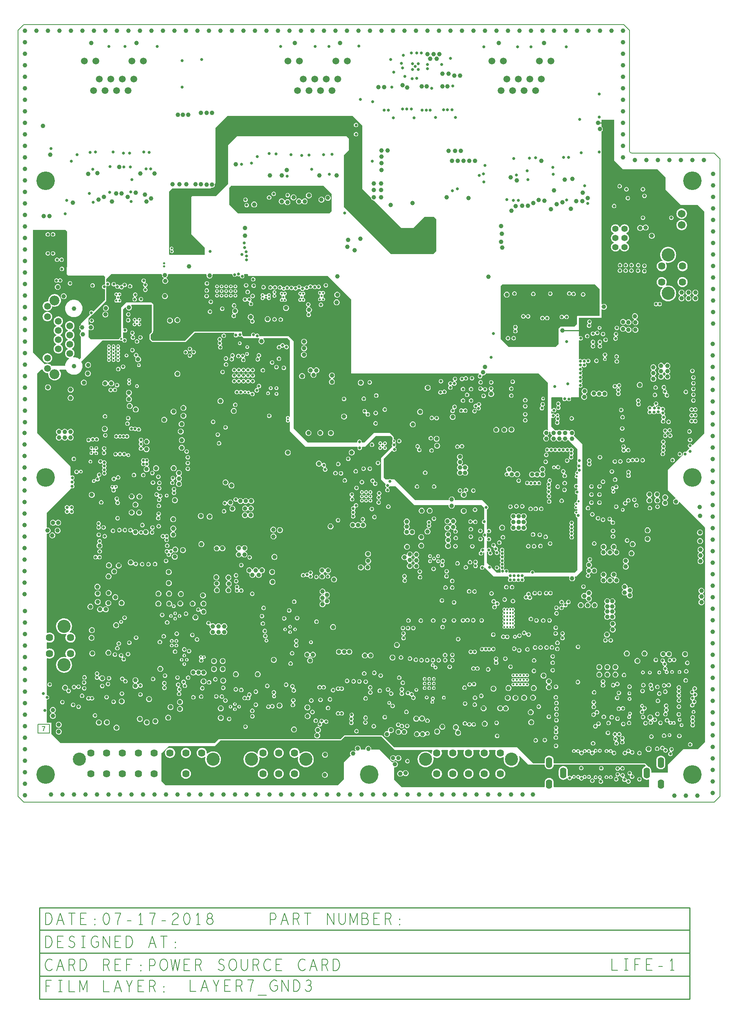
<source format=gbr>
G04 CAM350 V10.0.1 (Build 314) Date:  Tue Jul 17 14:42:57 2018 *
G04 Database: D:\LGR\2018\JULY\REL50470_POWER SOURCE BOARD\REL50470_FINAL.cam *
G04 Layer 9: L7P *
%FSLAX25Y25*%
%MOIN*%
%SFA1.000B1.000*%

%MIA0B0*%
%IPPOS*%
%ADD10C,0.00600*%
%ADD12C,0.01000*%
%ADD78C,0.05512*%
%ADD79C,0.06378*%
%ADD83C,0.02000*%
%ADD86C,0.11417*%
%ADD88C,0.05906*%
%ADD89C,0.05866*%
%ADD97C,0.06700*%
%ADD99C,0.01800*%
%ADD103O,0.05512X0.08268*%
%ADD104O,0.05512X0.09449*%
%ADD105C,0.08543*%
%ADD117C,0.03937*%
%ADD118C,0.03900*%
%ADD119C,0.02600*%
%ADD120C,0.16100*%
%LNL7P*%
%LPD*%
G36*
X183700Y518983D02*
G01Y533517D01*
X183715Y533594*
X183759Y533659*
X185141Y535041*
X185206Y535085*
X185283Y535100*
X265817*
X265894Y535085*
X265959Y535041*
X272841Y528159*
X272885Y528094*
X272900Y528017*
Y513483*
X272885Y513406*
X272841Y513341*
X270759Y511259*
X270694Y511215*
X270617Y511200*
X191483*
X191406Y511215*
X191341Y511259*
X183759Y518841*
X183715Y518906*
X183700Y518983*
G37*
G36*
X419700Y402483D02*
G01Y447917D01*
X419715Y447994*
X419759Y448059*
X421341Y449641*
X421406Y449685*
X421483Y449700*
X501417*
X501494Y449685*
X501559Y449641*
X505641Y445559*
X505685Y445494*
X505700Y445417*
Y422400*
X505673Y422300*
X505600Y422227*
X505500Y422200*
X486683*
X486606Y422185*
X486541Y422141*
X486108Y421708*
X486065Y421644*
X486050Y421567*
Y415033*
X486035Y414956*
X485991Y414891*
X484159Y413059*
X484094Y413015*
X484017Y413000*
X471983*
X471906Y412985*
X471841Y412941*
X470059Y411159*
X470015Y411094*
X470000Y411017*
Y398083*
X469985Y398006*
X469941Y397941*
X467359Y395359*
X467294Y395315*
X467217Y395300*
X426883*
X426806Y395315*
X426741Y395359*
X419759Y402341*
X419715Y402406*
X419700Y402483*
G37*
G36*
X13000Y390583D02*
G01Y496800D01*
X13027Y496900*
X13100Y496973*
X13200Y497000*
X41317*
X41394Y496985*
X41459Y496941*
X42541Y495859*
X42585Y495794*
X42600Y495717*
Y464683*
X42585Y464606*
X42541Y464541*
X42530Y464530*
X42515Y464494*
X42500Y464417*
Y458783*
X42515Y458706*
X42559Y458641*
X43841Y457359*
X43906Y457315*
X43983Y457300*
X74617*
X74694Y457285*
X74759Y457241*
X75841Y456159*
X75885Y456094*
X75900Y456017*
Y454797*
X75885Y454721*
X75841Y454656*
X75830Y454645*
X75815Y454608*
X75800Y454532*
Y449765*
X75781Y449681*
X75728Y449612*
X75494Y449416*
X75426Y449378*
X75348Y449370*
X75331Y449371*
X75322Y449373*
X74935Y449399*
X74551Y449346*
X74186Y449217*
X73854Y449016*
X73571Y448752*
X73346Y448436*
X73191Y448081*
X73110Y447702*
X73109Y447314*
X73186Y446934*
X73339Y446578*
X73560Y446260*
X73842Y445993*
X74172Y445790*
X74536Y445657*
X74920Y445602*
X75307Y445625*
X75315Y445626*
X75331Y445629*
X75385Y445634*
X75421Y445623*
X75494Y445584*
X75728Y445388*
X75781Y445319*
X75800Y445235*
Y436483*
X75785Y436406*
X75741Y436341*
X65776Y426376*
X65712Y426333*
X65637Y426318*
X65357Y426315*
X65281Y426329*
X65244Y426343*
X65216Y426371*
X64927Y426598*
X64600Y426766*
X64247Y426868*
X63881Y426900*
X63515Y426861*
X63164Y426752*
X62840Y426577*
X62556Y426344*
X62323Y426060*
X62148Y425736*
X62039Y425385*
X62000Y425019*
X62032Y424653*
X62134Y424300*
X62302Y423973*
X62529Y423684*
X62571Y423619*
X62586Y423582*
X62582Y423263*
X62567Y423188*
X62524Y423124*
X54959Y415559*
X54915Y415494*
X54900Y415417*
Y414571*
X54869Y414467*
X54787Y414395*
X54411Y414170*
X54078Y413884*
X53799Y413546*
X53583Y413164*
X53434Y412751*
X53359Y412319*
Y411881*
X53434Y411449*
X53583Y411036*
X53799Y410654*
X54078Y410316*
X54411Y410030*
X54787Y409805*
X54869Y409733*
X54900Y409629*
Y408587*
X54889Y408531*
X54879Y408507*
X54830Y408410*
X54802Y408376*
X54784Y408362*
X54473Y408077*
X54213Y407744*
X54012Y407373*
X53875Y406974*
X53805Y406558*
Y406135*
X53875Y405719*
X54012Y405320*
X54213Y404949*
X54473Y404616*
X54784Y404331*
X54802Y404317*
X54830Y404283*
X54879Y404186*
X54889Y404162*
X54900Y404106*
Y386083*
X54885Y386006*
X54841Y385941*
X53498Y384598*
X53346Y384589*
X53287Y384636*
X52687Y385061*
X52049Y385427*
X51379Y385729*
X50682Y385965*
X49966Y386132*
X49238Y386229*
X48503Y386255*
X48499*
X48389Y386286*
X48314Y386371*
X48169Y386688*
X48151Y386764*
X48164Y386841*
X48194Y386919*
X48217Y386947*
X48559Y387398*
X48836Y387892*
X49043Y388419*
X49175Y388970*
X49231Y389533*
X49210Y390099*
X49111Y390657*
X48938Y391196*
X48692Y391706*
X48379Y392178*
X48004Y392602*
X47574Y392972*
X47099Y393279*
X47075Y393292*
X47037Y393328*
X46975Y393433*
X46967Y393448*
X46946Y393527*
Y393778*
X46975Y393880*
X47024Y393962*
X47099Y394035*
X47562Y394332*
X47981Y394689*
X48349Y395098*
X48660Y395552*
X48907Y396044*
X49087Y396564*
X49197Y397104*
X49233Y397653*
X49197Y398202*
X49087Y398741*
X48907Y399262*
X48660Y399753*
X48349Y400208*
X47981Y400617*
X47562Y400973*
X47099Y401271*
X47075Y401284*
X47037Y401320*
X46975Y401425*
X46967Y401440*
X46946Y401519*
Y401770*
X46975Y401872*
X47024Y401954*
X47099Y402027*
X47564Y402326*
X47986Y402686*
X48355Y403098*
X48667Y403556*
X48914Y404051*
X49093Y404576*
X49200Y405119*
X49233Y405672*
X49193Y406224*
X49078Y406766*
X48893Y407287*
X48639Y407780*
X48322Y408234*
X47947Y408641*
X47521Y408995*
X47052Y409288*
X46975Y409362*
X46946Y409465*
Y409817*
X46975Y409920*
X47052Y409994*
X47527Y410292*
X47958Y410651*
X48336Y411066*
X48655Y411528*
X48908Y412029*
X49090Y412560*
X49200Y413110*
X49233Y413670*
X49191Y414230*
X49072Y414779*
X48881Y415306*
X48620Y415803*
X48294Y416260*
X47909Y416669*
X47473Y417021*
X46993Y417312*
X46477Y417534*
X45937Y417685*
X45381Y417761*
X44819*
X44263Y417685*
X43723Y417534*
X43207Y417312*
X42727Y417021*
X42291Y416669*
X41906Y416260*
X41580Y415803*
X41319Y415306*
X41128Y414779*
X41009Y414230*
X40967Y413670*
X41000Y413110*
X41110Y412560*
X41292Y412029*
X41545Y411528*
X41864Y411066*
X42242Y410651*
X42673Y410292*
X43148Y409994*
X43225Y409920*
X43254Y409817*
Y409465*
X43225Y409362*
X43148Y409288*
X42679Y408995*
X42253Y408641*
X41878Y408234*
X41561Y407780*
X41307Y407287*
X41122Y406766*
X41007Y406224*
X40967Y405672*
X41000Y405119*
X41107Y404576*
X41286Y404051*
X41533Y403556*
X41845Y403098*
X42214Y402686*
X42636Y402326*
X43101Y402027*
X43125Y402014*
X43163Y401977*
X43225Y401873*
X43233Y401858*
X43254Y401779*
Y401528*
X43225Y401425*
X43163Y401321*
X43125Y401284*
X43101Y401271*
X42638Y400973*
X42219Y400617*
X41851Y400208*
X41540Y399753*
X41293Y399262*
X41113Y398741*
X41003Y398202*
X40967Y397653*
X41003Y397104*
X41113Y396564*
X41293Y396044*
X41540Y395552*
X41851Y395098*
X42219Y394689*
X42638Y394332*
X43101Y394035*
X43125Y394022*
X43163Y393985*
X43225Y393881*
X43233Y393866*
X43254Y393787*
Y393536*
X43225Y393433*
X43163Y393328*
X43125Y393292*
X43101Y393279*
X42637Y392980*
X42216Y392621*
X41847Y392210*
X41535Y391753*
X41288Y391259*
X41109Y390736*
X41001Y390194*
X40967Y389643*
X41006Y389091*
X41119Y388550*
X41302Y388029*
X41554Y387537*
X41869Y387083*
X42242Y386675*
X42666Y386320*
X43133Y386025*
X43636Y385795*
X44165Y385635*
X44223Y385621*
X44305Y385536*
X44384Y385118*
X44373Y385004*
X44301Y384916*
X43743Y384491*
X43227Y384017*
X42756Y383497*
X42336Y382936*
X41969Y382339*
X41659Y381710*
X41408Y381055*
X41219Y380380*
X41093Y379690*
X41031Y378992*
X41028Y378911*
X40912Y378800*
X29239*
X29144Y378824*
X29072Y378891*
X28730Y379343*
X28329Y379744*
X27877Y380087*
X27382Y380364*
X26855Y380571*
X26303Y380704*
X25739Y380761*
X25173Y380739*
X24614Y380640*
X24075Y380466*
X23564Y380219*
X23541Y380206*
X23491Y380193*
X23390*
X23313Y380208*
X23248Y380252*
X13059Y390441*
X13015Y390506*
X13000Y390583*
G37*
G36*
X124900Y18083D02*
G01Y42317D01*
X124915Y42394*
X124959Y42459*
X130841Y48341*
X130906Y48385*
X130983Y48400*
X171117*
X171194Y48415*
X171259Y48459*
X176241Y53441*
X176306Y53485*
X176383Y53500*
X280831*
X280908Y53515*
X280973Y53558*
X284156Y56741*
X284221Y56785*
X284297Y56800*
X315917*
X315994Y56785*
X316059Y56741*
X327541Y45259*
X327606Y45215*
X327683Y45200*
X359941*
X360038Y45175*
X360111Y45106*
X360318Y44774*
X360323Y44670*
X360300Y44624*
X360082Y44094*
X359935Y43540*
X359861Y42971*
X359862Y42398*
X359866Y42336*
X359803Y42230*
X359352Y42020*
X359230Y42040*
X359185Y42083*
X358633Y42560*
X358034Y42976*
X357394Y43327*
X356721Y43608*
X356022Y43817*
X355304Y43950*
X354577Y44008*
X353848Y43988*
X353124Y43891*
X352415Y43719*
X351728Y43473*
X351071Y43156*
X350451Y42771*
X349875Y42323*
X349350Y41817*
X348880Y41259*
X348473Y40653*
X348131Y40009*
X347859Y39331*
X347661Y38629*
X347537Y37910*
X347490Y37182*
X347520Y36453*
X347627Y35731*
X347809Y35025*
X348065Y34341*
X348391Y33689*
X348784Y33074*
X349240Y32505*
X349754Y31986*
X350319Y31525*
X350930Y31126*
X351580Y30793*
X352260Y30531*
X352965Y30342*
X353686Y30229*
X354415Y30192*
X355143Y30232*
X355864Y30349*
X356567Y30541*
X357247Y30807*
X357895Y31142*
X358504Y31544*
X359067Y32008*
X359578Y32529*
X360032Y33101*
X360422Y33717*
X360745Y34371*
X360998Y35056*
X361177Y35763*
X361280Y36486*
X361306Y37215*
X361256Y37943*
X361129Y38661*
X361115Y38721*
X361160Y38837*
X361571Y39116*
X361695*
X361746Y39081*
X362241Y38784*
X362771Y38556*
X363326Y38399*
X363897Y38316*
X364474Y38309*
X365047Y38377*
X365606Y38520*
X366142Y38735*
X366644Y39019*
X367105Y39366*
X367517Y39770*
X367872Y40225*
X368164Y40723*
X368388Y41255*
X368541Y41811*
X368619Y42383*
X368622Y42960*
X368549Y43532*
X368401Y44090*
X368182Y44624*
X368159Y44670*
X368164Y44774*
X368371Y45106*
X368444Y45175*
X368541Y45200*
X373720*
X373817Y45175*
X373890Y45106*
X374097Y44774*
X374102Y44670*
X374079Y44624*
X373861Y44094*
X373714Y43539*
X373640Y42971*
X373641Y42397*
X373717Y41829*
X373866Y41275*
X374086Y40745*
X374374Y40249*
X374723Y39794*
X375129Y39389*
X375584Y39040*
X376081Y38754*
X376611Y38535*
X377165Y38387*
X377734Y38312*
X378307*
X378876Y38387*
X379430Y38535*
X379960Y38754*
X380457Y39040*
X380912Y39389*
X381318Y39794*
X381667Y40249*
X381955Y40745*
X382175Y41275*
X382324Y41829*
X382400Y42397*
X382401Y42971*
X382327Y43539*
X382180Y44094*
X381961Y44624*
X381939Y44670*
X381944Y44774*
X382151Y45106*
X382224Y45175*
X382321Y45200*
X387500*
X387597Y45175*
X387670Y45106*
X387877Y44774*
X387882Y44670*
X387859Y44624*
X387641Y44094*
X387493Y43539*
X387420Y42971*
X387421Y42397*
X387496Y41829*
X387646Y41275*
X387866Y40745*
X388153Y40249*
X388503Y39794*
X388909Y39389*
X389364Y39040*
X389861Y38754*
X390391Y38535*
X390945Y38387*
X391513Y38312*
X392087*
X392655Y38387*
X393209Y38535*
X393739Y38754*
X394236Y39040*
X394691Y39389*
X395097Y39794*
X395447Y40249*
X395734Y40745*
X395954Y41275*
X396104Y41829*
X396179Y42397*
X396180Y42971*
X396107Y43539*
X395959Y44094*
X395741Y44624*
X395718Y44670*
X395723Y44774*
X395930Y45106*
X396003Y45175*
X396100Y45200*
X401279*
X401377Y45175*
X401449Y45106*
X401656Y44774*
X401661Y44670*
X401639Y44624*
X401420Y44094*
X401273Y43539*
X401199Y42971*
X401200Y42397*
X401276Y41829*
X401425Y41275*
X401645Y40745*
X401933Y40249*
X402282Y39794*
X402688Y39389*
X403144Y39040*
X403640Y38754*
X404170Y38535*
X404724Y38387*
X405293Y38312*
X405866*
X406435Y38387*
X406989Y38535*
X407519Y38754*
X408016Y39040*
X408471Y39389*
X408877Y39794*
X409226Y40249*
X409514Y40745*
X409734Y41275*
X409883Y41829*
X409959Y42397*
X409960Y42971*
X409886Y43539*
X409739Y44094*
X409521Y44624*
X409498Y44670*
X409503Y44774*
X409710Y45106*
X409783Y45175*
X409880Y45200*
X415059*
X415156Y45175*
X415229Y45106*
X415436Y44774*
X415441Y44670*
X415418Y44624*
X415199Y44090*
X415051Y43532*
X414978Y42960*
X414981Y42383*
X415059Y41811*
X415212Y41255*
X415436Y40723*
X415728Y40225*
X416083Y39770*
X416495Y39366*
X416956Y39019*
X417458Y38735*
X417994Y38520*
X418553Y38377*
X419126Y38309*
X419703Y38316*
X420274Y38399*
X420829Y38556*
X421359Y38784*
X421854Y39081*
X421905Y39116*
X422029*
X422440Y38837*
X422485Y38721*
X422471Y38661*
X422344Y37940*
X422294Y37210*
X422321Y36478*
X422425Y35754*
X422606Y35044*
X422861Y34358*
X423186Y33703*
X423580Y33085*
X424036Y32513*
X424551Y31992*
X425117Y31529*
X425730Y31128*
X426381Y30794*
X427064Y30531*
X427772Y30342*
X428495Y30228*
X429226Y30192*
X429957Y30234*
X430679Y30352*
X431385Y30546*
X432066Y30814*
X432715Y31153*
X433325Y31558*
X433889Y32025*
X434399Y32549*
X434852Y33125*
X435241Y33745*
X435562Y34403*
X435812Y35091*
X435987Y35802*
X436087Y36527*
X436109Y37259*
X436053Y37989*
X435921Y38709*
X435713Y39411*
X435690Y39477*
X435736Y39609*
X436125Y39855*
X436209Y39884*
X436297Y39874*
X436373Y39827*
X443641Y32559*
X443706Y32515*
X443783Y32500*
X457824*
X457941Y32385*
X457942Y32303*
X457990Y31747*
X458117Y31202*
X458318Y30681*
X458591Y30194*
X458930Y29750*
X459329Y29358*
X459778Y29026*
X460270Y28760*
X460794Y28567*
X461340Y28449*
X461898Y28410*
X462455Y28449*
X463001Y28567*
X463525Y28760*
X464017Y29026*
X464467Y29358*
X464865Y29750*
X465204Y30194*
X465477Y30681*
X465679Y31202*
X465805Y31747*
X465853Y32303*
X465854Y32385*
X465971Y32500*
X544917*
X544994Y32485*
X545059Y32441*
X545769Y31731*
X545821Y31642*
Y31538*
X545719Y31153*
X545644Y31077*
X545592Y31062*
X545106Y30894*
X544645Y30664*
X544219Y30375*
X543833Y30034*
X543495Y29646*
X543210Y29217*
X542984Y28755*
X542819Y28267*
X542719Y27762*
X542686Y27248*
Y23311*
X542724Y22759*
X542840Y22217*
X543030Y21697*
X543291Y21208*
X543617Y20761*
X544003Y20364*
X544440Y20024*
X544921Y19749*
X545435Y19543*
X545973Y19412*
X546524Y19357*
X547077Y19379*
X547622Y19478*
X548148Y19653*
X548194Y19672*
X548294Y19662*
X548611Y19449*
X548676Y19377*
X548700Y19283*
Y13200*
X548673Y13100*
X548600Y13027*
X548500Y13000*
X466169*
X466083Y13019*
X466014Y13073*
X465789Y13347*
X465768Y13434*
X465777Y13479*
X465834Y13865*
X465854Y14256*
Y17012*
X465817Y17551*
X465707Y18079*
X465526Y18588*
X465278Y19067*
X464966Y19509*
X464598Y19903*
X464179Y20244*
X463718Y20524*
X463222Y20740*
X462703Y20885*
X462168Y20959*
X461628*
X461093Y20885*
X460573Y20740*
X460078Y20524*
X459616Y20244*
X459197Y19903*
X458829Y19509*
X458517Y19067*
X458269Y18588*
X458088Y18079*
X457978Y17551*
X457941Y17012*
Y14256*
X457961Y13865*
X458019Y13479*
X458028Y13434*
X458006Y13347*
X457781Y13073*
X457712Y13019*
X457626Y13000*
X333483*
X333406Y13015*
X333341Y13059*
X327059Y19341*
X327015Y19406*
X327000Y19483*
Y29877*
X327018Y29960*
X327069Y30028*
X327328Y30254*
X327411Y30279*
X327454Y30273*
X327905Y30252*
X328352Y30310*
X328781Y30446*
X329181Y30656*
X329537Y30932*
X329838Y31267*
X330076Y31650*
X330243Y32069*
X330334Y32511*
X330345Y32961*
X330277Y33407*
X330131Y33834*
X329913Y34228*
X329628Y34578*
X329287Y34872*
X328899Y35101*
X328476Y35259*
X328033Y35340*
X327582Y35341*
X327138Y35263*
X326715Y35108*
X326325Y34881*
X325982Y34588*
X325954Y34560*
X325880Y34529*
X325556Y34528*
X325479Y34543*
X325414Y34586*
X314559Y45441*
X314494Y45485*
X314417Y45500*
X307533*
X307451Y45517*
X307384Y45566*
X307157Y45818*
X307130Y45898*
X307135Y45941*
X307141Y46389*
X307068Y46832*
X306920Y47255*
X306699Y47645*
X306413Y47991*
X306072Y48281*
X305684Y48507*
X305263Y48662*
X304822Y48740*
X304373*
X303932Y48662*
X303511Y48507*
X303124Y48281*
X302782Y47991*
X302496Y47645*
X302276Y47255*
X302127Y46832*
X302054Y46389*
X302061Y45941*
X302065Y45898*
X302039Y45818*
X301811Y45566*
X301744Y45517*
X301663Y45500*
X298389*
X298303Y45519*
X298233Y45574*
X298009Y45849*
X297988Y45937*
X297997Y45981*
X298049Y46428*
X298022Y46876*
X297917Y47313*
X297737Y47725*
X297487Y48099*
X297175Y48423*
X296812Y48687*
X296407Y48883*
X295975Y49006*
X295528Y49050*
X295079Y49015*
X294644Y48902*
X294236Y48715*
X293867Y48459*
X293548Y48141*
X293290Y47773*
X293101Y47365*
X292986Y46931*
X292950Y46483*
X292992Y46035*
X293113Y45602*
X293308Y45197*
X293570Y44833*
X293622Y44773*
X293616Y44616*
X293131Y44131*
X292977Y44123*
X292917Y44172*
X292553Y44421*
X292151Y44604*
X291724Y44715*
X291285Y44750*
X290845Y44709*
X290420Y44593*
X290020Y44406*
X289659Y44152*
X289348Y43841*
X289094Y43480*
X288907Y43080*
X288791Y42655*
X288750Y42215*
X288785Y41776*
X288896Y41349*
X289079Y40947*
X289328Y40583*
X289377Y40523*
X289369Y40369*
X283559Y34559*
X283515Y34494*
X283500Y34417*
Y20083*
X283485Y20006*
X283441Y19941*
X277959Y14459*
X277894Y14415*
X277817Y14400*
X128583*
X128506Y14415*
X128441Y14459*
X124959Y17941*
X124915Y18006*
X124900Y18083*
G37*
G36*
X131300Y476183D02*
G01Y529917D01*
X131315Y529994*
X131359Y530059*
X134141Y532841*
X134206Y532885*
X134283Y532900*
X167217*
X167294Y532915*
X167359Y532959*
X167982Y533582*
X168078Y533611*
X168128Y533601*
X168543Y533551*
X168962Y533571*
X169371Y533658*
X169761Y533811*
X170120Y534026*
X170439Y534297*
X170710Y534616*
X170925Y534975*
X171078Y535365*
X171166Y535775*
X171185Y536193*
X171135Y536609*
X171125Y536658*
X171154Y536754*
X171741Y537341*
X171785Y537406*
X171800Y537483*
Y539317*
X171785Y539394*
X171741Y539459*
X171659Y539541*
X171615Y539606*
X171600Y539683*
Y585017*
X171615Y585094*
X171659Y585159*
X182241Y595741*
X182306Y595785*
X182383Y595800*
X290817*
X290894Y595785*
X290959Y595741*
X299341Y587359*
X299385Y587294*
X299400Y587217*
Y532483*
X299415Y532406*
X299459Y532341*
X306954Y524846*
X306983Y524791*
X306988Y524761*
X307103Y524330*
X307291Y523926*
X307546Y523561*
X307861Y523246*
X308226Y522991*
X308630Y522803*
X309061Y522688*
X309091Y522683*
X309146Y522654*
X333041Y498759*
X333106Y498715*
X333183Y498700*
X343917*
X343994Y498715*
X344059Y498759*
X353541Y508241*
X353606Y508285*
X353683Y508300*
X361617*
X361694Y508285*
X361759Y508241*
X363741Y506259*
X363785Y506194*
X363800Y506117*
Y478683*
X363785Y478606*
X363741Y478541*
X361259Y476059*
X361194Y476015*
X361117Y476000*
X343700*
X343659Y475959*
X343594Y475915*
X343517Y475900*
X324683*
X324606Y475915*
X324541Y475959*
X283559Y516941*
X283515Y517006*
X283500Y517083*
Y561617*
X283515Y561694*
X283559Y561759*
X287641Y565841*
X287685Y565906*
X287700Y565983*
Y575917*
X287685Y575994*
X287641Y576059*
X285459Y578241*
X285394Y578285*
X285317Y578300*
X190583*
X190506Y578285*
X190441Y578241*
X182909Y570709*
X182865Y570644*
X182850Y570567*
Y537083*
X182835Y537006*
X182791Y536941*
X172059Y526209*
X171994Y526165*
X171917Y526150*
X151433*
X151356Y526135*
X151291Y526091*
X150859Y525659*
X150815Y525594*
X150800Y525517*
Y493083*
X150815Y493006*
X150859Y492941*
X162341Y481459*
X162385Y481394*
X162400Y481317*
Y475500*
X162373Y475400*
X162300Y475327*
X162200Y475300*
X132183*
X132106Y475315*
X132041Y475359*
X131359Y476041*
X131315Y476106*
X131300Y476183*
G37*
G36*
X61500Y409668D02*
G01Y409769D01*
X61526Y409858*
X61589Y409926*
X61601Y409933*
X61903Y410106*
X62003Y410132*
X62103Y410104*
X62506Y409912*
X62937Y409792*
X63381Y409750*
X63827Y409786*
X64259Y409899*
X64664Y410085*
X65031Y410340*
X65348Y410654*
X65605Y411020*
X65795Y411424*
X65911Y411855*
X65950Y412300*
X65911Y412745*
X65795Y413176*
X65605Y413580*
X65348Y413946*
X65031Y414260*
X64664Y414515*
X64259Y414701*
X63827Y414814*
X63381Y414850*
X62937Y414808*
X62506Y414688*
X62103Y414496*
X62003Y414468*
X61903Y414494*
X61601Y414667*
X61589Y414674*
X61526Y414742*
X61500Y414831*
Y420017*
X61515Y420094*
X61559Y420159*
X64656Y423256*
X64689Y423271*
X64984Y423439*
X65244Y423656*
X65461Y423916*
X65629Y424211*
X65644Y424244*
X76741Y435341*
X76785Y435406*
X76800Y435483*
Y446859*
X76809Y446920*
X76877Y447207*
X76900Y447500*
X76877Y447793*
X76809Y448080*
X76800Y448141*
Y448252*
X76827Y448352*
X76900Y448425*
X77000Y448452*
X77030*
X77086Y448435*
X77111Y448419*
X77443Y448242*
X77803Y448134*
X78178Y448100*
X78551Y448140*
X78910Y448252*
X79240Y448433*
X79527Y448676*
X79761Y448970*
X79933Y449304*
X80035Y449666*
X80064Y450041*
X80019Y450414*
X79901Y450771*
X79715Y451098*
X79469Y451382*
X79171Y451612*
X78834Y451778*
X78471Y451875*
X78096Y451899*
X77723Y451848*
X77368Y451725*
X77321Y451704*
X77219Y451711*
X76892Y451920*
X76885Y451924*
X76824Y451992*
X76800Y452080*
Y454117*
X76815Y454194*
X76859Y454259*
X80941Y458341*
X81006Y458385*
X81083Y458400*
X124865*
X124946Y458383*
X125013Y458334*
X125212Y458114*
X125254Y458042*
X125263Y457959*
X125256Y457520*
X125325Y457086*
X125467Y456670*
X125678Y456285*
X125953Y455942*
X126282Y455651*
X126656Y455421*
X126704Y455397*
X126763Y455307*
X126786Y454908*
X126765Y454807*
X126697Y454729*
X126348Y454453*
X126053Y454121*
X125820Y453742*
X125656Y453329*
X125567Y452894*
X125554Y452450*
X125619Y452010*
X125759Y451588*
X125970Y451197*
X126246Y450849*
X126579Y450553*
X126957Y450320*
X127370Y450156*
X127806Y450067*
X128250Y450054*
X128690Y450119*
X129111Y450259*
X129503Y450470*
X129851Y450746*
X130146Y451078*
X130380Y451456*
X130543Y451870*
X130633Y452305*
X130646Y452749*
X130581Y453189*
X130441Y453611*
X130230Y454002*
X129955Y454351*
X129622Y454646*
X129244Y454879*
X129196Y454903*
X129137Y454993*
X129114Y455392*
X129135Y455493*
X129203Y455571*
X129517Y455814*
X129788Y456103*
X130012Y456431*
X130182Y456789*
X130294Y457169*
X130347Y457563*
X130337Y457959*
X130346Y458042*
X130388Y458114*
X130587Y458334*
X130654Y458383*
X130735Y458400*
X163748*
X163833Y458379*
X163901Y458324*
X164124Y458036*
X164143Y457945*
X164131Y457900*
X164058Y457463*
X164061Y457021*
X164141Y456585*
X164294Y456170*
X164517Y455788*
X164803Y455450*
X165143Y455167*
X165527Y454947*
X165943Y454796*
X166379Y454720*
X166821*
X167257Y454796*
X167673Y454947*
X168057Y455167*
X168397Y455450*
X168683Y455788*
X168906Y456170*
X169059Y456585*
X169139Y457021*
X169142Y457463*
X169069Y457900*
X169057Y457945*
X169076Y458036*
X169299Y458324*
X169367Y458379*
X169452Y458400*
X186200*
X186276Y458385*
X186341Y458341*
X186541Y458141*
X186585Y458077*
X186600Y458000*
X186637Y457628*
X186745Y457271*
X186922Y456942*
X187159Y456654*
X187448Y456417*
X187778Y456242*
X188136Y456135*
X188508Y456100*
X188879Y456138*
X189236Y456248*
X189565Y456426*
X189852Y456665*
X190087Y456955*
X190111Y456991*
X190183Y457037*
X190520Y457086*
X190604Y457081*
X190678Y457042*
X190954Y456850*
X191261Y456709*
X191587Y456625*
X191923Y456600*
X192258Y456635*
X192581Y456728*
X192582*
X192669Y456741*
X192754Y456714*
X193063Y456535*
X193114Y456460*
X193121Y456415*
X193215Y456048*
X193380Y455707*
X193609Y455406*
X193893Y455156*
X194221Y454967*
X194580Y454847*
X194955Y454800*
X195333Y454829*
X195697Y454932*
X196034Y455106*
X196329Y455342*
X196572Y455632*
X196752Y455965*
X196863Y456327*
X196900Y456704*
X196862Y457080*
X196749Y457442*
X196568Y457774*
X196567*
X196533Y457875*
X196530Y457931*
X196721Y458293*
X196794Y458371*
X196898Y458400*
X199800*
X199900Y458373*
X199973Y458300*
X200000Y458200*
Y457100*
X200026Y457000*
X200100Y456926*
X200200Y456900*
X269327*
X269399Y456883*
X269459Y456841*
X289741Y436559*
X289785Y436494*
X289800Y436417*
Y372283*
X289815Y372206*
X289859Y372141*
X289870Y372130*
X289906Y372115*
X289983Y372100*
X400504*
X400586Y372082*
X400653Y372032*
X400695Y371959*
X400827Y371531*
X400783Y371407*
X400729Y371370*
X400443Y371130*
X400210Y370840*
X400037Y370510*
X399933Y370153*
X399900Y369782*
X399940Y369411*
X400052Y369056*
X400230Y368729*
X400469Y368443*
X400760Y368210*
X401090Y368038*
X401447Y367933*
X401818Y367900*
X402189Y367940*
X402544Y368052*
X402871Y368230*
X403156Y368469*
X403390Y368760*
X403562Y369090*
X403667Y369447*
X403700Y369818*
X403660Y370189*
X403650Y370236*
X403676Y370329*
X403960Y370640*
X404051Y370673*
X404099Y370668*
X404527Y370653*
X404951Y370710*
X405360Y370837*
X405741Y371031*
X406085Y371286*
X406382Y371595*
X406622Y371949*
X406635Y371972*
X406671Y372009*
X406776Y372072*
X406879Y372100*
X452617*
X452694Y372085*
X452759Y372041*
X460741Y364059*
X460785Y363994*
X460800Y363917*
Y323383*
X460815Y323306*
X460859Y323241*
X460977Y323123*
X461031Y323025*
X461024Y322914*
X461004Y322859*
X460913Y322788*
X460855Y322783*
X460787Y322788*
X460724Y322816*
X460331Y323033*
X459905Y323177*
X459461Y323245*
X459012Y323234*
X458572Y323144*
X458155Y322979*
X457773Y322742*
X457438Y322443*
X457161Y322089*
X456951Y321692*
X456813Y321265*
X456753Y320820*
X456771Y320371*
X456868Y319933*
X457040Y319518*
X457283Y319140*
X457588Y318810*
X457946Y318539*
X458062Y318428*
X458125Y318280*
Y318120*
X458062Y317972*
X457946Y317861*
X457596Y317597*
X457296Y317277*
X457056Y316911*
X456881Y316508*
X456779Y316082*
X456750Y315645*
X456798Y315209*
X456919Y314788*
X457110Y314393*
X457366Y314037*
X457680Y313731*
X458041Y313482*
X458439Y313299*
X458863Y313188*
X459300Y313150*
X459737Y313188*
X460161Y313299*
X460559Y313482*
X460920Y313731*
X461234Y314037*
X461490Y314393*
X461681Y314788*
X461802Y315209*
X461850Y315645*
X461821Y316082*
X461719Y316508*
X461544Y316911*
X461304Y317277*
X461004Y317597*
X460654Y317861*
X460538Y317972*
X460475Y318120*
Y318280*
X460538Y318428*
X460654Y318539*
X461013Y318810*
X461318Y319141*
X461560Y319519*
X461733Y319935*
X461829Y320374*
X461847Y320824*
X461786Y321269*
X461779Y321301*
X461785Y321366*
X461798Y321396*
X461834Y321449*
X461884Y321489*
X462220Y321675*
X462302Y321699*
X462387Y321687*
X462459Y321641*
X463035Y321065*
X463065Y320981*
X463061Y320937*
X463055Y320535*
X463113Y320137*
X463232Y319754*
X463410Y319393*
X463642Y319066*
X463923Y318779*
X464246Y318539*
X464315Y318467*
X464340Y318370*
Y318030*
X464315Y317933*
X464246Y317861*
X463898Y317599*
X463599Y317281*
X463359Y316918*
X463185Y316518*
X463081Y316095*
X463050Y315661*
X463094Y315227*
X463211Y314807*
X463398Y314414*
X463649Y314057*
X463957Y313749*
X464314Y313498*
X464707Y313311*
X465127Y313194*
X465561Y313150*
X465995Y313181*
X466418Y313285*
X466818Y313459*
X467181Y313699*
X467499Y313998*
X467761Y314346*
X467833Y314415*
X467930Y314440*
X468270*
X468367Y314415*
X468439Y314346*
X468697Y314003*
X469008Y313708*
X469365Y313469*
X469757Y313293*
X470172Y313186*
X470600Y313150*
X471028Y313186*
X471443Y313293*
X471835Y313469*
X472192Y313708*
X472503Y314003*
X472761Y314346*
X472833Y314415*
X472930Y314440*
X473270*
X473367Y314415*
X473439Y314346*
X473697Y314003*
X474008Y313708*
X474365Y313469*
X474757Y313293*
X475173Y313186*
X475600Y313150*
X476028Y313186*
X476444Y313293*
X476835Y313469*
X477192Y313708*
X477504Y314003*
X477761Y314346*
X477786Y314385*
X477863Y314434*
X478219Y314474*
X478308Y314464*
X478383Y314417*
X486441Y306359*
X486485Y306294*
X486500Y306217*
Y297665*
X486490Y297603*
X486462Y297516*
X486445Y297492*
X486256Y297154*
X486139Y296785*
X486100Y296400*
X486139Y296015*
X486256Y295646*
X486445Y295308*
X486462Y295284*
X486490Y295197*
X486500Y295135*
Y293160*
X486499Y293143*
X486452Y293031*
X486235Y292717*
X486086Y292365*
X486009Y291991*
Y291609*
X486086Y291235*
X486235Y290883*
X486452Y290569*
X486499Y290458*
X486500Y290440*
Y289365*
X486490Y289303*
X486462Y289216*
X486445Y289192*
X486267Y288879*
X486151Y288539*
X486102Y288182*
X486120Y287823*
X486126Y287785*
X486108Y287709*
X485925Y287452*
X485870Y287400*
X485799Y287372*
X485481Y287276*
X485189Y287116*
X484937Y286899*
X484735Y286635*
X484592Y286335*
X484514Y286011*
X484504Y285679*
X484564Y285352*
X484690Y285044*
X484876Y284769*
X484877Y284768*
X484916Y284693*
X484921Y284609*
X484875Y284311*
X484844Y284232*
X484784Y284172*
X484513Y283958*
X484294Y283690*
X484138Y283381*
X484052Y283046*
X484040Y282701*
X484102Y282361*
X484236Y282042*
X484436Y281760*
X484691Y281527*
X484990Y281354*
X485320Y281249*
X485664Y281218*
X486007Y281261*
X486097Y281262*
X486141Y281252*
X486424Y281029*
X486480Y280959*
X486500Y280872*
Y276536*
X486478Y276446*
X486418Y276375*
X486119Y276156*
X486025Y276140*
X485980Y276155*
X485613Y276232*
X485238Y276235*
X484870Y276165*
X484523Y276024*
X484210Y275818*
X483944Y275554*
X483735Y275243*
X483591Y274897*
X483517Y274530*
Y274155*
X483591Y273788*
X483735Y273442*
X483944Y273131*
X484210Y272867*
X484523Y272661*
X484870Y272520*
X485238Y272450*
X485613Y272453*
X485980Y272530*
X486025Y272545*
X486119Y272529*
X486418Y272310*
X486478Y272239*
X486500Y272149*
Y271495*
X486486Y271426*
X486450Y271365*
X486444Y271360*
X486253Y271160*
X486191Y271116*
X486117Y271098*
X485735Y271042*
X485372Y270910*
X485043Y270708*
X484762Y270443*
X484541Y270126*
X484388Y269771*
X484310Y269393*
Y269007*
X484388Y268629*
X484541Y268274*
X484762Y267957*
X485043Y267692*
X485372Y267490*
X485735Y267358*
X486117Y267302*
X486191Y267284*
X486253Y267240*
X486444Y267040*
X486450Y267035*
X486486Y266974*
X486500Y266905*
Y262794*
X486477Y262700*
X486412Y262628*
X486170Y262428*
X485973Y262184*
X485826Y261906*
X485737Y261605*
X485708Y261292*
X485741Y260980*
X485750Y260936*
X485729Y260850*
X485484Y260541*
X485405Y260501*
X485360Y260500*
X485030Y260456*
X484716Y260344*
X484432Y260170*
X484190Y259941*
X484001Y259667*
X483872Y259360*
X483811Y259032*
X483818Y258699*
X483894Y258375*
X484035Y258073*
X484236Y257807*
X484265Y257776*
X484293Y257697*
X484263Y257318*
X484223Y257244*
X484189Y257218*
X483946Y256984*
X483757Y256703*
X483631Y256389*
X483574Y256056*
X483588Y255718*
X483673Y255391*
X483825Y255088*
X484037Y254825*
X484300Y254612*
X484601Y254459*
X484928Y254372*
X485266Y254357*
X485600Y254413*
X485914Y254537*
X486013Y254560*
X486111Y254531*
X486404Y254354*
X486474Y254281*
X486500Y254183*
Y253323*
X486477Y253229*
X486413Y253158*
X486140Y252971*
X486050Y252938*
X485954Y252950*
X485624Y253040*
X485282Y253057*
X484944Y253001*
X484625Y252874*
X484341Y252683*
X484104Y252435*
X483926Y252143*
X483813Y251819*
X483772Y251479*
X483805Y251138*
X483909Y250811*
X484081Y250515*
X484312Y250261*
X484591Y250063*
X484906Y249929*
X484945Y249917*
X485008Y249865*
X485176Y249536*
X485181Y249455*
X485168Y249416*
X485082Y249052*
X485069Y248678*
X485130Y248308*
X485262Y247958*
X485460Y247640*
X485717Y247368*
X486022Y247151*
X486363Y246998*
X486425Y246977*
X486500Y246873*
Y201783*
X486485Y201706*
X486441Y201641*
X484059Y199259*
X483994Y199215*
X483917Y199200*
X449586*
X449511Y199214*
X449448Y199255*
X449220Y199472*
X449188Y199542*
X449186Y199581*
X449129Y199961*
X448996Y200322*
X448792Y200649*
X448527Y200929*
X448212Y201149*
X447858Y201301*
X447481Y201379*
X447096*
X446719Y201301*
X446365Y201149*
X446049Y200929*
X445784Y200649*
X445581Y200322*
X445448Y199961*
X445390Y199581*
X445388Y199542*
X445356Y199472*
X445129Y199255*
X445065Y199214*
X444991Y199200*
X426749*
X426656Y199223*
X426584Y199286*
X426369Y199599*
X426358Y199696*
X426375Y199743*
X426472Y200092*
X426500Y200453*
X426459Y200814*
X426350Y201159*
X426178Y201478*
X425948Y201759*
X425670Y201991*
X425352Y202165*
X425007Y202276*
X424647Y202320*
X424286Y202294*
X423935Y202200*
X423609Y202042*
X423319Y201824*
X423292Y201799*
X423222Y201772*
X422878*
X422808Y201799*
X422781Y201824*
X422666Y201920*
X422637Y201943*
X422617Y201976*
X422592Y202045*
X422548Y202313*
X422549Y202387*
X422578Y202456*
X422745Y202771*
X422850Y203113*
X422890Y203468*
X422863Y203824*
X422769Y204169*
X422612Y204490*
X422398Y204776*
X422373Y204804*
X422360Y204839*
X422346Y204911*
X422347Y205181*
X422361Y205253*
X422400Y205315*
X422613Y205595*
X422770Y205909*
X422867Y206247*
X422900Y206597*
X422868Y206947*
X422772Y207285*
X422616Y207600*
X422404Y207881*
X422379Y207908*
X422352Y207978*
Y208322*
X422379Y208392*
X422404Y208419*
X422615Y208699*
X422772Y209013*
X422868Y209351*
X422900Y209700*
X422868Y210049*
X422772Y210387*
X422615Y210701*
X422404Y210981*
X422379Y211008*
X422352Y211078*
Y211422*
X422379Y211492*
X422404Y211519*
X422615Y211799*
X422772Y212113*
X422868Y212451*
X422900Y212800*
X422868Y213149*
X422772Y213487*
X422615Y213801*
X422404Y214081*
X422379Y214108*
X422352Y214178*
Y214522*
X422379Y214592*
X422404Y214619*
X422615Y214899*
X422772Y215213*
X422868Y215551*
X422900Y215900*
X422868Y216249*
X422772Y216587*
X422615Y216901*
X422404Y217181*
X422379Y217208*
X422352Y217278*
Y217622*
X422379Y217692*
X422404Y217719*
X422631Y218025*
X422793Y218371*
X422882Y218741*
X422896Y219122*
X422834Y219498*
X422698Y219854*
X422493Y220175*
X422229Y220450*
X421915Y220666*
X421564Y220815*
X421191Y220891*
X420809*
X420436Y220815*
X420085Y220666*
X419771Y220450*
X419507Y220175*
X419302Y219854*
X419166Y219498*
X419104Y219122*
X419118Y218741*
X419207Y218371*
X419369Y218025*
X419596Y217719*
X419621Y217692*
X419648Y217622*
Y217278*
X419621Y217208*
X419596Y217181*
X419385Y216901*
X419228Y216587*
X419132Y216249*
X419100Y215900*
X419132Y215551*
X419228Y215213*
X419385Y214899*
X419596Y214619*
X419621Y214592*
X419648Y214522*
Y214178*
X419621Y214108*
X419596Y214081*
X419385Y213801*
X419228Y213487*
X419132Y213149*
X419100Y212800*
X419132Y212451*
X419228Y212113*
X419385Y211799*
X419596Y211519*
X419621Y211492*
X419648Y211422*
Y211078*
X419621Y211008*
X419596Y210981*
X419385Y210701*
X419228Y210387*
X419132Y210049*
X419100Y209700*
X419132Y209351*
X419228Y209013*
X419385Y208699*
X419596Y208419*
X419621Y208392*
X419648Y208322*
Y207978*
X419621Y207908*
X419596Y207881*
X419385Y207601*
X419229Y207288*
X419133Y206952*
X419100Y206603*
X419131Y206254*
X419227Y205918*
X419382Y205604*
X419592Y205324*
X419617Y205296*
X419631Y205261*
X419644Y205189*
X419643Y204919*
X419629Y204847*
X419590Y204785*
X419379Y204508*
X419222Y204197*
X419125Y203862*
X419090Y203515*
X419119Y203168*
X419211Y202832*
X419363Y202519*
X419570Y202238*
X419824Y202000*
X419854Y201977*
X419873Y201944*
X419898Y201875*
X419943Y201607*
X419941Y201533*
X419913Y201464*
X419744Y201147*
X419639Y200804*
X419600Y200447*
X419629Y200089*
X419725Y199743*
X419742Y199696*
X419731Y199599*
X419516Y199286*
X419444Y199223*
X419351Y199200*
X416283*
X416206Y199215*
X416141Y199259*
X411949Y203451*
X411902Y203526*
X411891Y203613*
Y203985*
X411819Y204351*
X411676Y204695*
X411469Y205005*
X411205Y205269*
X410895Y205476*
X410551Y205619*
X410185Y205691*
X409813*
X409726Y205702*
X409651Y205749*
X407659Y207741*
X407615Y207806*
X407600Y207883*
Y217295*
X407633Y217405*
X407721Y217478*
X408058Y217624*
X408172Y217637*
X408275Y217585*
X408509Y217397*
X408770Y217247*
X408889Y217161*
X408969Y217038*
X408999Y216894*
X408975Y216749*
X408882Y216380*
X408864Y215999*
X408922Y215622*
X409054Y215265*
X409255Y214941*
X409517Y214664*
X409828Y214445*
X410178Y214292*
X410550Y214212*
X410931Y214207*
X411305Y214279*
X411658Y214425*
X411974Y214637*
X412242Y214909*
X412450Y215228*
X412590Y215582*
X412656Y215958*
X412646Y216339*
X412561Y216710*
X412403Y217057*
X412179Y217365*
X411898Y217623*
X411571Y217819*
X411452Y217905*
X411372Y218028*
X411342Y218172*
X411366Y218317*
X411457Y218668*
X411479Y219030*
X411432Y219390*
X411318Y219734*
X411141Y220051*
X410906Y220327*
X410623Y220555*
X410302Y220724*
X409955Y220829*
X409594Y220866*
X409233Y220834*
X408884Y220734*
X408561Y220570*
X408275Y220347*
X408172Y220295*
X408058Y220309*
X407721Y220454*
X407633Y220528*
X407600Y220638*
Y226558*
X407632Y226665*
X407717Y226738*
X408100Y226914*
X408216Y226898*
X408261Y226859*
X408569Y226643*
X408914Y226492*
X409281Y226412*
X409658Y226406*
X410028Y226475*
X410377Y226614*
X410692Y226820*
X410960Y227084*
X411171Y227396*
X411317Y227743*
X411391Y228112*
Y228488*
X411317Y228857*
X411171Y229204*
X410960Y229516*
X410692Y229780*
X410377Y229986*
X410028Y230125*
X409658Y230194*
X409281Y230188*
X408914Y230108*
X408569Y229957*
X408261Y229741*
X408216Y229702*
X408100Y229686*
X407717Y229862*
X407632Y229935*
X407600Y230042*
Y231005*
X407619Y231090*
X407734Y231404*
X407793Y231733*
Y232067*
X407734Y232396*
X407619Y232710*
X407600Y232795*
Y233558*
X407632Y233665*
X407717Y233738*
X408100Y233914*
X408216Y233898*
X408261Y233859*
X408569Y233643*
X408914Y233492*
X409281Y233412*
X409658Y233406*
X410028Y233475*
X410377Y233614*
X410692Y233820*
X410960Y234084*
X411171Y234396*
X411317Y234743*
X411391Y235112*
Y235488*
X411317Y235857*
X411171Y236204*
X410960Y236516*
X410692Y236780*
X410377Y236986*
X410028Y237125*
X409658Y237194*
X409281Y237188*
X408914Y237108*
X408569Y236957*
X408261Y236741*
X408216Y236702*
X408100Y236686*
X407717Y236862*
X407632Y236935*
X407600Y237042*
Y254062*
X407677Y254168*
X407740Y254188*
X408080Y254332*
X408385Y254540*
X408645Y254803*
X408849Y255111*
X408989Y255453*
X409060Y255815*
Y256185*
X408989Y256547*
X408849Y256889*
X408645Y257197*
X408385Y257460*
X408080Y257668*
X407740Y257813*
X407677Y257832*
X407600Y257938*
Y258317*
X407585Y258394*
X407541Y258459*
X403859Y262141*
X403794Y262185*
X403717Y262200*
X380143*
X380064Y262217*
X379997Y262264*
X379798Y262477*
X379755Y262546*
X379744Y262627*
X379736Y263066*
X379653Y263498*
X379497Y263908*
X379272Y264286*
X378987Y264620*
X378648Y264899*
X378266Y265117*
X377852Y265265*
X377420Y265341*
X376980*
X376548Y265265*
X376134Y265117*
X375752Y264899*
X375413Y264620*
X375128Y264286*
X374903Y263908*
X374747Y263498*
X374664Y263066*
X374656Y262627*
X374645Y262547*
X374602Y262477*
X374403Y262263*
X374336Y262217*
X374256Y262200*
X345483*
X345406Y262215*
X345341Y262259*
X327459Y280141*
X327394Y280185*
X327317Y280200*
X324757*
X324696Y280210*
X324609Y280237*
X324585Y280254*
X324249Y280441*
X323882Y280556*
X323500Y280595*
X323118Y280556*
X322751Y280441*
X322415Y280254*
X322391Y280237*
X322304Y280210*
X322243Y280200*
X319983*
X319906Y280215*
X319841Y280259*
X318059Y282041*
X318015Y282106*
X318000Y282183*
Y298217*
X318015Y298294*
X318059Y298359*
X325028Y305328*
X325105Y305376*
X325195Y305385*
X325510Y305344*
X325595Y305312*
X325657Y305246*
X325873Y304945*
X326143Y304692*
X326458Y304497*
X326804Y304366*
X327169Y304304*
X327540Y304315*
X327901Y304397*
X328239Y304548*
X328542Y304761*
X328797Y305030*
X328996Y305342*
X329130Y305687*
X329194Y306052*
X329187Y306422*
X329108Y306784*
X328961Y307124*
X328750Y307428*
X328484Y307686*
X328173Y307888*
X328127Y307911*
X328070Y307998*
X328040Y308389*
X328058Y308488*
X328121Y308566*
X328387Y308801*
X328604Y309082*
X328766Y309398*
X328866Y309739*
X328900Y310092*
X328869Y310445*
X328772Y310787*
X328613Y311104*
X328398Y311387*
X328134Y311624*
X328099Y311651*
X328057Y311729*
X328034Y312124*
X328066Y312206*
X328099Y312236*
X328319Y312494*
X328481Y312793*
X328575Y313119*
X328599Y313457*
X328551Y313793*
X328433Y314112*
X328251Y314398*
X328012Y314639*
X327728Y314825*
X327411Y314946*
X327076Y314998*
X327038Y315000*
X326970Y315030*
X326859Y315142*
X326815Y315206*
X326800Y315283*
Y316731*
X326785Y316808*
X326742Y316873*
X326359Y317256*
X326315Y317321*
X326300Y317397*
Y317617*
X326285Y317694*
X326241Y317759*
X323659Y320341*
X323594Y320385*
X323517Y320400*
X309383*
X309306Y320385*
X309241Y320341*
X301309Y312409*
X301244Y312365*
X301167Y312350*
X299287*
X299205Y312367*
X299138Y312416*
X298939Y312638*
X298897Y312710*
X298889Y312793*
X298893Y313168*
X298823Y313537*
X298682Y313884*
X298476Y314197*
X298212Y314464*
X297901Y314673*
X297555Y314817*
X297187Y314891*
X296813*
X296445Y314817*
X296099Y314673*
X295788Y314464*
X295524Y314197*
X295318Y313884*
X295177Y313537*
X295107Y313168*
X295111Y312793*
X295103Y312710*
X295061Y312638*
X294862Y312416*
X294795Y312367*
X294713Y312350*
X287633*
X287556Y312335*
X287491Y312291*
X287459Y312259*
X287394Y312215*
X287317Y312200*
X252283*
X252206Y312215*
X252141Y312259*
X239859Y324541*
X239815Y324606*
X239800Y324683*
Y399917*
X239785Y399994*
X239741Y400059*
X235459Y404341*
X235394Y404385*
X235317Y404400*
X210291*
X210274Y404401*
X210203Y404421*
X210144Y404465*
X209916Y404713*
X209889Y404793*
X209893Y404835*
X209890Y405196*
X209819Y405550*
X209682Y405885*
X209484Y406187*
X209232Y406447*
X208936Y406654*
X208606Y406801*
X208254Y406883*
X207893Y406897*
X207536Y406843*
X207195Y406721*
X206884Y406538*
X206806Y406504*
X206763Y406495*
X206425Y406574*
X206348Y406611*
X206314Y406638*
X206294Y406677*
X206092Y406986*
X205835Y407251*
X205532Y407461*
X205193Y407608*
X204833Y407687*
X204464Y407695*
X204101Y407631*
X203756Y407499*
X203444Y407302*
X203176Y407049*
X202961Y406749*
X202809Y406412*
X202725Y406053*
X202711Y405685*
X202769Y405320*
X202897Y404974*
X202916Y404876*
X202886Y404781*
X202706Y404494*
X202633Y404425*
X202536Y404400*
X196297*
X196221Y404415*
X196156Y404459*
X194978Y405636*
X194931Y405711*
X194921Y405799*
X194924Y406166*
X194857Y406526*
X194722Y406867*
X194700Y406959*
Y408300*
X194673Y408400*
X194600Y408473*
X194500Y408500*
X153369*
X153292Y408485*
X153227Y408442*
X145344Y400559*
X145279Y400515*
X145203Y400500*
X117197*
X117121Y400515*
X117056Y400559*
X115559Y402056*
X115515Y402121*
X115500Y402197*
Y405703*
X115515Y405779*
X115559Y405844*
X117442Y407727*
X117485Y407792*
X117500Y407869*
Y408817*
X117515Y408894*
X117559Y408959*
X117641Y409041*
X117685Y409106*
X117700Y409183*
Y432017*
X117685Y432094*
X117641Y432159*
X117559Y432241*
X117515Y432306*
X117500Y432383*
Y432600*
X117473Y432700*
X117400Y432773*
X117300Y432800*
X117083*
X117006Y432815*
X116941Y432859*
X116059Y433741*
X115994Y433785*
X115917Y433800*
X94283*
X94206Y433785*
X94141Y433741*
X89859Y429459*
X89815Y429394*
X89800Y429317*
Y404083*
X89785Y404006*
X89741Y403941*
X89682Y403882*
X89575Y403826*
X89261Y403738*
X88971Y403587*
X88718Y403382*
X88513Y403129*
X88362Y402839*
X88274Y402525*
X88218Y402418*
X87759Y401959*
X87694Y401915*
X87617Y401900*
X63283*
X63206Y401915*
X63141Y401959*
X61609Y403491*
X61565Y403556*
X61550Y403633*
Y409467*
X61535Y409544*
X61515Y409591*
X61500Y409668*
G37*
G36*
X16600Y320583D02*
G01Y372117D01*
X16615Y372194*
X16659Y372259*
X20041Y375641*
X20106Y375685*
X20183Y375700*
X21496*
X21604Y375618*
X21621Y375552*
X21791Y375052*
X22023Y374578*
X22314Y374138*
X22658Y373738*
X23050Y373385*
X23485Y373085*
X23953Y372843*
X24449Y372663*
X24964Y372547*
X25490Y372498*
X26017Y372516*
X26061Y372520*
X26145Y372491*
X26427Y372214*
X26459Y372131*
X26455Y372087*
X26444Y371443*
X26508Y370803*
X26647Y370174*
X26859Y369566*
X27141Y368987*
X27489Y368446*
X27898Y367949*
X28363Y367503*
X28876Y367115*
X29432Y366790*
X30022Y366533*
X30639Y366347*
X31273Y366234*
X31915Y366197*
X32558Y366235*
X33192Y366349*
X33808Y366536*
X34397Y366794*
X34953Y367120*
X35466Y367509*
X35930Y367955*
X36338Y368453*
X36685Y368995*
X36966Y369574*
X37177Y370182*
X37315Y370811*
X37379Y371452*
X37366Y372096*
X37278Y372733*
X37116Y373356*
X36882Y373956*
X36579Y374524*
X36211Y375053*
X36175Y375098*
X36163Y375212*
X36345Y375587*
X36419Y375670*
X36525Y375700*
X41503*
X41612Y375668*
X41686Y375582*
X42032Y374901*
X42445Y374259*
X42921Y373662*
X43454Y373116*
X44040Y372626*
X44672Y372197*
X45343Y371835*
X46048Y371541*
X46779Y371320*
X47528Y371174*
X48289Y371104*
X49052Y371111*
X49811Y371194*
X50558Y371354*
X51285Y371587*
X51984Y371893*
X52649Y372268*
X53274Y372707*
X53851Y373207*
X54374Y373763*
X54839Y374368*
X55241Y375017*
X55576Y375704*
X55839Y376420*
X56030Y377160*
X56144Y377914*
X56183Y378677*
X56144Y379439*
X56029Y380194*
X55839Y380934*
X55575Y381650*
X55241Y382336*
X55208Y382395*
X55227Y382527*
X73492Y400792*
X73557Y400835*
X73633Y400851*
X89024*
X89116Y400828*
X89414Y400710*
X89730Y400654*
X90051Y400662*
X90364Y400734*
X90402Y400748*
X90484Y400741*
X90813Y400570*
X90864Y400507*
X90876Y400468*
X91021Y400110*
X91236Y399789*
X91511Y399517*
X91836Y399308*
X92196Y399168*
X92577Y399104*
X92963Y399118*
X93338Y399210*
X93687Y399376*
X93995Y399610*
X94250Y399901*
X94440Y400237*
X94559Y400605*
X94600Y400989*
X94563Y401373*
X94449Y401742*
X94263Y402081*
X94012Y402375*
X93707Y402612*
X93360Y402782*
X92986Y402879*
X92600Y402898*
X92218Y402838*
X91856Y402703*
X91819Y402684*
X91738Y402680*
X91389Y402806*
X91329Y402861*
X91313Y402899*
X91275Y402979*
X91245Y403037*
X91265Y403165*
X91441Y403341*
X91485Y403406*
X91500Y403483*
Y407813*
X91528Y407915*
X91605Y407989*
X91964Y408182*
X92074Y408177*
X92121Y408146*
X92466Y407966*
X92840Y407860*
X93228Y407832*
X93614Y407884*
X93981Y408014*
X94314Y408216*
X94599Y408481*
X94824Y408799*
X94979Y409156*
X95059Y409537*
Y409926*
X94979Y410307*
X94824Y410664*
X94599Y410982*
X94314Y411247*
X93981Y411449*
X93614Y411579*
X93228Y411631*
X92840Y411603*
X92466Y411497*
X92121Y411317*
X92074Y411286*
X91964Y411281*
X91605Y411474*
X91528Y411548*
X91500Y411650*
Y427717*
X91515Y427794*
X91559Y427859*
X93274Y429574*
X93373Y429628*
X93486Y429620*
X93882Y429472*
X93952Y429378*
X93956Y429320*
X94024Y428889*
X94165Y428475*
X94374Y428092*
X94645Y427750*
X94971Y427459*
X95341Y427228*
X95746Y427064*
X96172Y426971*
X96608Y426952*
X97041Y427008*
X97458Y427137*
X97847Y427335*
X98197Y427596*
X98497Y427914*
X98738Y428277*
X98914Y428677*
X99019Y429101*
X99050Y429536*
X99006Y429971*
X98889Y430391*
X98702Y430786*
X98451Y431142*
X98413Y431187*
X98398Y431303*
X98576Y431684*
X98649Y431769*
X98757Y431800*
X116300*
X116400Y431773*
X116473Y431700*
X116500Y431600*
Y408283*
X116485Y408206*
X116441Y408141*
X114559Y406259*
X114515Y406194*
X114500Y406117*
Y401783*
X114515Y401706*
X114559Y401641*
X116641Y399559*
X116706Y399515*
X116783Y399500*
X145617*
X145694Y399515*
X145759Y399559*
X153641Y407441*
X153706Y407485*
X153783Y407500*
X187951*
X188064Y407465*
X188137Y407372*
X188294Y406967*
X188266Y406846*
X188220Y406804*
X187962Y406516*
X187768Y406182*
X187646Y405816*
X187600Y405432*
X187633Y405047*
X187743Y404676*
X187926Y404336*
X188174Y404039*
X188476Y403799*
X188821Y403625*
X189194Y403525*
X189580Y403502*
X189963Y403557*
X190326Y403689*
X190655Y403891*
X190936Y404156*
X191158Y404472*
X191181Y404512*
X191255Y404564*
X191651Y404632*
X191739Y404607*
X191773Y404577*
X192054Y404370*
X192368Y404219*
X192705Y404128*
X193053Y404100*
X193400Y404136*
X193735Y404235*
X194046Y404393*
X194322Y404606*
X194382Y404660*
X194543Y404657*
X196341Y402859*
X196406Y402815*
X196483Y402800*
X209730*
X209842Y402765*
X209916Y402674*
X210075Y402271*
X210049Y402151*
X210004Y402109*
X209704Y401772*
X209468Y401389*
X209303Y400969*
X209215Y400528*
X209206Y400078*
X209276Y399633*
X209423Y399207*
X209643Y398814*
X209928Y398466*
X210270Y398173*
X210659Y397945*
X211081Y397789*
X211525Y397710*
X211975*
X212419Y397789*
X212841Y397945*
X213230Y398173*
X213572Y398466*
X213857Y398814*
X214077Y399207*
X214224Y399633*
X214294Y400078*
X214285Y400528*
X214197Y400969*
X214032Y401389*
X213796Y401772*
X213496Y402109*
X213451Y402151*
X213425Y402271*
X213584Y402674*
X213658Y402765*
X213770Y402800*
X234317*
X234394Y402785*
X234459Y402741*
X236441Y400759*
X236485Y400694*
X236500Y400617*
Y335023*
X236465Y334909*
X236371Y334836*
X235962Y334682*
X235841Y334712*
X235800Y334759*
X235554Y334985*
X235266Y335155*
X234949Y335262*
X234617Y335300*
X234284Y335269*
X233965Y335169*
X233673Y335005*
X233423Y334784*
X233223Y334515*
X233084Y334211*
X233011Y333885*
X233007Y333551*
X233073Y333223*
X233205Y332916*
X233399Y332643*
X233436Y332582*
X233449Y332511*
Y332389*
X233436Y332319*
X233399Y332257*
X233205Y331984*
X233073Y331677*
X233007Y331349*
X233011Y331015*
X233084Y330689*
X233223Y330385*
X233423Y330116*
X233673Y329895*
X233965Y329731*
X234284Y329631*
X234617Y329600*
X234949Y329638*
X235266Y329745*
X235554Y329915*
X235800Y330141*
X235841Y330188*
X235962Y330218*
X236371Y330064*
X236465Y329991*
X236500Y329877*
Y322383*
X236515Y322306*
X236559Y322241*
X250241Y308559*
X250306Y308515*
X250383Y308500*
X294979*
X295068Y308479*
X295138Y308422*
X295360Y308132*
X295378Y308041*
X295366Y307996*
X295303Y307614*
X295319Y307228*
X295413Y306853*
X295582Y306504*
X295817Y306197*
X296109Y305944*
X296447Y305756*
X296815Y305639*
X297200Y305600*
X297585Y305639*
X297953Y305756*
X298291Y305944*
X298583Y306197*
X298818Y306504*
X298987Y306853*
X299081Y307228*
X299097Y307614*
X299034Y307996*
X299022Y308041*
X299040Y308132*
X299262Y308422*
X299332Y308479*
X299421Y308500*
X301517*
X301594Y308515*
X301659Y308559*
X311041Y317941*
X311106Y317985*
X311183Y318000*
X324117*
X324194Y317985*
X324259Y317941*
X325741Y316459*
X325785Y316394*
X325800Y316317*
Y314532*
X325789Y314465*
X325756Y314406*
X325585Y314147*
X325467Y313860*
X325407Y313555*
Y313245*
X325467Y312940*
X325585Y312653*
X325756Y312394*
X325789Y312335*
X325800Y312268*
Y311666*
X325783Y311584*
X325733Y311516*
X325488Y311250*
X325297Y310943*
X325168Y310605*
X325106Y310248*
X325112Y309886*
X325187Y309532*
X325327Y309198*
X325529Y308897*
X325563Y308835*
X325574Y308765*
X325570Y308647*
X325554Y308574*
X325512Y308512*
X315859Y298859*
X315815Y298794*
X315800Y298717*
Y280083*
X315815Y280006*
X315859Y279941*
X319655Y276145*
X319702Y276070*
X319713Y275982*
X319684Y275899*
X319521Y275564*
X319426Y275204*
X319403Y274832*
X319453Y274463*
X319574Y274111*
X319761Y273790*
X320008Y273511*
X320304Y273285*
X320349Y273257*
X320399Y273165*
X320395Y272718*
X320343Y272627*
X320297Y272600*
X319992Y272376*
X319737Y272095*
X319543Y271769*
X319418Y271411*
X319366Y271036*
X319390Y270657*
X319488Y270291*
X319657Y269952*
X319890Y269653*
X320178Y269406*
X320509Y269221*
X320870Y269106*
X321247Y269065*
X321624Y269099*
X321988Y269208*
X322322Y269386*
X322614Y269627*
X322853Y269922*
X323029Y270258*
X323134Y270622*
X323165Y271000*
X323120Y271376*
X323001Y271737*
X322813Y272066*
X322564Y272351*
X322263Y272582*
X322218Y272609*
X322168Y272701*
X322172Y273149*
X322224Y273240*
X322269Y273266*
X322572Y273488*
X322824Y273765*
X323018Y274086*
X323092Y274169*
X323199Y274200*
X328117*
X328194Y274185*
X328259Y274141*
X344541Y257859*
X344606Y257815*
X344683Y257800*
X374151*
X374230Y257784*
X374295Y257739*
X374524Y257503*
X374553Y257427*
X374551Y257386*
X374573Y256957*
X374667Y256537*
X374830Y256139*
X375057Y255773*
X375343Y255452*
X375679Y255183*
X376055Y254974*
X376461Y254831*
X376885Y254759*
X377315*
X377739Y254831*
X378145Y254974*
X378521Y255183*
X378857Y255452*
X379143Y255773*
X379370Y256139*
X379533Y256537*
X379627Y256957*
X379649Y257386*
X379647Y257427*
X379676Y257503*
X379905Y257739*
X379970Y257784*
X380049Y257800*
X402917*
X402994Y257785*
X403059Y257741*
X405241Y255559*
X405285Y255494*
X405300Y255417*
Y245491*
X405276Y245396*
X405211Y245324*
X405119Y245292*
X404753Y245220*
X404408Y245078*
X404097Y244871*
X403833Y244607*
X403625Y244297*
X403482Y243953*
X403409Y243587*
Y243213*
X403482Y242847*
X403625Y242503*
X403833Y242193*
X404097Y241929*
X404408Y241722*
X404753Y241580*
X405119Y241508*
X405211Y241476*
X405276Y241404*
X405300Y241309*
Y233781*
X405232Y233680*
X405176Y233657*
X404847Y233482*
X404558Y233245*
X404321Y232957*
X404145Y232628*
X404036Y232271*
X404000Y231900*
X404036Y231529*
X404145Y231172*
X404321Y230843*
X404558Y230555*
X404847Y230318*
X405176Y230143*
X405232Y230120*
X405300Y230019*
Y220924*
X405277Y220831*
X405214Y220759*
X404903Y220544*
X404806Y220532*
X404760Y220549*
X404399Y220645*
X404026Y220669*
X403656Y220619*
X403302Y220497*
X402980Y220309*
X402700Y220062*
X402474Y219764*
X402311Y219428*
X402216Y219067*
X402195Y218694*
X402246Y218324*
X402255Y218287*
X402245Y218213*
X402079Y217911*
X402022Y217863*
X401986Y217851*
X401640Y217693*
X401332Y217468*
X401075Y217187*
X400880Y216860*
X400753Y216500*
X400701Y216123*
X400725Y215742*
X400825Y215374*
X400996Y215034*
X401232Y214734*
X401522Y214488*
X401856Y214304*
X402220Y214191*
X402599Y214153*
X402979Y214191*
X403342Y214304*
X403677Y214487*
X403967Y214733*
X404203Y215033*
X404374Y215373*
X404474Y215741*
X404499Y216121*
X404447Y216499*
X404438Y216535*
X404448Y216609*
X404614Y216911*
X404671Y216959*
X404707Y216971*
X404760Y216990*
X404806Y217007*
X404903Y216995*
X405214Y216780*
X405277Y216708*
X405300Y216616*
Y205598*
X405271Y205494*
X405193Y205421*
X404831Y205230*
X404720Y205236*
X404674Y205268*
X404332Y205453*
X403960Y205566*
X403572Y205600*
X403186Y205554*
X402817Y205431*
X402481Y205236*
X402192Y204976*
X401961Y204662*
X401800Y204308*
X401714Y203929*
X401707Y203540*
X401779Y203158*
X401927Y202798*
X402146Y202477*
X402426Y202206*
X402755Y201998*
X403119Y201862*
X403503Y201802*
X403892Y201822*
X404268Y201921*
X404616Y202094*
X404922Y202335*
X405172Y202633*
X405356Y202975*
X405467Y203348*
X405478Y203403*
X405552Y203486*
X405943Y203606*
X406050Y203609*
X406143Y203557*
X413741Y195959*
X413806Y195915*
X413883Y195900*
X426119*
X426220Y195832*
X426243Y195776*
X426379Y195509*
X426555Y195266*
X426767Y195054*
X426819Y194986*
X426837Y194902*
Y194598*
X426819Y194514*
X426767Y194446*
X426511Y194181*
X426311Y193871*
X426175Y193529*
X426107Y193167*
X426110Y192799*
X426185Y192438*
X426327Y192099*
X426532Y191793*
X426793Y191532*
X427099Y191327*
X427438Y191185*
X427799Y191110*
X428167Y191107*
X428529Y191175*
X428871Y191311*
X429181Y191511*
X429446Y191767*
X429514Y191819*
X429598Y191837*
X429902*
X429986Y191819*
X430054Y191767*
X430316Y191513*
X430622Y191315*
X430960Y191178*
X431318Y191109*
X431682*
X432040Y191178*
X432378Y191315*
X432684Y191513*
X432946Y191767*
X433014Y191819*
X433098Y191837*
X433402*
X433486Y191819*
X433554Y191767*
X433816Y191513*
X434122Y191315*
X434460Y191178*
X434818Y191109*
X435182*
X435540Y191178*
X435878Y191315*
X436184Y191513*
X436446Y191767*
X436514Y191819*
X436598Y191837*
X436902*
X436986Y191819*
X437054Y191767*
X437319Y191511*
X437629Y191311*
X437971Y191175*
X438333Y191107*
X438701Y191110*
X439062Y191185*
X439401Y191327*
X439707Y191532*
X439968Y191793*
X440173Y192099*
X440315Y192438*
X440390Y192799*
X440393Y193167*
X440325Y193529*
X440189Y193871*
X439989Y194181*
X439733Y194446*
X439681Y194514*
X439663Y194598*
Y194902*
X439681Y194986*
X439733Y195054*
X439945Y195266*
X440121Y195509*
X440257Y195776*
X440280Y195832*
X440381Y195900*
X479205*
X479300Y195876*
X479373Y195809*
X479583Y195485*
X479591Y195384*
X479570Y195337*
X479427Y194921*
X479357Y194486*
X479363Y194045*
X479444Y193612*
X479599Y193200*
X479823Y192820*
X480109Y192484*
X480448Y192203*
X480831Y191985*
X481246Y191835*
X481680Y191759*
X482120*
X482554Y191835*
X482969Y191985*
X483352Y192203*
X483691Y192484*
X483977Y192820*
X484201Y193200*
X484356Y193612*
X484437Y194045*
X484443Y194486*
X484373Y194921*
X484230Y195337*
X484209Y195384*
X484217Y195485*
X484427Y195809*
X484500Y195876*
X484595Y195900*
X485617*
X485694Y195915*
X485759Y195959*
X490541Y200741*
X490585Y200806*
X490600Y200883*
Y311017*
X490585Y311094*
X490541Y311159*
X483435Y318265*
X483391Y318331*
X483376Y318410*
X483382Y318738*
X483415Y318812*
X483444Y318840*
X483732Y319159*
X483962Y319522*
X484128Y319919*
X484224Y320337*
X484249Y320767*
X484202Y321194*
X484084Y321607*
X483897Y321994*
X483649Y322345*
X483345Y322649*
X482994Y322897*
X482607Y323084*
X482194Y323202*
X481767Y323249*
X481337Y323224*
X480919Y323128*
X480522Y322962*
X480159Y322732*
X479840Y322444*
X479812Y322415*
X479738Y322382*
X479410Y322376*
X479331Y322391*
X479265Y322435*
X478959Y322741*
X478894Y322785*
X478817Y322800*
X477108*
X476998Y322833*
X476627Y323034*
X476228Y323172*
X475811Y323241*
X475389*
X474972Y323172*
X474573Y323034*
X474202Y322833*
X474092Y322800*
X472108*
X471998Y322833*
X471627Y323034*
X471228Y323172*
X470811Y323241*
X470389*
X469972Y323172*
X469573Y323034*
X469202Y322833*
X469092Y322800*
X467283*
X467206Y322815*
X467141Y322859*
X463959Y326041*
X463915Y326106*
X463900Y326183*
Y333529*
X463925Y333625*
X463994Y333698*
X464324Y333906*
X464427Y333911*
X464474Y333889*
X464809Y333764*
X465162Y333705*
X465519Y333713*
X465869Y333787*
X466199Y333926*
X466497Y334124*
X466752Y334374*
X466956Y334668*
X467101Y334995*
X467119Y335048*
X467205Y335120*
X467666Y335192*
X467770Y335149*
X467803Y335104*
X468005Y334877*
X468036Y334849*
X468069Y334773*
Y334396*
X468036Y334319*
X468006Y334291*
X467763Y334017*
X467577Y333702*
X467455Y333356*
X467402Y332994*
X467419Y332629*
X467506Y332273*
X467660Y331941*
X467874Y331644*
X467902Y331612*
X467928Y331531*
X467883Y331150*
X467839Y331077*
X467805Y331053*
X467517Y330803*
X467285Y330501*
X467118Y330158*
X467022Y329790*
X467002Y329409*
X467058Y329032*
X467189Y328674*
X467388Y328350*
X467648Y328071*
X467958Y327850*
X468306Y327695*
X468678Y327613*
X469059Y327606*
X469434Y327676*
X469787Y327819*
X470104Y328030*
X470373Y328300*
X470583Y328618*
X470725Y328971*
X470794Y329346*
X470787Y329727*
X470703Y330099*
X470548Y330446*
X470326Y330756*
X470298Y330788*
X470272Y330869*
X470317Y331250*
X470361Y331323*
X470395Y331347*
X470670Y331583*
X470895Y331867*
X471062Y332188*
X471165Y332536*
X471200Y332896*
X471166Y333257*
X471065Y333604*
X470899Y333926*
X470675Y334211*
X470402Y334448*
X470368Y334472*
X470325Y334544*
X470276Y334917*
X470299Y334997*
X470326Y335029*
X470515Y335315*
X470639Y335635*
X470692Y335974*
X470671Y336317*
X470578Y336647*
X470417Y336950*
X470195Y337211*
X469922Y337419*
X469611Y337564*
X469276Y337640*
X468933Y337642*
X468598Y337572*
X468285Y337431*
X468009Y337227*
X467783Y336969*
X467617Y336668*
X467596Y336616*
X467505Y336551*
X467039Y336512*
X466939Y336562*
X466910Y336610*
X466700Y336885*
X466443Y337118*
X466148Y337300*
X465826Y337426*
X465486Y337491*
X465139Y337493*
X464798Y337433*
X464474Y337311*
X464427Y337289*
X464324Y337294*
X463994Y337502*
X463925Y337575*
X463900Y337671*
Y339004*
X463918Y339086*
X463968Y339153*
X464041Y339195*
X464469Y339327*
X464593Y339283*
X464630Y339229*
X464879Y338934*
X465182Y338695*
X465528Y338523*
X465900Y338424*
X466286Y338402*
X466667Y338458*
X467030Y338591*
X467358Y338794*
X467639Y339059*
X467860Y339375*
X468012Y339729*
X468090Y340107*
Y340493*
X468012Y340871*
X467860Y341225*
X467639Y341541*
X467358Y341806*
X467030Y342009*
X466667Y342142*
X466286Y342198*
X465900Y342176*
X465528Y342077*
X465182Y341905*
X464879Y341666*
X464630Y341371*
X464593Y341317*
X464469Y341273*
X464041Y341405*
X463968Y341447*
X463918Y341514*
X463900Y341596*
Y351200*
X463927Y351300*
X464000Y351373*
X464100Y351400*
X473183*
X473278Y351376*
X473350Y351310*
X473562Y350990*
X473571Y350890*
X473551Y350844*
X473442Y350496*
X473400Y350134*
X473429Y349771*
X473526Y349420*
X473688Y349093*
X473910Y348804*
X474183Y348563*
X474497Y348378*
X474840Y348256*
X475201Y348202*
X475565Y348218*
X475919Y348303*
X476250Y348455*
X476547Y348666*
X476798Y348931*
X476827Y348968*
X476913Y349009*
X477330Y348998*
X477414Y348952*
X477441Y348913*
X477687Y348627*
X477984Y348394*
X478321Y348225*
X478685Y348126*
X479061Y348101*
X479435Y348150*
X479792Y348273*
X480117Y348463*
X480399Y348714*
X480625Y349016*
X480788Y349356*
X480880Y349722*
X480898Y350099*
X480841Y350472*
X480711Y350826*
X480689Y350873*
X480694Y350976*
X480902Y351306*
X480975Y351375*
X481071Y351400*
X487500*
X487600Y351427*
X487673Y351500*
X487700Y351600*
Y359783*
X487724Y359878*
X487790Y359950*
X488110Y360162*
X488210Y360171*
X488256Y360151*
X488624Y360037*
X489006Y360000*
X489389Y360040*
X489755Y360156*
X490091Y360344*
X490382Y360595*
X490616Y360900*
X490784Y361246*
X490879Y361618*
X490897Y362002*
X490838Y362382*
X490703Y362742*
X490499Y363068*
X490233Y363346*
X490181Y363414*
X490163Y363498*
Y363802*
X490181Y363886*
X490233Y363954*
X490487Y364216*
X490685Y364522*
X490822Y364860*
X490891Y365218*
Y365582*
X490822Y365940*
X490685Y366278*
X490487Y366584*
X490233Y366846*
X490181Y366914*
X490163Y366998*
Y367302*
X490181Y367386*
X490233Y367454*
X490487Y367716*
X490685Y368022*
X490822Y368360*
X490891Y368718*
Y369082*
X490822Y369440*
X490685Y369778*
X490487Y370084*
X490233Y370346*
X490181Y370414*
X490163Y370498*
Y370802*
X490181Y370886*
X490233Y370954*
X490487Y371216*
X490685Y371522*
X490822Y371860*
X490891Y372218*
Y372582*
X490822Y372940*
X490685Y373278*
X490487Y373584*
X490233Y373846*
X490181Y373914*
X490163Y373998*
Y374302*
X490181Y374386*
X490233Y374454*
X490487Y374716*
X490685Y375022*
X490822Y375360*
X490891Y375718*
Y376082*
X490822Y376440*
X490685Y376778*
X490487Y377084*
X490233Y377346*
X490181Y377414*
X490163Y377498*
Y377802*
X490181Y377886*
X490233Y377954*
X490446Y378167*
X490514Y378219*
X490598Y378237*
X490902*
X490986Y378219*
X491054Y378167*
X491319Y377911*
X491629Y377711*
X491971Y377575*
X492333Y377507*
X492701Y377510*
X493062Y377585*
X493401Y377727*
X493707Y377932*
X493968Y378193*
X494173Y378499*
X494315Y378838*
X494390Y379199*
X494393Y379567*
X494325Y379929*
X494189Y380271*
X493989Y380581*
X493733Y380846*
X493681Y380914*
X493663Y380998*
Y381302*
X493681Y381386*
X493733Y381454*
X493991Y381722*
X494017Y381755*
X494092Y381795*
X494472Y381821*
X494552Y381792*
X494582Y381762*
X494881Y381527*
X495221Y381357*
X495588Y381257*
X495967Y381232*
X496344Y381284*
X496703Y381409*
X497030Y381604*
X497311Y381859*
X497536Y382166*
X497696Y382511*
X497784Y382881*
X497796Y383261*
X497732Y383635*
X497595Y383990*
X497390Y384310*
X497126Y384583*
X496812Y384798*
X496462Y384947*
X496089Y385022*
X495709*
X495337Y384946*
X494987Y384798*
X494673Y384583*
X494409Y384309*
X494383Y384276*
X494308Y384237*
X493928Y384211*
X493848Y384240*
X493818Y384269*
X493513Y384508*
X493167Y384679*
X492793Y384778*
X492407Y384798*
X492024Y384740*
X491662Y384605*
X491334Y384400*
X491054Y384133*
X490986Y384081*
X490902Y384063*
X490598*
X490514Y384081*
X490446Y384133*
X490200Y384373*
X489915Y384565*
X489601Y384703*
X489267Y384781*
X488924Y384799*
X488583Y384754*
X488256Y384649*
X488210Y384629*
X488110Y384638*
X487790Y384850*
X487724Y384922*
X487700Y385017*
Y400838*
X487727Y400939*
X487802Y401012*
X488154Y401209*
X488262Y401207*
X488309Y401179*
X488654Y401013*
X489025Y400920*
X489408Y400903*
X489786Y400963*
X490144Y401098*
X490469Y401302*
X490745Y401566*
X490963Y401881*
X491114Y402233*
X491190Y402609*
Y402991*
X491114Y403367*
X490963Y403719*
X490745Y404034*
X490469Y404298*
X490144Y404502*
X489786Y404637*
X489408Y404697*
X489025Y404680*
X488654Y404587*
X488309Y404421*
X488262Y404393*
X488154Y404391*
X487802Y404588*
X487727Y404661*
X487700Y404762*
Y420300*
X487727Y420400*
X487800Y420473*
X487900Y420500*
X507300*
X507400Y420527*
X507473Y420600*
X507500Y420700*
Y427690*
X507528Y427792*
X507604Y427866*
X507961Y428060*
X508071Y428056*
X508117Y428026*
X508503Y427821*
X508918Y427686*
X509350Y427623*
X509787Y427635*
X510216Y427721*
X510623Y427879*
X510997Y428104*
X511328Y428390*
X511604Y428728*
X511819Y429108*
X511966Y429520*
X512041Y429950*
Y430387*
X511966Y430817*
X511819Y431229*
X511604Y431609*
X511328Y431947*
X510997Y432233*
X510623Y432458*
X510216Y432616*
X509787Y432703*
X509350Y432714*
X508918Y432651*
X508503Y432516*
X508117Y432311*
X508071Y432281*
X507961Y432277*
X507604Y432471*
X507528Y432545*
X507500Y432647*
Y582238*
X507520Y582326*
X507576Y582395*
X507883Y582681*
X508139Y583012*
X508338Y583381*
X508473Y583777*
X508542Y584191*
Y584609*
X508473Y585023*
X508338Y585419*
X508139Y585788*
X507883Y586119*
X507576Y586405*
X507520Y586474*
X507500Y586562*
Y592500*
X507527Y592600*
X507600Y592673*
X507700Y592700*
X518300*
X518400Y592673*
X518473Y592600*
X518500Y592500*
Y557083*
X518515Y557006*
X518559Y556941*
X525941Y549559*
X526006Y549515*
X526083Y549500*
X555917*
X555994Y549485*
X556059Y549441*
X562941Y542559*
X562985Y542494*
X563000Y542417*
Y532083*
X563015Y532006*
X563059Y531941*
X576441Y518559*
X576506Y518515*
X576583Y518500*
X590917*
X590994Y518485*
X591059Y518441*
X596541Y512959*
X596585Y512894*
X596600Y512817*
Y319983*
X596585Y319906*
X596541Y319841*
X586774Y310074*
X586693Y310025*
X586598Y310019*
X586226Y310086*
X586148Y310146*
X586128Y310191*
X585933Y310523*
X585675Y310808*
X585366Y311037*
X585016Y311198*
X584641Y311285*
X584257Y311295*
X583878Y311227*
X583521Y311084*
X583199Y310873*
X582927Y310601*
X582716Y310279*
X582573Y309922*
X582505Y309543*
X582515Y309159*
X582602Y308784*
X582763Y308434*
X582992Y308125*
X583277Y307867*
X583609Y307672*
X583654Y307652*
X583714Y307574*
X583781Y307203*
X583775Y307107*
X583726Y307026*
X580799Y304099*
X580686Y304073*
X580631Y304092*
X580255Y304183*
X579867Y304196*
X579485Y304129*
X579125Y303987*
X578800Y303774*
X578526Y303500*
X578313Y303175*
X578171Y302815*
X578104Y302433*
X578117Y302045*
X578208Y301669*
X578227Y301614*
X578201Y301501*
X565059Y288359*
X565015Y288294*
X565000Y288217*
Y270883*
X565015Y270806*
X565059Y270741*
X571679Y264121*
X571730Y264032*
X571731Y263929*
X571631Y263544*
X571556Y263468*
X571505Y263454*
X571092Y263297*
X570713Y263071*
X570378Y262784*
X570097Y262443*
X569880Y262058*
X569732Y261642*
X569658Y261207*
X569661Y260766*
X569739Y260331*
X569891Y259917*
X570113Y259535*
X570397Y259197*
X570735Y258913*
X571117Y258691*
X571531Y258539*
X571966Y258461*
X572407Y258458*
X572842Y258532*
X573258Y258680*
X573643Y258897*
X573984Y259178*
X574271Y259513*
X574497Y259892*
X574654Y260305*
X574668Y260356*
X574744Y260431*
X575129Y260531*
X575232Y260530*
X575321Y260479*
X597441Y238359*
X597485Y238294*
X597500Y238217*
Y52083*
X597485Y52006*
X597441Y51941*
X591559Y46059*
X591494Y46015*
X591417Y46000*
X578583*
X578506Y45985*
X578441Y45941*
X565059Y32559*
X565015Y32494*
X565000Y32417*
Y25700*
X564973Y25600*
X564900Y25527*
X564800Y25500*
X550798*
X550698Y25527*
X550625Y25600*
X550598Y25700*
Y27248*
X550563Y27771*
X550459Y28286*
X550288Y28782*
X550053Y29251*
X549759Y29684*
X549409Y30075*
X549010Y30417*
X548570Y30702*
X548096Y30927*
X548058Y30942*
X545359Y33641*
X545294Y33685*
X545217Y33700*
X466054*
X465954Y33727*
X465880Y33800*
X465854Y33900*
Y36303*
X465817Y36842*
X465707Y37370*
X465526Y37879*
X465278Y38359*
X464966Y38800*
X464598Y39194*
X464179Y39535*
X463718Y39816*
X463222Y40031*
X462702Y40176*
X462168Y40250*
X461628*
X461093Y40176*
X460573Y40031*
X460078Y39816*
X459616Y39535*
X459197Y39194*
X458829Y38800*
X458517Y38359*
X458269Y37879*
X458088Y37370*
X457978Y36842*
X457941Y36303*
Y33900*
X457915Y33800*
X457841Y33727*
X457741Y33700*
X447983*
X447906Y33715*
X447841Y33759*
X434259Y47341*
X434194Y47385*
X434117Y47400*
X327283*
X327206Y47415*
X327141Y47459*
X316859Y57741*
X316794Y57785*
X316717Y57800*
X283883*
X283806Y57785*
X283741Y57741*
X280559Y54559*
X280494Y54515*
X280417Y54500*
X174683*
X174606Y54485*
X174541Y54441*
X171459Y51359*
X171394Y51315*
X171317Y51300*
X37183*
X37106Y51315*
X37041Y51359*
X29059Y59341*
X29015Y59406*
X29000Y59483*
Y68800*
X28973Y68900*
X28900Y68973*
X28800Y69000*
X25400*
X25300Y69027*
X25227Y69100*
X25200Y69200*
Y88722*
X25214Y88796*
X25255Y88860*
X25337Y88946*
X25395Y88988*
X25464Y89007*
X25833Y89076*
X26181Y89217*
X26495Y89423*
X26762Y89687*
X26972Y89998*
X27117Y90344*
X27191Y90712*
Y91088*
X27117Y91456*
X26972Y91802*
X26762Y92113*
X26495Y92377*
X26181Y92583*
X25833Y92724*
X25464Y92793*
X25395Y92812*
X25337Y92854*
X25255Y92940*
X25214Y93004*
X25200Y93078*
Y124622*
X25224Y124717*
X25291Y124789*
X25613Y125000*
X25714Y125009*
X25760Y124988*
X26306Y124792*
X26872Y124669*
X27450Y124622*
X28029Y124651*
X28599Y124756*
X29151Y124936*
X29673Y125187*
X30158Y125504*
X30598Y125883*
X30983Y126316*
X31308Y126796*
X31567Y127315*
X31755Y127863*
X31869Y128432*
X31907Y129010*
X31869Y129589*
X31755Y130157*
X31567Y130706*
X31308Y131224*
X30983Y131705*
X30598Y132138*
X30158Y132516*
X29673Y132834*
X29151Y133085*
X28599Y133264*
X28029Y133370*
X27450Y133399*
X26872Y133352*
X26306Y133229*
X25760Y133032*
X25714Y133012*
X25613Y133020*
X25291Y133231*
X25224Y133303*
X25200Y133399*
Y138401*
X25224Y138496*
X25291Y138569*
X25613Y138780*
X25714Y138788*
X25760Y138768*
X26306Y138571*
X26872Y138448*
X27450Y138401*
X28029Y138430*
X28599Y138536*
X29151Y138715*
X29673Y138966*
X30158Y139284*
X30598Y139662*
X30983Y140095*
X31308Y140575*
X31567Y141094*
X31755Y141643*
X31869Y142211*
X31907Y142790*
X31869Y143368*
X31755Y143937*
X31567Y144485*
X31308Y145004*
X30983Y145484*
X30598Y145917*
X30158Y146296*
X29673Y146613*
X29151Y146864*
X28599Y147044*
X28029Y147149*
X27450Y147178*
X26872Y147131*
X26306Y147008*
X25760Y146811*
X25714Y146791*
X25613Y146800*
X25291Y147011*
X25224Y147083*
X25200Y147178*
Y232857*
X25217Y232936*
X25264Y233003*
X25507Y233231*
X25586Y233259*
X25627Y233256*
X26066Y233264*
X26498Y233347*
X26908Y233503*
X27286Y233728*
X27620Y234013*
X27899Y234352*
X28117Y234734*
X28265Y235148*
X28341Y235580*
Y236020*
X28265Y236452*
X28117Y236866*
X27899Y237248*
X27620Y237587*
X27286Y237872*
X26908Y238097*
X26498Y238253*
X26066Y238336*
X25627Y238344*
X25586Y238341*
X25507Y238369*
X25264Y238597*
X25217Y238664*
X25200Y238743*
Y251217*
X25215Y251294*
X25259Y251359*
X45841Y271941*
X45885Y272006*
X45900Y272083*
Y272183*
X45924Y272278*
X45990Y272350*
X46310Y272562*
X46410Y272571*
X46456Y272551*
X46824Y272437*
X47206Y272400*
X47589Y272440*
X47955Y272556*
X48291Y272744*
X48582Y272995*
X48816Y273300*
X48984Y273646*
X49079Y274018*
X49097Y274402*
X49038Y274782*
X48903Y275142*
X48699Y275468*
X48433Y275746*
X48381Y275814*
X48363Y275898*
Y276202*
X48381Y276286*
X48433Y276354*
X48678Y276606*
X48873Y276898*
X49010Y277222*
X49086Y277565*
X49097Y277916*
X49043Y278263*
X48926Y278594*
X48751Y278898*
X48522Y279165*
X48248Y279385*
X48205Y279414*
X48157Y279505*
X48168Y279948*
X48221Y280037*
X48265Y280063*
X48577Y280293*
X48835Y280580*
X49030Y280914*
X49153Y281281*
X49200Y281665*
X49167Y282050*
X49058Y282421*
X48875Y282762*
X48628Y283059*
X48325Y283300*
X47980Y283474*
X47606Y283575*
X47220Y283598*
X46838Y283543*
X46474Y283411*
X46427Y283389*
X46324Y283394*
X45994Y283602*
X45925Y283675*
X45900Y283771*
Y291117*
X45885Y291194*
X45841Y291259*
X16659Y320441*
X16615Y320506*
X16600Y320583*
G37*
%LPC*%
G36*
X197045Y518029D02*
G01X197153Y517673D01*
X197328Y517344*
X197565Y517056*
X197853Y516820*
X198181Y516644*
X198538Y516536*
X198908Y516500*
X199279Y516536*
X199636Y516644*
X199964Y516820*
X200252Y517056*
X200488Y517344*
X200664Y517673*
X200772Y518029*
X200809Y518400*
X200772Y518771*
X200664Y519127*
X200488Y519456*
X200252Y519744*
X199964Y519980*
X199636Y520156*
X199279Y520264*
X198908Y520300*
X198538Y520264*
X198181Y520156*
X197853Y519980*
X197565Y519744*
X197328Y519456*
X197153Y519127*
X197045Y518771*
X197008Y518400*
X197045Y518029*
G37*
G36*
X202889Y518549D02*
G01X203004Y518120D01*
X203191Y517717*
X203446Y517353*
X203761Y517039*
X204125Y516784*
X204528Y516596*
X204957Y516481*
X205400Y516442*
X205843Y516481*
X206272Y516596*
X206675Y516784*
X207039Y517039*
X207354Y517353*
X207609Y517717*
X207796Y518120*
X207911Y518549*
X207950Y518992*
X207911Y519435*
X207796Y519865*
X207609Y520267*
X207354Y520632*
X207039Y520946*
X206675Y521201*
X206272Y521389*
X205843Y521504*
X205400Y521542*
X204957Y521504*
X204528Y521389*
X204125Y521201*
X203761Y520946*
X203446Y520632*
X203191Y520267*
X203004Y519865*
X202889Y519435*
X202850Y518992*
X202889Y518549*
G37*
G36*
X216536Y524629D02*
G01X216644Y524273D01*
X216820Y523944*
X217056Y523656*
X217344Y523420*
X217673Y523244*
X218029Y523136*
X218400Y523100*
X218771Y523136*
X219127Y523244*
X219456Y523420*
X219744Y523656*
X219980Y523944*
X220156Y524273*
X220264Y524629*
X220300Y525000*
X220264Y525371*
X220156Y525727*
X219980Y526056*
X219744Y526344*
X219456Y526580*
X219127Y526756*
X218771Y526864*
X218400Y526900*
X218029Y526864*
X217673Y526756*
X217344Y526580*
X217056Y526344*
X216820Y526056*
X216644Y525727*
X216536Y525371*
X216500Y525000*
X216536Y524629*
G37*
G36*
X220492Y527917D02*
G01X220600Y527561D01*
X220776Y527232*
X221012Y526944*
X221300Y526708*
X221629Y526532*
X221985Y526424*
X222356Y526388*
X222727Y526424*
X223083Y526532*
X223412Y526708*
X223700Y526944*
X223936Y527232*
X224112Y527561*
X224220Y527917*
X224256Y528288*
X224220Y528659*
X224112Y529015*
X223936Y529343*
X223700Y529631*
X223412Y529868*
X223083Y530043*
X222727Y530151*
X222356Y530188*
X221985Y530151*
X221629Y530043*
X221300Y529868*
X221012Y529631*
X220776Y529343*
X220600Y529015*
X220492Y528659*
X220456Y528288*
X220492Y527917*
G37*
G36*
X232683Y526740D02*
G01X232791Y526384D01*
X232967Y526055*
X233203Y525767*
X233491Y525531*
X233820Y525355*
X234176Y525247*
X234547Y525211*
X234918Y525247*
X235274Y525355*
X235603Y525531*
X235891Y525767*
X236127Y526055*
X236303Y526384*
X236411Y526740*
X236447Y527111*
X236411Y527482*
X236303Y527838*
X236127Y528167*
X235891Y528455*
X235603Y528691*
X235274Y528866*
X234918Y528975*
X234547Y529011*
X234176Y528975*
X233820Y528866*
X233491Y528691*
X233203Y528455*
X232967Y528167*
X232791Y527838*
X232683Y527482*
X232647Y527111*
X232683Y526740*
G37*
G36*
X226832Y521383D02*
G01X226929Y520943D01*
X227102Y520527*
X227346Y520148*
X227652Y519818*
X228012Y519547*
X228414Y519343*
X228846Y519213*
X229293Y519162*
X229743Y519189*
X230181Y519296*
X230593Y519478*
X230967Y519730*
X231291Y520043*
X231415Y520140*
X231568Y520181*
X231725Y520159*
X231861Y520079*
X231955Y519952*
X232182Y519563*
X232474Y519219*
X232822Y518933*
X233215Y518712*
X233640Y518564*
X234085Y518493*
X234536Y518502*
X234978Y518589*
X235397Y518753*
X235782Y518989*
X236119Y519288*
X236397Y519642*
X236610Y520040*
X236749Y520468*
X236810Y520915*
X236792Y521365*
X236695Y521805*
X236522Y522221*
X236278Y522600*
X235972Y522930*
X235612Y523201*
X235210Y523405*
X234778Y523535*
X234331Y523587*
X233881Y523559*
X233443Y523452*
X233031Y523270*
X232657Y523019*
X232333Y522705*
X232208Y522608*
X232056Y522567*
X231899Y522589*
X231763Y522669*
X231669Y522796*
X231442Y523186*
X231150Y523529*
X230802Y523815*
X230409Y524036*
X229984Y524184*
X229539Y524255*
X229088Y524247*
X228646Y524159*
X228226Y523995*
X227842Y523759*
X227505Y523460*
X227226Y523106*
X227014Y522709*
X226875Y522280*
X226814Y521834*
X226832Y521383*
G37*
G36*
X237089Y524757D02*
G01X237204Y524328D01*
X237391Y523925*
X237646Y523561*
X237961Y523246*
X238325Y522991*
X238728Y522804*
X239157Y522689*
X239600Y522650*
X240043Y522689*
X240472Y522804*
X240875Y522991*
X241239Y523246*
X241554Y523561*
X241809Y523925*
X241996Y524328*
X242111Y524757*
X242150Y525200*
X242111Y525643*
X241996Y526072*
X241809Y526475*
X241554Y526839*
X241239Y527154*
X240875Y527409*
X240472Y527596*
X240043Y527711*
X239600Y527750*
X239157Y527711*
X238728Y527596*
X238325Y527409*
X237961Y527154*
X237646Y526839*
X237391Y526475*
X237204Y526072*
X237089Y525643*
X237050Y525200*
X237089Y524757*
G37*
G36*
X250450Y526357D02*
G01X250565Y525928D01*
X250753Y525525*
X251008Y525161*
X251322Y524846*
X251686Y524591*
X252089Y524404*
X252518Y524289*
X252961Y524250*
X253404Y524289*
X253833Y524404*
X254236Y524591*
X254600Y524846*
X254915Y525161*
X255170Y525525*
X255358Y525928*
X255473Y526357*
X255511Y526800*
X255473Y527243*
X255358Y527672*
X255170Y528075*
X254915Y528439*
X254600Y528754*
X254236Y529009*
X253833Y529196*
X253404Y529311*
X252961Y529350*
X252518Y529311*
X252089Y529196*
X251686Y529009*
X251322Y528754*
X251008Y528439*
X250753Y528075*
X250565Y527672*
X250450Y527243*
X250411Y526800*
X250450Y526357*
G37*
G36*
X241835Y521273D02*
G01X241947Y520849D01*
X242130Y520450*
X242380Y520088*
X242687Y519775*
X243044Y519519*
X243440Y519328*
X243862Y519207*
X244299Y519161*
X244737Y519191*
X245164Y519295*
X245566Y519471*
X245932Y519713*
X246251Y520015*
X246514Y520367*
X246625Y520484*
X246773Y520548*
X246935*
X247083Y520484*
X247194Y520367*
X247457Y520015*
X247776Y519713*
X248142Y519471*
X248545Y519295*
X248971Y519191*
X249410Y519161*
X249846Y519207*
X250269Y519328*
X250664Y519519*
X251021Y519775*
X251329Y520088*
X251578Y520450*
X251761Y520849*
X251874Y521273*
X251911Y521711*
X251874Y522148*
X251761Y522573*
X251578Y522972*
X251329Y523334*
X251021Y523647*
X250664Y523903*
X250269Y524094*
X249846Y524215*
X249410Y524261*
X248971Y524231*
X248545Y524127*
X248142Y523951*
X247776Y523709*
X247457Y523407*
X247194Y523055*
X247083Y522938*
X246935Y522874*
X246773*
X246625Y522938*
X246514Y523055*
X246251Y523407*
X245932Y523709*
X245566Y523951*
X245164Y524127*
X244737Y524231*
X244299Y524261*
X243862Y524215*
X243440Y524094*
X243044Y523903*
X242687Y523647*
X242380Y523334*
X242130Y522972*
X241947Y522573*
X241835Y522148*
X241797Y521711*
X241835Y521273*
G37*
G36*
X261389Y522757D02*
G01X261504Y522328D01*
X261691Y521925*
X261946Y521561*
X262261Y521246*
X262625Y520991*
X263028Y520804*
X263457Y520689*
X263900Y520650*
X264343Y520689*
X264772Y520804*
X265175Y520991*
X265539Y521246*
X265854Y521561*
X266109Y521925*
X266296Y522328*
X266411Y522757*
X266450Y523200*
X266411Y523643*
X266296Y524072*
X266109Y524475*
X265854Y524839*
X265539Y525154*
X265175Y525409*
X264772Y525596*
X264343Y525711*
X263900Y525750*
X263457Y525711*
X263028Y525596*
X262625Y525409*
X262261Y525154*
X261946Y524839*
X261691Y524475*
X261504Y524072*
X261389Y523643*
X261350Y523200*
X261389Y522757*
G37*
G36*
X266989Y524280D02*
G01X267104Y523851D01*
X267292Y523448*
X267547Y523084*
X267861Y522770*
X268225Y522515*
X268628Y522327*
X269057Y522212*
X269500Y522173*
X269943Y522212*
X270372Y522327*
X270775Y522515*
X271139Y522770*
X271454Y523084*
X271709Y523448*
X271897Y523851*
X272012Y524280*
X272050Y524723*
X272012Y525166*
X271897Y525595*
X271709Y525998*
X271454Y526362*
X271139Y526677*
X270775Y526932*
X270372Y527120*
X269943Y527235*
X269500Y527273*
X269057Y527235*
X268628Y527120*
X268225Y526932*
X267861Y526677*
X267547Y526362*
X267292Y525998*
X267104Y525595*
X266989Y525166*
X266950Y524723*
X266989Y524280*
G37*
G36*
X195999Y522729D02*
G01X196107Y522373D01*
X196283Y522044*
X196519Y521756*
X196807Y521520*
X197136Y521344*
X197492Y521236*
X197863Y521200*
X198234Y521236*
X198590Y521344*
X198919Y521520*
X199207Y521756*
X199443Y522044*
X199619Y522373*
X199727Y522729*
X199763Y523100*
X199727Y523471*
X199619Y523827*
X199443Y524156*
X199207Y524444*
X198919Y524680*
X198590Y524856*
X198234Y524964*
X197863Y525000*
X197492Y524964*
X197136Y524856*
X196807Y524680*
X196519Y524444*
X196283Y524156*
X196107Y523827*
X195999Y523471*
X195963Y523100*
X195999Y522729*
G37*
G36*
X424236Y402529D02*
G01X424344Y402173D01*
X424520Y401844*
X424756Y401556*
X425044Y401320*
X425373Y401144*
X425729Y401036*
X426100Y401000*
X426471Y401036*
X426827Y401144*
X427156Y401320*
X427444Y401556*
X427680Y401844*
X427856Y402173*
X427964Y402529*
X428000Y402900*
X427964Y403271*
X427856Y403627*
X427680Y403956*
X427444Y404244*
X427156Y404480*
X426827Y404656*
X426471Y404764*
X426100Y404800*
X425729Y404764*
X425373Y404656*
X425044Y404480*
X424756Y404244*
X424520Y403956*
X424344Y403627*
X424236Y403271*
X424200Y402900*
X424236Y402529*
G37*
G36*
X429836Y441329D02*
G01X429944Y440973D01*
X430120Y440644*
X430356Y440356*
X430644Y440120*
X430973Y439944*
X431329Y439836*
X431700Y439800*
X432071Y439836*
X432427Y439944*
X432756Y440120*
X433044Y440356*
X433280Y440644*
X433456Y440973*
X433564Y441329*
X433600Y441700*
X433564Y442071*
X433456Y442427*
X433280Y442756*
X433044Y443044*
X432756Y443280*
X432427Y443456*
X432071Y443564*
X431700Y443600*
X431329Y443564*
X430973Y443456*
X430644Y443280*
X430356Y443044*
X430120Y442756*
X429944Y442427*
X429836Y442071*
X429800Y441700*
X429836Y441329*
G37*
G36*
X430621Y408716D02*
G01X430717Y408343D01*
X430886Y407997*
X431121Y407692*
X431413Y407441*
X431750Y407254*
X432117Y407139*
X432500Y407100*
X432883Y407139*
X433250Y407254*
X433587Y407441*
X433879Y407692*
X434114Y407997*
X434283Y408343*
X434379Y408716*
X434398Y409100*
X434338Y409481*
X434204Y409841*
X433999Y410167*
X433733Y410446*
X433630Y410582*
X433593Y410750*
X433630Y410918*
X433733Y411054*
X433999Y411333*
X434204Y411659*
X434338Y412019*
X434398Y412400*
X434379Y412784*
X434283Y413157*
X434114Y413503*
X433879Y413808*
X433587Y414059*
X433250Y414246*
X432883Y414361*
X432500Y414400*
X432117Y414361*
X431750Y414246*
X431413Y414059*
X431121Y413808*
X430886Y413503*
X430717Y413157*
X430621Y412784*
X430602Y412400*
X430662Y412019*
X430796Y411659*
X431001Y411333*
X431267Y411054*
X431370Y410918*
X431407Y410750*
X431370Y410582*
X431267Y410446*
X431001Y410167*
X430796Y409841*
X430662Y409481*
X430602Y409100*
X430621Y408716*
G37*
G36*
X429186Y402579D02*
G01X429294Y402223D01*
X429470Y401894*
X429706Y401606*
X429994Y401370*
X430323Y401194*
X430679Y401086*
X431050Y401050*
X431421Y401086*
X431777Y401194*
X432106Y401370*
X432394Y401606*
X432630Y401894*
X432806Y402223*
X432914Y402579*
X432950Y402950*
X432914Y403321*
X432806Y403677*
X432630Y404006*
X432394Y404294*
X432106Y404530*
X431777Y404706*
X431421Y404814*
X431050Y404850*
X430679Y404814*
X430323Y404706*
X429994Y404530*
X429706Y404294*
X429470Y404006*
X429294Y403677*
X429186Y403321*
X429150Y402950*
X429186Y402579*
G37*
G36*
X437602Y421284D02*
G01X437750Y420934D01*
X437965Y420621*
X438238Y420356*
X438558Y420151*
X438912Y420014*
X439286Y419950*
X439666Y419962*
X440036Y420049*
X440381Y420208*
X440687Y420432*
X440943Y420713*
X441138Y421039*
X441226Y421161*
X441353Y421241*
X441500Y421269*
X441647Y421241*
X441774Y421161*
X441862Y421039*
X442057Y420713*
X442313Y420432*
X442619Y420208*
X442964Y420049*
X443334Y419962*
X443714Y419950*
X444088Y420014*
X444442Y420151*
X444762Y420356*
X445035Y420621*
X445250Y420934*
X445398Y421284*
X445473Y421656*
Y422036*
X445398Y422408*
X445250Y422758*
X445035Y423071*
X444762Y423336*
X444442Y423541*
X444088Y423678*
X443714Y423742*
X443334Y423730*
X442964Y423643*
X442619Y423484*
X442313Y423260*
X442057Y422979*
X441862Y422653*
X441774Y422531*
X441647Y422451*
X441500Y422423*
X441353Y422451*
X441226Y422531*
X441138Y422653*
X440943Y422979*
X440687Y423260*
X440381Y423484*
X440036Y423643*
X439666Y423730*
X439286Y423742*
X438912Y423678*
X438558Y423541*
X438238Y423336*
X437965Y423071*
X437750Y422758*
X437602Y422408*
X437527Y422036*
Y421656*
X437602Y421284*
G37*
G36*
X446236Y440929D02*
G01X446344Y440573D01*
X446520Y440244*
X446756Y439956*
X447044Y439720*
X447373Y439544*
X447729Y439436*
X448100Y439400*
X448471Y439436*
X448827Y439544*
X449156Y439720*
X449444Y439956*
X449680Y440244*
X449856Y440573*
X449964Y440929*
X450000Y441300*
X449964Y441671*
X449856Y442027*
X449680Y442356*
X449444Y442644*
X449156Y442880*
X448827Y443056*
X448471Y443164*
X448100Y443200*
X447729Y443164*
X447373Y443056*
X447044Y442880*
X446756Y442644*
X446520Y442356*
X446344Y442027*
X446236Y441671*
X446200Y441300*
X446236Y440929*
G37*
G36*
X461036Y441110D02*
G01X461144Y440754D01*
X461320Y440425*
X461556Y440137*
X461844Y439901*
X462173Y439725*
X462529Y439617*
X462900Y439581*
X463271Y439617*
X463627Y439725*
X463956Y439901*
X464244Y440137*
X464480Y440425*
X464656Y440754*
X464764Y441110*
X464800Y441481*
X464764Y441852*
X464656Y442208*
X464480Y442537*
X464244Y442825*
X463956Y443061*
X463627Y443237*
X463271Y443345*
X462900Y443381*
X462529Y443345*
X462173Y443237*
X461844Y443061*
X461556Y442825*
X461320Y442537*
X461144Y442208*
X461036Y441852*
X461000Y441481*
X461036Y441110*
G37*
G36*
X454202Y419755D02*
G01X454350Y419405D01*
X454565Y419092*
X454838Y418828*
X455158Y418623*
X455512Y418486*
X455886Y418422*
X456266Y418434*
X456636Y418521*
X456981Y418680*
X457287Y418904*
X457543Y419185*
X457738Y419511*
X457826Y419632*
X457953Y419713*
X458100Y419741*
X458247Y419713*
X458374Y419632*
X458462Y419511*
X458657Y419185*
X458913Y418904*
X459219Y418680*
X459564Y418521*
X459934Y418434*
X460314Y418422*
X460688Y418486*
X461042Y418623*
X461362Y418828*
X461635Y419092*
X461850Y419405*
X461998Y419755*
X462073Y420127*
Y420507*
X461998Y420880*
X461850Y421229*
X461635Y421543*
X461362Y421807*
X461042Y422012*
X460688Y422149*
X460314Y422213*
X459934Y422201*
X459564Y422114*
X459219Y421955*
X458913Y421731*
X458657Y421450*
X458462Y421124*
X458374Y421003*
X458247Y420922*
X458100Y420894*
X457953Y420922*
X457826Y421003*
X457738Y421124*
X457543Y421450*
X457287Y421731*
X456981Y421955*
X456636Y422114*
X456266Y422201*
X455886Y422213*
X455512Y422149*
X455158Y422012*
X454838Y421807*
X454565Y421543*
X454350Y421229*
X454202Y420880*
X454127Y420507*
Y420127*
X454202Y419755*
G37*
G36*
X477535Y441334D02*
G01X477646Y440969D01*
X477827Y440633*
X478072Y440341*
X478370Y440103*
X478710Y439930*
X479077Y439827*
X479458Y439801*
X479836Y439851*
X480197Y439975*
X480525Y440169*
X480808Y440424*
X480928Y440514*
X481072Y440554*
X481221Y440538*
X481354Y440468*
X481452Y440355*
X481674Y440044*
X481953Y439785*
X482279Y439586*
X482637Y439457*
X483015Y439402*
X483396Y439423*
X483765Y439520*
X484107Y439688*
X484408Y439922*
X484657Y440211*
X484843Y440544*
X484959Y440907*
X485000Y441286*
X484965Y441666*
X484854Y442031*
X484673Y442367*
X484428Y442659*
X484130Y442897*
X483790Y443070*
X483423Y443173*
X483042Y443199*
X482664Y443149*
X482303Y443025*
X481975Y442831*
X481692Y442576*
X481572Y442486*
X481428Y442446*
X481279Y442462*
X481146Y442532*
X481048Y442645*
X480826Y442956*
X480547Y443215*
X480221Y443414*
X479863Y443543*
X479485Y443598*
X479104Y443577*
X478735Y443480*
X478393Y443312*
X478092Y443078*
X477843Y442789*
X477657Y442456*
X477541Y442093*
X477500Y441714*
X477535Y441334*
G37*
G36*
X471102Y420784D02*
G01X471250Y420434D01*
X471465Y420121*
X471738Y419856*
X472058Y419651*
X472412Y419514*
X472786Y419450*
X473166Y419462*
X473536Y419549*
X473881Y419708*
X474187Y419932*
X474443Y420213*
X474638Y420539*
X474726Y420661*
X474853Y420741*
X475000Y420769*
X475147Y420741*
X475274Y420661*
X475362Y420539*
X475557Y420213*
X475813Y419932*
X476119Y419708*
X476464Y419549*
X476834Y419462*
X477214Y419450*
X477588Y419514*
X477942Y419651*
X478262Y419856*
X478535Y420121*
X478750Y420434*
X478898Y420784*
X478973Y421156*
Y421536*
X478898Y421908*
X478750Y422258*
X478535Y422571*
X478262Y422836*
X477942Y423041*
X477588Y423178*
X477214Y423242*
X476834Y423230*
X476464Y423143*
X476119Y422984*
X475813Y422760*
X475557Y422479*
X475362Y422153*
X475274Y422031*
X475147Y421951*
X475000Y421923*
X474853Y421951*
X474726Y422031*
X474638Y422153*
X474443Y422479*
X474187Y422760*
X473881Y422984*
X473536Y423143*
X473166Y423230*
X472786Y423242*
X472412Y423178*
X472058Y423041*
X471738Y422836*
X471465Y422571*
X471250Y422258*
X471102Y421908*
X471027Y421536*
Y421156*
X471102Y420784*
G37*
G36*
X489536Y440529D02*
G01X489644Y440173D01*
X489820Y439844*
X490056Y439556*
X490344Y439320*
X490673Y439144*
X491029Y439036*
X491400Y439000*
X491771Y439036*
X492127Y439144*
X492456Y439320*
X492744Y439556*
X492980Y439844*
X493156Y440173*
X493264Y440529*
X493300Y440900*
X493264Y441271*
X493156Y441627*
X492980Y441956*
X492744Y442244*
X492456Y442480*
X492127Y442656*
X491771Y442764*
X491400Y442800*
X491029Y442764*
X490673Y442656*
X490344Y442480*
X490056Y442244*
X489820Y441956*
X489644Y441627*
X489536Y441271*
X489500Y440900*
X489536Y440529*
G37*
G36*
X422489Y440257D02*
G01X422604Y439828D01*
X422791Y439425*
X423046Y439061*
X423361Y438746*
X423725Y438491*
X424128Y438304*
X424557Y438189*
X425000Y438150*
X425443Y438189*
X425872Y438304*
X426275Y438491*
X426639Y438746*
X426954Y439061*
X427209Y439425*
X427396Y439828*
X427511Y440257*
X427550Y440700*
X427511Y441143*
X427396Y441572*
X427209Y441975*
X426954Y442339*
X426639Y442654*
X426275Y442909*
X425872Y443096*
X425443Y443211*
X425000Y443250*
X424557Y443211*
X424128Y443096*
X423725Y442909*
X423361Y442654*
X423046Y442339*
X422791Y441975*
X422604Y441572*
X422489Y441143*
X422450Y440700*
X422489Y440257*
G37*
G36*
X24142Y492629D02*
G01X24250Y492273D01*
X24426Y491944*
X24662Y491656*
X24950Y491420*
X25278Y491244*
X25635Y491136*
X26006Y491100*
X26376Y491136*
X26733Y491244*
X27061Y491420*
X27349Y491656*
X27585Y491944*
X27761Y492273*
X27869Y492629*
X27906Y493000*
X27869Y493371*
X27761Y493727*
X27585Y494056*
X27349Y494344*
X27061Y494580*
X26733Y494756*
X26376Y494864*
X26006Y494900*
X25635Y494864*
X25278Y494756*
X24950Y494580*
X24662Y494344*
X24426Y494056*
X24250Y493727*
X24142Y493371*
X24105Y493000*
X24142Y492629*
G37*
G36*
Y476129D02*
G01X24250Y475773D01*
X24426Y475444*
X24662Y475156*
X24950Y474920*
X25278Y474744*
X25635Y474636*
X26006Y474600*
X26376Y474636*
X26733Y474744*
X27061Y474920*
X27349Y475156*
X27585Y475444*
X27761Y475773*
X27869Y476129*
X27906Y476500*
X27869Y476871*
X27761Y477227*
X27585Y477556*
X27349Y477844*
X27061Y478080*
X26733Y478256*
X26376Y478364*
X26006Y478400*
X25635Y478364*
X25278Y478256*
X24950Y478080*
X24662Y477844*
X24426Y477556*
X24250Y477227*
X24142Y476871*
X24105Y476500*
X24142Y476129*
G37*
G36*
X28636Y492679D02*
G01X28744Y492323D01*
X28920Y491994*
X29156Y491706*
X29444Y491470*
X29773Y491294*
X30129Y491186*
X30500Y491150*
X30871Y491186*
X31227Y491294*
X31556Y491470*
X31844Y491706*
X32080Y491994*
X32256Y492323*
X32364Y492679*
X32400Y493050*
X32364Y493421*
X32256Y493777*
X32080Y494106*
X31844Y494394*
X31556Y494630*
X31227Y494806*
X30871Y494914*
X30500Y494950*
X30129Y494914*
X29773Y494806*
X29444Y494630*
X29156Y494394*
X28920Y494106*
X28744Y493777*
X28636Y493421*
X28600Y493050*
X28636Y492679*
G37*
G36*
Y476129D02*
G01X28744Y475773D01*
X28920Y475444*
X29156Y475156*
X29444Y474920*
X29773Y474744*
X30129Y474636*
X30500Y474600*
X30871Y474636*
X31227Y474744*
X31556Y474920*
X31844Y475156*
X32080Y475444*
X32256Y475773*
X32364Y476129*
X32400Y476500*
X32364Y476871*
X32256Y477227*
X32080Y477556*
X31844Y477844*
X31556Y478080*
X31227Y478256*
X30871Y478364*
X30500Y478400*
X30129Y478364*
X29773Y478256*
X29444Y478080*
X29156Y477844*
X28920Y477556*
X28744Y477227*
X28636Y476871*
X28600Y476500*
X28636Y476129*
G37*
G36*
X32144Y470619D02*
G01X32258Y470253D01*
X32443Y469918*
X32692Y469627*
X32994Y469391*
X33337Y469221*
X33708Y469123*
X34090Y469102*
X34469Y469157*
X34829Y469288*
X35156Y469488*
X35436Y469749*
X35658Y470061*
X35769Y470186*
X35922Y470255*
X36089*
X36242Y470186*
X36353Y470061*
X36575Y469749*
X36855Y469488*
X37182Y469288*
X37542Y469157*
X37921Y469102*
X38303Y469123*
X38674Y469221*
X39017Y469391*
X39319Y469627*
X39568Y469918*
X39753Y470253*
X39867Y470619*
X39906Y471000*
X39867Y471381*
X39753Y471747*
X39568Y472082*
X39319Y472373*
X39017Y472609*
X38674Y472779*
X38303Y472877*
X37921Y472898*
X37542Y472843*
X37182Y472712*
X36855Y472512*
X36575Y472251*
X36353Y471939*
X36242Y471814*
X36089Y471745*
X35922*
X35769Y471814*
X35658Y471939*
X35436Y472251*
X35156Y472512*
X34829Y472712*
X34469Y472843*
X34090Y472898*
X33708Y472877*
X33337Y472779*
X32994Y472609*
X32692Y472373*
X32443Y472082*
X32258Y471747*
X32144Y471381*
X32105Y471000*
X32144Y470619*
G37*
G36*
X36336Y462629D02*
G01X36444Y462273D01*
X36620Y461944*
X36856Y461656*
X37144Y461420*
X37473Y461244*
X37829Y461136*
X38200Y461100*
X38571Y461136*
X38927Y461244*
X39256Y461420*
X39544Y461656*
X39780Y461944*
X39956Y462273*
X40064Y462629*
X40100Y463000*
X40064Y463371*
X39956Y463727*
X39780Y464056*
X39544Y464344*
X39256Y464580*
X38927Y464756*
X38571Y464864*
X38200Y464900*
X37829Y464864*
X37473Y464756*
X37144Y464580*
X36856Y464344*
X36620Y464056*
X36444Y463727*
X36336Y463371*
X36300Y463000*
X36336Y462629*
G37*
G36*
X31693Y452429D02*
G01X31846Y452074D01*
X32067Y451758*
X32348Y451493*
X32676Y451290*
X33039Y451158*
X33421Y451102*
X33806Y451124*
X34179Y451223*
X34524Y451396*
X34827Y451635*
X34955Y451718*
X35106Y451747*
X35256Y451718*
X35384Y451635*
X35687Y451396*
X36032Y451223*
X36405Y451124*
X36790Y451102*
X37172Y451158*
X37535Y451290*
X37863Y451493*
X38144Y451758*
X38365Y452074*
X38518Y452429*
X38596Y452807*
Y453193*
X38518Y453571*
X38365Y453926*
X38144Y454242*
X37863Y454507*
X37535Y454710*
X37172Y454842*
X36790Y454898*
X36405Y454876*
X36032Y454777*
X35687Y454604*
X35384Y454365*
X35256Y454282*
X35106Y454253*
X34955Y454282*
X34827Y454365*
X34524Y454604*
X34179Y454777*
X33806Y454876*
X33421Y454898*
X33039Y454842*
X32676Y454710*
X32348Y454507*
X32067Y454242*
X31846Y453926*
X31693Y453571*
X31615Y453193*
Y452807*
X31693Y452429*
G37*
G36*
X32120Y446926D02*
G01X32235Y446496D01*
X32423Y446093*
X32678Y445729*
X32992Y445415*
X33356Y445160*
X33759Y444972*
X34189Y444857*
X34631Y444818*
X35074Y444857*
X35504Y444972*
X35907Y445160*
X36271Y445415*
X36585Y445729*
X36840Y446093*
X37028Y446496*
X37143Y446926*
X37182Y447369*
X37143Y447811*
X37028Y448241*
X36840Y448644*
X36585Y449008*
X36271Y449322*
X35907Y449577*
X35504Y449765*
X35074Y449880*
X34631Y449919*
X34189Y449880*
X33759Y449765*
X33356Y449577*
X32992Y449322*
X32678Y449008*
X32423Y448644*
X32235Y448241*
X32120Y447811*
X32081Y447369*
X32120Y446926*
G37*
G36*
X37294Y438852D02*
G01X37409Y438422D01*
X37597Y438019*
X37852Y437655*
X38166Y437341*
X38530Y437086*
X38933Y436898*
X39363Y436783*
X39806Y436744*
X40248Y436783*
X40678Y436898*
X41081Y437086*
X41445Y437341*
X41759Y437655*
X42014Y438019*
X42202Y438422*
X42317Y438852*
X42356Y439294*
X42317Y439737*
X42202Y440167*
X42014Y440570*
X41759Y440934*
X41445Y441248*
X41081Y441503*
X40678Y441691*
X40248Y441806*
X39806Y441845*
X39363Y441806*
X38933Y441691*
X38530Y441503*
X38166Y441248*
X37852Y440934*
X37597Y440570*
X37409Y440167*
X37294Y439737*
X37255Y439294*
X37294Y438852*
G37*
G36*
X21510Y430138D02*
G01X21618Y429579D01*
X21803Y429040*
X22060Y428531*
X22384Y428063*
X22770Y427643*
X23210Y427281*
X23695Y426983*
X24217Y426754*
X24765Y426599*
X25330Y426521*
X25899Y426522*
X26464Y426600*
X27012Y426756*
X27533Y426985*
X28018Y427284*
X28458Y427647*
X28843Y428067*
X29167Y428536*
X29423Y429045*
X29607Y429584*
X29715Y430143*
X29772Y430306*
X29893Y430430*
X30054Y430491*
X30226Y430478*
X30230Y430477*
X30862Y430314*
X31509Y430227*
X32161Y430218*
X32810Y430287*
X33446Y430432*
X34060Y430652*
X34644Y430944*
X35188Y431303*
X35687Y431724*
X36131Y432201*
X36516Y432728*
X36835Y433297*
X37084Y433900*
X37259Y434529*
X37359Y435174*
X37381Y435826*
X37325Y436476*
X37193Y437114*
X36985Y437733*
X36705Y438322*
X36357Y438874*
X35946Y439381*
X35480Y439832*
X34964Y440225*
X34406Y440554*
X33812Y440815*
X33192Y441004*
X32554Y441118*
X31906Y441156*
X31259Y441117*
X30621Y441002*
X30001Y440812*
X29408Y440550*
X28850Y440220*
X28335Y439826*
X27870Y439373*
X27462Y438870*
X27116Y438321*
X26838Y437735*
X26631Y437121*
X26498Y436486*
X26441Y435840*
X26461Y435192*
X26439Y435019*
X26344Y434872*
X26196Y434779*
X26023Y434758*
X25454Y434775*
X24887Y434714*
X24334Y434576*
X23806Y434363*
X23312Y434079*
X22861Y433730*
X22463Y433323*
X22125Y432864*
X21853Y432364*
X21652Y431830*
X21527Y431275*
X21479Y430707*
X21510Y430138*
G37*
G36*
X21517Y421066D02*
G01X21632Y420514D01*
X21821Y419982*
X22080Y419482*
X22406Y419021*
X22791Y418608*
X23228Y418252*
X23710Y417959*
X24228Y417735*
X24771Y417582*
X25330Y417506*
X25894*
X26453Y417582*
X26996Y417735*
X27513Y417959*
X27995Y418252*
X28433Y418608*
X28818Y419021*
X29143Y419482*
X29403Y419982*
X29592Y420514*
X29707Y421066*
X29745Y421629*
X29707Y422192*
X29592Y422744*
X29403Y423276*
X29143Y423777*
X28818Y424238*
X28433Y424650*
X27995Y425006*
X27513Y425299*
X26996Y425524*
X26453Y425676*
X25894Y425753*
X25330*
X24771Y425676*
X24228Y425524*
X23710Y425299*
X23228Y425006*
X22791Y424650*
X22406Y424238*
X22080Y423777*
X21821Y423276*
X21632Y422744*
X21517Y422192*
X21479Y421629*
X21517Y421066*
G37*
G36*
X31009Y393083D02*
G01X31127Y392535D01*
X31319Y392007*
X31580Y391510*
X31906Y391053*
X32290Y390645*
X32727Y390292*
X33207Y390002*
X33723Y389779*
X34263Y389629*
X34819Y389553*
X35381*
X35937Y389629*
X36477Y389779*
X36993Y390002*
X37473Y390292*
X37910Y390645*
X38294Y391053*
X38620Y391510*
X38881Y392007*
X39073Y392535*
X39191Y393083*
X39233Y393643*
X39200Y394203*
X39090Y394754*
X38908Y395284*
X38655Y395785*
X38336Y396247*
X37958Y396662*
X37527Y397022*
X37052Y397320*
X36975Y397393*
X36946Y397496*
Y397849*
X36975Y397951*
X37052Y398025*
X37524Y398321*
X37952Y398677*
X38329Y399088*
X38646Y399545*
X38900Y400041*
X39084Y400567*
X39196Y401113*
X39233Y401669*
X39196Y402224*
X39084Y402770*
X38900Y403296*
X38646Y403792*
X38328Y404249*
X37952Y404660*
X37524Y405016*
X37052Y405312*
X36975Y405386*
X36946Y405488*
Y405841*
X36975Y405944*
X37052Y406017*
X37524Y406313*
X37952Y406669*
X38328Y407080*
X38646Y407537*
X38900Y408033*
X39084Y408559*
X39196Y409105*
X39233Y409661*
X39196Y410216*
X39084Y410762*
X38900Y411288*
X38646Y411784*
X38329Y412242*
X37952Y412652*
X37524Y413009*
X37052Y413304*
X36975Y413378*
X36946Y413481*
Y413833*
X36975Y413936*
X37052Y414009*
X37527Y414307*
X37958Y414667*
X38336Y415082*
X38655Y415544*
X38908Y416045*
X39090Y416576*
X39200Y417126*
X39233Y417686*
X39191Y418246*
X39073Y418795*
X38881Y419322*
X38620Y419819*
X38294Y420276*
X37910Y420684*
X37473Y421037*
X36993Y421327*
X36477Y421550*
X35937Y421701*
X35381Y421777*
X34819*
X34263Y421701*
X33723Y421550*
X33207Y421327*
X32727Y421037*
X32290Y420684*
X31906Y420276*
X31580Y419819*
X31319Y419322*
X31127Y418795*
X31009Y418246*
X30967Y417686*
X31000Y417126*
X31110Y416576*
X31292Y416045*
X31545Y415544*
X31864Y415082*
X32242Y414667*
X32673Y414307*
X33148Y414009*
X33225Y413936*
X33254Y413833*
Y413481*
X33225Y413378*
X33148Y413304*
X32676Y413009*
X32248Y412652*
X31871Y412242*
X31554Y411784*
X31300Y411288*
X31116Y410762*
X31004Y410216*
X30967Y409661*
X31004Y409105*
X31116Y408559*
X31300Y408033*
X31554Y407537*
X31872Y407080*
X32248Y406669*
X32676Y406313*
X33148Y406017*
X33225Y405944*
X33254Y405841*
Y405488*
X33225Y405386*
X33148Y405312*
X32676Y405016*
X32248Y404660*
X31872Y404249*
X31554Y403792*
X31300Y403296*
X31116Y402770*
X31004Y402224*
X30967Y401669*
X31004Y401113*
X31116Y400567*
X31300Y400041*
X31554Y399545*
X31871Y399088*
X32248Y398677*
X32676Y398321*
X33148Y398025*
X33225Y397951*
X33254Y397849*
Y397496*
X33225Y397393*
X33148Y397320*
X32673Y397022*
X32242Y396662*
X31864Y396247*
X31545Y395785*
X31292Y395284*
X31110Y394754*
X31000Y394203*
X30967Y393643*
X31009Y393083*
G37*
G36*
X43414Y450129D02*
G01X43522Y449773D01*
X43697Y449444*
X43934Y449156*
X44222Y448920*
X44550Y448744*
X44906Y448636*
X45277Y448600*
X45648Y448636*
X46004Y448744*
X46333Y448920*
X46621Y449156*
X46857Y449444*
X47033Y449773*
X47141Y450129*
X47177Y450500*
X47141Y450871*
X47033Y451227*
X46857Y451556*
X46621Y451844*
X46333Y452080*
X46004Y452256*
X45648Y452364*
X45277Y452400*
X44906Y452364*
X44550Y452256*
X44222Y452080*
X43934Y451844*
X43697Y451556*
X43522Y451227*
X43414Y450871*
X43377Y450500*
X43414Y450129*
G37*
G36*
X41064Y427910D02*
G01X41180Y427151D01*
X41372Y426407*
X41639Y425687*
X41977Y424998*
X42383Y424347*
X42853Y423740*
X43382Y423183*
X43965Y422683*
X44595Y422244*
X45266Y421872*
X45972Y421569*
X46704Y421339*
X47456Y421185*
X48220Y421107*
X48988*
X49752Y421185*
X50504Y421339*
X51236Y421569*
X51942Y421872*
X52613Y422244*
X53243Y422683*
X53826Y423183*
X54355Y423740*
X54825Y424347*
X55231Y424998*
X55569Y425687*
X55836Y426407*
X56028Y427151*
X56144Y427910*
X56183Y428676*
X56144Y429443*
X56028Y430202*
X55836Y430945*
X55569Y431665*
X55231Y432355*
X54825Y433006*
X54355Y433613*
X53826Y434170*
X53243Y434670*
X52613Y435108*
X51942Y435481*
X51236Y435784*
X50504Y436014*
X49752Y436168*
X48988Y436246*
X48220*
X47456Y436168*
X46704Y436014*
X45972Y435784*
X45266Y435481*
X44595Y435108*
X43965Y434670*
X43382Y434170*
X42853Y433613*
X42383Y433006*
X41977Y432355*
X41639Y431665*
X41372Y430945*
X41180Y430202*
X41064Y429443*
X41025Y428676*
X41064Y427910*
G37*
G36*
X63036Y448329D02*
G01X63144Y447973D01*
X63320Y447644*
X63556Y447356*
X63844Y447120*
X64173Y446944*
X64529Y446836*
X64900Y446800*
X65271Y446836*
X65627Y446944*
X65956Y447120*
X66244Y447356*
X66480Y447644*
X66656Y447973*
X66764Y448329*
X66800Y448700*
X66764Y449071*
X66656Y449427*
X66480Y449756*
X66244Y450044*
X65956Y450280*
X65627Y450456*
X65271Y450564*
X64900Y450600*
X64529Y450564*
X64173Y450456*
X63844Y450280*
X63556Y450044*
X63320Y449756*
X63144Y449427*
X63036Y449071*
X63000Y448700*
X63036Y448329*
G37*
G36*
X21517Y385082D02*
G01X21632Y384530D01*
X21821Y383998*
X22080Y383497*
X22406Y383036*
X22791Y382624*
X23228Y382268*
X23710Y381975*
X24228Y381750*
X24771Y381598*
X25330Y381521*
X25894*
X26453Y381598*
X26996Y381750*
X27513Y381975*
X27995Y382268*
X28433Y382624*
X28818Y383036*
X29143Y383497*
X29403Y383998*
X29592Y384530*
X29707Y385082*
X29745Y385645*
X29707Y386208*
X29592Y386760*
X29403Y387292*
X29143Y387792*
X28818Y388253*
X28433Y388666*
X27995Y389022*
X27513Y389315*
X26996Y389540*
X26453Y389692*
X25894Y389769*
X25330*
X24771Y389692*
X24228Y389540*
X23710Y389315*
X23228Y389022*
X22791Y388666*
X22406Y388253*
X22080Y387792*
X21821Y387292*
X21632Y386760*
X21517Y386208*
X21479Y385645*
X21517Y385082*
G37*
G36*
X141677Y42119D02*
G01X141789Y41556D01*
X141973Y41012*
X142227Y40497*
X142546Y40020*
X142925Y39588*
X143356Y39209*
X143834Y38890*
X144349Y38637*
X144892Y38452*
X145455Y38340*
X146028Y38302*
X146601Y38340*
X147164Y38452*
X147708Y38637*
X148223Y38890*
X148700Y39209*
X149132Y39588*
X149510Y40020*
X149829Y40497*
X150083Y41012*
X150268Y41556*
X150380Y42119*
X150418Y42692*
X150380Y43265*
X150268Y43828*
X150083Y44371*
X149829Y44886*
X149510Y45364*
X149132Y45795*
X148700Y46174*
X148223Y46493*
X147708Y46747*
X147164Y46931*
X146601Y47043*
X146028Y47081*
X145455Y47043*
X144892Y46931*
X144349Y46747*
X143834Y46493*
X143356Y46174*
X142925Y45795*
X142546Y45364*
X142227Y44886*
X141973Y44371*
X141789Y43828*
X141677Y43265*
X141639Y42692*
X141677Y42119*
G37*
G36*
Y24008D02*
G01X141789Y23445D01*
X141973Y22902*
X142227Y22387*
X142546Y21909*
X142925Y21478*
X143356Y21099*
X143834Y20780*
X144349Y20526*
X144892Y20342*
X145455Y20230*
X146028Y20192*
X146601Y20230*
X147164Y20342*
X147708Y20526*
X148223Y20780*
X148700Y21099*
X149132Y21478*
X149510Y21909*
X149829Y22387*
X150083Y22902*
X150268Y23445*
X150380Y24008*
X150418Y24581*
X150380Y25154*
X150268Y25717*
X150083Y26261*
X149829Y26776*
X149510Y27253*
X149132Y27685*
X148700Y28064*
X148223Y28383*
X147708Y28636*
X147164Y28821*
X146601Y28933*
X146028Y28971*
X145455Y28933*
X144892Y28821*
X144349Y28636*
X143834Y28383*
X143356Y28064*
X142925Y27685*
X142546Y27253*
X142227Y26776*
X141973Y26261*
X141789Y25717*
X141677Y25154*
X141639Y24581*
X141677Y24008*
G37*
G36*
X155472Y42008D02*
G01X155603Y41432D01*
X155810Y40879*
X156090Y40359*
X156436Y39881*
X156844Y39454*
X157305Y39086*
X157811Y38783*
X158354Y38550*
X158923Y38393*
X159508Y38313*
X160098Y38312*
X160683Y38391*
X161253Y38547*
X161796Y38778*
X162303Y39081*
X162449Y39143*
X162608Y39144*
X162755Y39082*
X162866Y38968*
X162924Y38820*
X162920Y38661*
X162793Y37943*
X162742Y37215*
X162769Y36486*
X162872Y35763*
X163051Y35056*
X163304Y34371*
X163627Y33717*
X164017Y33101*
X164471Y32529*
X164982Y32008*
X165545Y31544*
X166154Y31142*
X166802Y30807*
X167481Y30541*
X168185Y30349*
X168905Y30232*
X169634Y30192*
X170363Y30229*
X171084Y30342*
X171788Y30531*
X172469Y30793*
X173119Y31126*
X173730Y31525*
X174295Y31986*
X174808Y32505*
X175264Y33074*
X175658Y33689*
X175984Y34341*
X176240Y35025*
X176422Y35731*
X176529Y36453*
X176559Y37182*
X176512Y37910*
X176388Y38629*
X176189Y39331*
X175918Y40009*
X175576Y40653*
X175168Y41259*
X174699Y41817*
X174174Y42323*
X173598Y42771*
X172978Y43156*
X172320Y43473*
X171634Y43719*
X170924Y43891*
X170201Y43988*
X169472Y44008*
X168744Y43950*
X168027Y43817*
X167328Y43608*
X166655Y43327*
X166015Y42976*
X165415Y42560*
X164863Y42083*
X164729Y41998*
X164572Y41972*
X164417Y42009*
X164289Y42103*
X164208Y42240*
X164187Y42398*
Y42988*
X164108Y43573*
X163950Y44142*
X163718Y44685*
X163415Y45192*
X163047Y45653*
X162620Y46061*
X162143Y46408*
X161623Y46688*
X161070Y46895*
X160495Y47027*
X159907Y47080*
X159317Y47053*
X158736Y46948*
X158175Y46766*
X157643Y46510*
X157150Y46185*
X156705Y45796*
X156317Y45352*
X155991Y44859*
X155735Y44328*
X155552Y43766*
X155446Y43186*
X155420Y42596*
X155472Y42008*
G37*
G36*
X196220Y36453D02*
G01X196327Y35731D01*
X196509Y35025*
X196765Y34341*
X197091Y33689*
X197484Y33074*
X197940Y32505*
X198454Y31986*
X199019Y31525*
X199630Y31126*
X200279Y30793*
X200960Y30531*
X201665Y30342*
X202386Y30229*
X203115Y30192*
X203843Y30232*
X204563Y30349*
X205267Y30541*
X205947Y30807*
X206595Y31142*
X207204Y31544*
X207767Y32008*
X208278Y32529*
X208731Y33101*
X209122Y33717*
X209445Y34371*
X209698Y35056*
X209877Y35763*
X209980Y36486*
X210006Y37215*
X209956Y37943*
X209829Y38661*
X209825Y38820*
X209883Y38968*
X209994Y39082*
X210140Y39144*
X210300Y39143*
X210446Y39081*
X210953Y38778*
X211496Y38547*
X212065Y38391*
X212650Y38312*
X213241Y38313*
X213826Y38393*
X214395Y38550*
X214937Y38783*
X215444Y39086*
X215905Y39454*
X216313Y39881*
X216659Y40359*
X216939Y40879*
X217146Y41432*
X217277Y42008*
X217329Y42596*
X217302Y43186*
X217197Y43766*
X217014Y44328*
X216757Y44859*
X216432Y45352*
X216043Y45796*
X215599Y46185*
X215106Y46510*
X214574Y46766*
X214013Y46948*
X213432Y47053*
X212842Y47080*
X212254Y47027*
X211678Y46895*
X211126Y46688*
X210606Y46408*
X210128Y46061*
X209702Y45653*
X209333Y45192*
X209031Y44685*
X208798Y44142*
X208641Y43573*
X208562Y42988*
X208561Y42398*
X208540Y42240*
X208459Y42103*
X208331Y42009*
X208177Y41972*
X208020Y41998*
X207885Y42083*
X207333Y42560*
X206734Y42976*
X206094Y43327*
X205421Y43608*
X204722Y43817*
X204004Y43950*
X203277Y44008*
X202547Y43988*
X201824Y43891*
X201115Y43719*
X200428Y43473*
X199771Y43156*
X199151Y42771*
X198575Y42323*
X198050Y41817*
X197580Y41258*
X197173Y40653*
X196831Y40009*
X196559Y39331*
X196361Y38629*
X196237Y37910*
X196190Y37182*
X196220Y36453*
G37*
G36*
X208589Y24008D02*
G01X208701Y23445D01*
X208886Y22902*
X209140Y22387*
X209459Y21909*
X209837Y21478*
X210269Y21099*
X210746Y20780*
X211261Y20526*
X211805Y20342*
X212368Y20230*
X212941Y20192*
X213514Y20230*
X214077Y20342*
X214621Y20526*
X215136Y20780*
X215613Y21099*
X216045Y21478*
X216423Y21909*
X216742Y22387*
X216996Y22902*
X217181Y23445*
X217293Y24008*
X217330Y24581*
X217293Y25154*
X217181Y25717*
X216996Y26261*
X216742Y26776*
X216423Y27253*
X216045Y27685*
X215613Y28064*
X215136Y28383*
X214621Y28636*
X214077Y28821*
X213514Y28933*
X212941Y28971*
X212368Y28933*
X211805Y28821*
X211261Y28636*
X210746Y28383*
X210269Y28064*
X209837Y27685*
X209459Y27253*
X209140Y26776*
X208886Y26261*
X208701Y25717*
X208589Y25154*
X208552Y24581*
X208589Y24008*
G37*
G36*
X222369Y42119D02*
G01X222481Y41556D01*
X222665Y41012*
X222919Y40497*
X223238Y40020*
X223617Y39588*
X224049Y39209*
X224526Y38890*
X225041Y38637*
X225584Y38452*
X226148Y38340*
X226721Y38302*
X227293Y38340*
X227857Y38452*
X228400Y38637*
X228915Y38890*
X229392Y39209*
X229824Y39588*
X230203Y40020*
X230522Y40497*
X230776Y41012*
X230960Y41556*
X231072Y42119*
X231110Y42692*
X231072Y43265*
X230960Y43828*
X230776Y44371*
X230522Y44886*
X230203Y45364*
X229824Y45795*
X229392Y46174*
X228915Y46493*
X228400Y46747*
X227857Y46931*
X227293Y47043*
X226721Y47081*
X226148Y47043*
X225584Y46931*
X225041Y46747*
X224526Y46493*
X224049Y46174*
X223617Y45795*
X223238Y45364*
X222919Y44886*
X222665Y44371*
X222481Y43828*
X222369Y43265*
X222331Y42692*
X222369Y42119*
G37*
G36*
Y24008D02*
G01X222481Y23445D01*
X222665Y22902*
X222919Y22387*
X223238Y21909*
X223617Y21478*
X224049Y21099*
X224526Y20780*
X225041Y20526*
X225584Y20342*
X226148Y20230*
X226721Y20192*
X227293Y20230*
X227857Y20342*
X228400Y20526*
X228915Y20780*
X229392Y21099*
X229824Y21478*
X230203Y21909*
X230522Y22387*
X230776Y22902*
X230960Y23445*
X231072Y24008*
X231110Y24581*
X231072Y25154*
X230960Y25717*
X230776Y26261*
X230522Y26776*
X230203Y27253*
X229824Y27685*
X229392Y28064*
X228915Y28383*
X228400Y28636*
X227857Y28821*
X227293Y28933*
X226721Y28971*
X226148Y28933*
X225584Y28821*
X225041Y28636*
X224526Y28383*
X224049Y28064*
X223617Y27685*
X223238Y27253*
X222919Y26776*
X222665Y26261*
X222481Y25717*
X222369Y25154*
X222331Y24581*
X222369Y24008*
G37*
G36*
X236164Y42008D02*
G01X236295Y41432D01*
X236502Y40879*
X236782Y40359*
X237128Y39881*
X237536Y39454*
X237997Y39086*
X238504Y38783*
X239046Y38550*
X239615Y38393*
X240200Y38313*
X240790Y38312*
X241375Y38391*
X241945Y38547*
X242488Y38778*
X242995Y39081*
X243141Y39143*
X243300Y39144*
X243447Y39082*
X243558Y38968*
X243616Y38820*
X243612Y38661*
X243485Y37943*
X243434Y37215*
X243461Y36486*
X243564Y35763*
X243743Y35056*
X243996Y34371*
X244319Y33717*
X244709Y33101*
X245163Y32529*
X245674Y32008*
X246237Y31544*
X246846Y31142*
X247494Y30807*
X248174Y30541*
X248877Y30349*
X249598Y30232*
X250326Y30192*
X251055Y30229*
X251776Y30342*
X252481Y30531*
X253161Y30793*
X253811Y31126*
X254422Y31525*
X254987Y31986*
X255501Y32505*
X255957Y33074*
X256350Y33689*
X256676Y34341*
X256932Y35025*
X257114Y35731*
X257221Y36453*
X257251Y37182*
X257204Y37910*
X257080Y38629*
X256882Y39331*
X256610Y40009*
X256268Y40653*
X255861Y41258*
X255391Y41817*
X254866Y42323*
X254290Y42771*
X253670Y43156*
X253013Y43473*
X252326Y43719*
X251617Y43891*
X250893Y43988*
X250164Y44008*
X249437Y43950*
X248719Y43817*
X248020Y43608*
X247347Y43327*
X246707Y42976*
X246108Y42560*
X245556Y42083*
X245421Y41998*
X245264Y41972*
X245110Y42009*
X244982Y42103*
X244901Y42240*
X244879Y42398*
Y42988*
X244800Y43573*
X244643Y44142*
X244410Y44685*
X244107Y45192*
X243739Y45653*
X243313Y46061*
X242835Y46408*
X242315Y46688*
X241762Y46895*
X241187Y47027*
X240599Y47080*
X240009Y47053*
X239428Y46948*
X238867Y46766*
X238335Y46510*
X237842Y46185*
X237397Y45796*
X237009Y45352*
X236683Y44859*
X236427Y44328*
X236244Y43766*
X236139Y43186*
X236112Y42596*
X236164Y42008*
G37*
G36*
X236148Y24008D02*
G01X236260Y23445D01*
X236445Y22902*
X236699Y22387*
X237018Y21909*
X237396Y21478*
X237828Y21099*
X238305Y20780*
X238820Y20526*
X239364Y20342*
X239927Y20230*
X240500Y20192*
X241073Y20230*
X241636Y20342*
X242180Y20526*
X242695Y20780*
X243172Y21099*
X243604Y21478*
X243982Y21909*
X244301Y22387*
X244555Y22902*
X244740Y23445*
X244852Y24008*
X244889Y24581*
X244852Y25154*
X244740Y25717*
X244555Y26261*
X244301Y26776*
X243982Y27253*
X243604Y27685*
X243172Y28064*
X242695Y28383*
X242180Y28636*
X241636Y28821*
X241073Y28933*
X240500Y28971*
X239927Y28933*
X239364Y28821*
X238820Y28636*
X238305Y28383*
X237828Y28064*
X237396Y27685*
X237018Y27253*
X236699Y26776*
X236445Y26261*
X236260Y25717*
X236148Y25154*
X236111Y24581*
X236148Y24008*
G37*
G36*
X264489Y40657D02*
G01X264604Y40228D01*
X264791Y39825*
X265046Y39461*
X265361Y39146*
X265725Y38891*
X266128Y38704*
X266557Y38589*
X267000Y38550*
X267443Y38589*
X267872Y38704*
X268275Y38891*
X268639Y39146*
X268954Y39461*
X269209Y39825*
X269396Y40228*
X269511Y40657*
X269550Y41100*
X269511Y41543*
X269396Y41972*
X269209Y42375*
X268954Y42739*
X268639Y43054*
X268275Y43309*
X267872Y43496*
X267443Y43611*
X267000Y43650*
X266557Y43611*
X266128Y43496*
X265725Y43309*
X265361Y43054*
X265046Y42739*
X264791Y42375*
X264604Y41972*
X264489Y41543*
X264450Y41100*
X264489Y40657*
G37*
G36*
X264386Y23157D02*
G01X264501Y22728D01*
X264689Y22325*
X264944Y21961*
X265258Y21646*
X265622Y21391*
X266025Y21204*
X266455Y21089*
X266898Y21050*
X267340Y21089*
X267770Y21204*
X268173Y21391*
X268537Y21646*
X268851Y21961*
X269106Y22325*
X269294Y22728*
X269409Y23157*
X269448Y23600*
X269409Y24043*
X269294Y24472*
X269106Y24875*
X268851Y25239*
X268537Y25554*
X268173Y25809*
X267770Y25996*
X267340Y26111*
X266898Y26150*
X266455Y26111*
X266025Y25996*
X265623Y25809*
X265258Y25554*
X264944Y25239*
X264689Y24875*
X264501Y24472*
X264386Y24043*
X264347Y23600*
X264386Y23157*
G37*
G36*
X323738Y37708D02*
G01X323853Y37280D01*
X324040Y36877*
X324294Y36514*
X324607Y36200*
X324970Y35944*
X325371Y35756*
X325800Y35640*
X326241Y35600*
X326683Y35637*
X327112Y35750*
X327515Y35936*
X327880Y36188*
X328195Y36501*
X328332Y36605*
X328500Y36642*
X328668Y36605*
X328805Y36501*
X329120Y36188*
X329485Y35936*
X329888Y35750*
X330317Y35637*
X330759Y35600*
X331200Y35640*
X331629Y35756*
X332030Y35944*
X332393Y36200*
X332706Y36514*
X332960Y36877*
X333147Y37280*
X333262Y37708*
X333300Y38150*
X333262Y38592*
X333147Y39020*
X332960Y39423*
X332706Y39786*
X332393Y40100*
X332030Y40356*
X331629Y40544*
X331200Y40660*
X330759Y40700*
X330317Y40663*
X329888Y40550*
X329485Y40364*
X329120Y40112*
X328805Y39799*
X328668Y39695*
X328500Y39658*
X328332Y39695*
X328195Y39799*
X327880Y40112*
X327515Y40364*
X327112Y40550*
X326683Y40663*
X326241Y40700*
X325800Y40660*
X325371Y40544*
X324970Y40356*
X324607Y40100*
X324294Y39786*
X324040Y39423*
X323853Y39020*
X323738Y38592*
X323700Y38150*
X323738Y37708*
G37*
G36*
X336786Y35179D02*
G01X336894Y34823D01*
X337070Y34494*
X337306Y34206*
X337594Y33970*
X337923Y33794*
X338279Y33686*
X338650Y33650*
X339021Y33686*
X339377Y33794*
X339706Y33970*
X339994Y34206*
X340230Y34494*
X340406Y34823*
X340514Y35179*
X340550Y35550*
X340514Y35921*
X340406Y36277*
X340230Y36606*
X339994Y36894*
X339706Y37130*
X339377Y37306*
X339021Y37414*
X338650Y37450*
X338279Y37414*
X337923Y37306*
X337594Y37130*
X337306Y36894*
X337070Y36606*
X336894Y36277*
X336786Y35921*
X336750Y35550*
X336786Y35179*
G37*
G36*
X329887Y24266D02*
G01X329999Y23842D01*
X330181Y23443*
X330429Y23081*
X330736Y22768*
X331092Y22511*
X331486Y22319*
X331908Y22198*
X332344Y22150*
X332782Y22179*
X333208Y22281*
X333611Y22455*
X333977Y22696*
X334297Y22996*
X334561Y23346*
X334661Y23455*
X334794Y23520*
X334940Y23532*
X335082Y23490*
X335199Y23401*
X335518Y23100*
X335884Y22858*
X336286Y22683*
X336712Y22579*
X337150Y22550*
X337586Y22597*
X338008Y22717*
X338403Y22908*
X338759Y23163*
X339067Y23477*
X339316Y23838*
X339499Y24236*
X339612Y24660*
X339650Y25097*
X339613Y25534*
X339501Y25958*
X339319Y26357*
X339071Y26719*
X338764Y27032*
X338408Y27289*
X338014Y27481*
X337592Y27602*
X337156Y27650*
X336718Y27621*
X336292Y27519*
X335889Y27345*
X335523Y27104*
X335203Y26804*
X334939Y26454*
X334839Y26345*
X334706Y26280*
X334560Y26268*
X334418Y26310*
X334301Y26399*
X333982Y26700*
X333616Y26942*
X333214Y27117*
X332788Y27221*
X332350Y27250*
X331914Y27203*
X331492Y27083*
X331097Y26892*
X330741Y26637*
X330433Y26323*
X330184Y25962*
X330001Y25564*
X329888Y25140*
X329850Y24703*
X329887Y24266*
G37*
G36*
X359889Y24008D02*
G01X360001Y23445D01*
X360186Y22902*
X360440Y22387*
X360759Y21909*
X361137Y21478*
X361569Y21099*
X362046Y20780*
X362561Y20526*
X363105Y20342*
X363668Y20230*
X364241Y20192*
X364814Y20230*
X365377Y20342*
X365921Y20526*
X366436Y20780*
X366913Y21099*
X367345Y21478*
X367723Y21909*
X368042Y22387*
X368296Y22902*
X368481Y23445*
X368593Y24008*
X368630Y24581*
X368593Y25154*
X368481Y25717*
X368296Y26261*
X368042Y26776*
X367723Y27253*
X367345Y27685*
X366913Y28064*
X366436Y28383*
X365921Y28636*
X365377Y28821*
X364814Y28933*
X364241Y28971*
X363668Y28933*
X363105Y28821*
X362561Y28636*
X362046Y28383*
X361569Y28064*
X361137Y27685*
X360759Y27253*
X360440Y26776*
X360186Y26261*
X360001Y25717*
X359889Y25154*
X359852Y24581*
X359889Y24008*
G37*
G36*
X373669D02*
G01X373781Y23445D01*
X373965Y22902*
X374219Y22387*
X374538Y21909*
X374917Y21478*
X375349Y21099*
X375826Y20780*
X376341Y20526*
X376884Y20342*
X377448Y20230*
X378021Y20192*
X378593Y20230*
X379157Y20342*
X379700Y20526*
X380215Y20780*
X380692Y21099*
X381124Y21478*
X381503Y21909*
X381822Y22387*
X382076Y22902*
X382260Y23445*
X382372Y24008*
X382410Y24581*
X382372Y25154*
X382260Y25717*
X382076Y26261*
X381822Y26776*
X381503Y27253*
X381124Y27685*
X380692Y28064*
X380215Y28383*
X379700Y28636*
X379157Y28821*
X378593Y28933*
X378021Y28971*
X377448Y28933*
X376884Y28821*
X376341Y28636*
X375826Y28383*
X375349Y28064*
X374917Y27685*
X374538Y27253*
X374219Y26776*
X373965Y26261*
X373781Y25717*
X373669Y25154*
X373631Y24581*
X373669Y24008*
G37*
G36*
X387448D02*
G01X387560Y23445D01*
X387745Y22902*
X387999Y22387*
X388318Y21909*
X388696Y21478*
X389128Y21099*
X389605Y20780*
X390120Y20526*
X390664Y20342*
X391227Y20230*
X391800Y20192*
X392373Y20230*
X392936Y20342*
X393480Y20526*
X393995Y20780*
X394472Y21099*
X394904Y21478*
X395282Y21909*
X395601Y22387*
X395855Y22902*
X396040Y23445*
X396152Y24008*
X396189Y24581*
X396152Y25154*
X396040Y25717*
X395855Y26261*
X395601Y26776*
X395282Y27253*
X394904Y27685*
X394472Y28064*
X393995Y28383*
X393480Y28636*
X392936Y28821*
X392373Y28933*
X391800Y28971*
X391227Y28933*
X390664Y28821*
X390120Y28636*
X389605Y28383*
X389128Y28064*
X388696Y27685*
X388318Y27253*
X387999Y26776*
X387745Y26261*
X387560Y25717*
X387448Y25154*
X387411Y24581*
X387448Y24008*
G37*
G36*
X401228D02*
G01X401340Y23445D01*
X401525Y22902*
X401778Y22387*
X402097Y21909*
X402476Y21478*
X402908Y21099*
X403385Y20780*
X403900Y20526*
X404444Y20342*
X405007Y20230*
X405580Y20192*
X406153Y20230*
X406716Y20342*
X407259Y20526*
X407774Y20780*
X408252Y21099*
X408683Y21478*
X409062Y21909*
X409381Y22387*
X409635Y22902*
X409819Y23445*
X409931Y24008*
X409969Y24581*
X409931Y25154*
X409819Y25717*
X409635Y26261*
X409381Y26776*
X409062Y27253*
X408683Y27685*
X408252Y28064*
X407774Y28383*
X407259Y28636*
X406716Y28821*
X406153Y28933*
X405580Y28971*
X405007Y28933*
X404444Y28821*
X403900Y28636*
X403385Y28383*
X402908Y28064*
X402476Y27685*
X402097Y27253*
X401778Y26776*
X401525Y26261*
X401340Y25717*
X401228Y25154*
X401190Y24581*
X401228Y24008*
G37*
G36*
X415007D02*
G01X415119Y23445D01*
X415304Y22902*
X415558Y22387*
X415877Y21909*
X416255Y21478*
X416687Y21099*
X417165Y20780*
X417679Y20526*
X418223Y20342*
X418786Y20230*
X419359Y20192*
X419932Y20230*
X420495Y20342*
X421039Y20526*
X421554Y20780*
X422031Y21099*
X422463Y21478*
X422841Y21909*
X423160Y22387*
X423414Y22902*
X423599Y23445*
X423711Y24008*
X423748Y24581*
X423711Y25154*
X423599Y25717*
X423414Y26261*
X423160Y26776*
X422841Y27253*
X422463Y27685*
X422031Y28064*
X421554Y28383*
X421039Y28636*
X420495Y28821*
X419932Y28933*
X419359Y28971*
X418786Y28933*
X418223Y28821*
X417679Y28636*
X417165Y28383*
X416687Y28064*
X416255Y27685*
X415877Y27253*
X415558Y26776*
X415304Y26261*
X415119Y25717*
X415007Y25154*
X414970Y24581*
X415007Y24008*
G37*
G36*
X470281Y22776D02*
G01X470389Y22251D01*
X470568Y21745*
X470813Y21268*
X471121Y20829*
X471485Y20435*
X471899Y20094*
X472355Y19812*
X472845Y19594*
X473360Y19445*
X473891Y19367*
X474427Y19361*
X474959Y19428*
X475477Y19567*
X475972Y19774*
X476434Y20046*
X476855Y20378*
X477228Y20764*
X477265Y20808*
X477376Y20843*
X477839Y20718*
X477918Y20632*
X477928Y20575*
X478028Y20213*
X478198Y19878*
X478431Y19583*
X478717Y19339*
X479045Y19156*
X479403Y19042*
X479776Y19000*
X480150Y19032*
X480511Y19138*
X480843Y19312*
X481135Y19548*
X481375Y19837*
X481553Y20168*
X481663Y20527*
X481674Y20579*
X481744Y20659*
X482171Y20807*
X482275Y20787*
X482316Y20752*
X482611Y20552*
X482943Y20421*
X483296Y20368*
X483652Y20394*
X483994Y20499*
X484303Y20677*
X484566Y20918*
X484768Y21212*
X484901Y21544*
X484956Y21897*
X484932Y22253*
X484829Y22595*
X484653Y22906*
X484413Y23170*
X484120Y23374*
X483789Y23508*
X483437Y23565*
X483081Y23543*
X482738Y23443*
X482426Y23269*
X482161Y23030*
X481955Y22738*
X481819Y22408*
X481804Y22357*
X481728Y22283*
X481290Y22171*
X481188Y22199*
X481150Y22237*
X480863Y22475*
X480535Y22652*
X480179Y22762*
X479808Y22800*
X479437Y22765*
X479079Y22658*
X478750Y22484*
X478701Y22451*
X478585Y22449*
X478176Y22700*
X478125Y22804*
X478131Y22862*
X478157Y23311*
Y27248*
X478120Y27787*
X478010Y28315*
X477829Y28824*
X477581Y29304*
X477270Y29745*
X476901Y30139*
X476482Y30480*
X476021Y30761*
X475526Y30976*
X475006Y31121*
X474471Y31195*
X473931*
X473396Y31121*
X472876Y30976*
X472381Y30761*
X471919Y30480*
X471501Y30139*
X471132Y29745*
X470821Y29304*
X470572Y28824*
X470391Y28315*
X470282Y27787*
X470245Y27248*
Y23311*
X470281Y22776*
G37*
G36*
X487936Y29229D02*
G01X488044Y28873D01*
X488220Y28544*
X488456Y28256*
X488744Y28020*
X489073Y27844*
X489429Y27736*
X489800Y27700*
X490171Y27736*
X490527Y27844*
X490856Y28020*
X491144Y28256*
X491380Y28544*
X491556Y28873*
X491664Y29229*
X491700Y29600*
X491664Y29971*
X491556Y30327*
X491380Y30656*
X491144Y30944*
X490856Y31180*
X490527Y31356*
X490171Y31464*
X489800Y31500*
X489429Y31464*
X489073Y31356*
X488744Y31180*
X488456Y30944*
X488220Y30656*
X488044Y30327*
X487936Y29971*
X487900Y29600*
X487936Y29229*
G37*
G36*
X485578Y21447D02*
G01X485730Y21126D01*
X485949Y20847*
X486224Y20623*
X486541Y20465*
X486886Y20380*
X487240Y20374*
X487588Y20446*
X487627Y20459*
X487711Y20451*
X488040Y20266*
X488091Y20199*
X488101Y20158*
X488227Y19796*
X488424Y19466*
X488683Y19183*
X488994Y18957*
X489343Y18799*
X489718Y18714*
X490102Y18706*
X490479Y18775*
X490835Y18919*
X491155Y19132*
X491425Y19404*
X491636Y19725*
X491777Y20082*
X491788Y20122*
X491840Y20186*
X492170Y20359*
X492252Y20365*
X492291Y20352*
X492635Y20276*
X492987Y20277*
X493331Y20355*
X493649Y20507*
X493926Y20724*
X494149Y20997*
X494307Y21311*
X494392Y21653*
X494400Y22005*
X494331Y22351*
X494189Y22673*
X493979Y22956*
X493712Y23186*
X493402Y23352*
X493062Y23447*
X492710Y23464*
X492363Y23405*
X492038Y23271*
X491749Y23069*
X491512Y22808*
X491337Y22502*
X491321Y22464*
X491261Y22408*
X490911Y22280*
X490829Y22284*
X490793Y22303*
X490473Y22427*
X490136Y22491*
X489793Y22494*
X489455Y22435*
X489133Y22316*
X489095Y22298*
X489011Y22296*
X488661Y22436*
X488602Y22496*
X488587Y22535*
X488425Y22851*
X488198Y23123*
X487916Y23338*
X487594Y23486*
X487247Y23560*
X486892Y23555*
X486547Y23472*
X486229Y23315*
X485953Y23092*
X485733Y22813*
X485580Y22493*
X485501Y22148*
Y21793*
X485578Y21447*
G37*
G36*
X494975Y21534D02*
G01X495078Y21216D01*
X495246Y20927*
X495470Y20678*
X495740Y20481*
X496046Y20345*
X496373Y20276*
X496708*
X497035Y20345*
X497340Y20481*
X497611Y20678*
X497835Y20927*
X498002Y21216*
X498106Y21534*
X498141Y21867*
X498106Y22200*
X498002Y22518*
X497835Y22808*
X497611Y23056*
X497340Y23253*
X497035Y23389*
X496708Y23459*
X496373*
X496046Y23389*
X495740Y23253*
X495470Y23056*
X495246Y22808*
X495078Y22518*
X494975Y22200*
X494940Y21867*
X494975Y21534*
G37*
G36*
X500690Y21234D02*
G01X500793Y20916D01*
X500960Y20627*
X501184Y20378*
X501455Y20181*
X501760Y20045*
X502088Y19976*
X502422*
X502749Y20045*
X503055Y20181*
X503326Y20378*
X503549Y20627*
X503717Y20916*
X503820Y21234*
X503855Y21567*
X503820Y21900*
X503717Y22218*
X503549Y22508*
X503326Y22756*
X503055Y22953*
X502749Y23089*
X502422Y23159*
X502088*
X501760Y23089*
X501455Y22953*
X501184Y22756*
X500960Y22508*
X500793Y22218*
X500690Y21900*
X500655Y21567*
X500690Y21234*
G37*
G36*
X497534Y18229D02*
G01X497642Y17873D01*
X497818Y17544*
X498054Y17256*
X498342Y17020*
X498670Y16844*
X499027Y16736*
X499398Y16700*
X499768Y16736*
X500125Y16844*
X500453Y17020*
X500741Y17256*
X500978Y17544*
X501153Y17873*
X501261Y18229*
X501298Y18600*
X501261Y18971*
X501153Y19327*
X500978Y19656*
X500741Y19944*
X500453Y20180*
X500125Y20356*
X499768Y20464*
X499398Y20500*
X499027Y20464*
X498670Y20356*
X498342Y20180*
X498054Y19944*
X497818Y19656*
X497642Y19327*
X497534Y18971*
X497497Y18600*
X497534Y18229*
G37*
G36*
X505336Y29029D02*
G01X505444Y28673D01*
X505620Y28344*
X505856Y28056*
X506144Y27820*
X506473Y27644*
X506829Y27536*
X507200Y27500*
X507571Y27536*
X507927Y27644*
X508256Y27820*
X508544Y28056*
X508780Y28344*
X508956Y28673*
X509064Y29029*
X509100Y29400*
X509064Y29771*
X508956Y30127*
X508780Y30456*
X508544Y30744*
X508256Y30980*
X507927Y31156*
X507571Y31264*
X507200Y31300*
X506829Y31264*
X506473Y31156*
X506144Y30980*
X505856Y30744*
X505620Y30456*
X505444Y30127*
X505336Y29771*
X505300Y29400*
X505336Y29029*
G37*
G36*
X504427Y21222D02*
G01X504541Y20887D01*
X504725Y20586*
X504972Y20332*
X505268Y20138*
X505600Y20015*
X505735Y19953*
X505838Y19845*
X505894Y19708*
X505897Y19559*
X505845Y19420*
X505746Y19309*
X505466Y19047*
X505245Y18734*
X505092Y18383*
X505011Y18009*
X505008Y17626*
X505081Y17250*
X505228Y16896*
X505444Y16580*
X505718Y16312*
X506040Y16105*
X506398Y15967*
X506775Y15904*
X507158Y15917*
X507530Y16007*
X507877Y16170*
X508184Y16399*
X508439Y16685*
X508631Y17017*
X508753Y17380*
X508800Y17760*
X508769Y18142*
X508663Y18510*
X508485Y18849*
X508242Y19145*
X507945Y19387*
X507605Y19564*
X507237Y19670*
X507098Y19723*
X506989Y19823*
X506923Y19957*
X506910Y20105*
X506953Y20247*
X507044Y20364*
X507283Y20626*
X507458Y20933*
X507562Y21271*
X507588Y21624*
X507537Y21974*
X507409Y22304*
X507213Y22598*
X506956Y22842*
X506652Y23023*
X506316Y23133*
X505964Y23167*
X505613Y23122*
X505280Y23002*
X504983Y22811*
X504734Y22559*
X504546Y22259*
X504430Y21925*
X504389Y21574*
X504427Y21222*
G37*
G36*
X510139Y21334D02*
G01X510242Y21016D01*
X510409Y20727*
X510633Y20478*
X510904Y20281*
X511209Y20145*
X511537Y20076*
X511871*
X512198Y20145*
X512504Y20281*
X512775Y20478*
X512998Y20727*
X513166Y21016*
X513269Y21334*
X513304Y21667*
X513269Y22000*
X513166Y22318*
X512998Y22608*
X512775Y22856*
X512504Y23053*
X512198Y23189*
X511871Y23259*
X511537*
X511209Y23189*
X510904Y23053*
X510633Y22856*
X510409Y22608*
X510242Y22318*
X510139Y22000*
X510104Y21667*
X510139Y21334*
G37*
G36*
X513873D02*
G01X513976Y21016D01*
X514143Y20727*
X514367Y20478*
X514638Y20281*
X514944Y20145*
X515271Y20076*
X515605*
X515932Y20145*
X516238Y20281*
X516509Y20478*
X516733Y20727*
X516900Y21016*
X517003Y21334*
X517038Y21667*
X517003Y22000*
X516900Y22318*
X516733Y22608*
X516509Y22856*
X516238Y23053*
X515932Y23189*
X515605Y23259*
X515271*
X514944Y23189*
X514638Y23053*
X514367Y22856*
X514143Y22608*
X513976Y22318*
X513873Y22000*
X513838Y21667*
X513873Y21334*
G37*
G36*
X519565Y28820D02*
G01X519659Y28452D01*
X519823Y28110*
X520052Y27807*
X520337Y27556*
X520666Y27367*
X521026Y27247*
X521402Y27200*
X521781Y27230*
X522145Y27334*
X522482Y27508*
X522778Y27746*
X523021Y28038*
X523200Y28372*
X523282Y28497*
X523405Y28583*
X523550Y28618*
X523699Y28597*
X523829Y28524*
X523923Y28407*
X524134Y28091*
X524403Y27824*
X524720Y27616*
X525072Y27474*
X525446Y27406*
X525825Y27413*
X526195Y27495*
X526542Y27650*
X526851Y27870*
X527110Y28147*
X527309Y28470*
X527440Y28826*
X527498Y29201*
X527479Y29580*
X527386Y29948*
X527222Y30290*
X526993Y30593*
X526708Y30844*
X526379Y31033*
X526019Y31153*
X525643Y31200*
X525264Y31170*
X524899Y31066*
X524562Y30892*
X524267Y30654*
X524024Y30362*
X523845Y30028*
X523762Y29903*
X523640Y29817*
X523494Y29782*
X523346Y29803*
X523216Y29876*
X523122Y29993*
X522911Y30309*
X522642Y30576*
X522325Y30784*
X521973Y30926*
X521599Y30994*
X521220Y30987*
X520850Y30905*
X520503Y30750*
X520194Y30530*
X519935Y30253*
X519736Y29930*
X519605Y29574*
X519547Y29199*
X519565Y28820*
G37*
G36*
X519636Y23729D02*
G01X519744Y23373D01*
X519920Y23044*
X520156Y22756*
X520444Y22520*
X520773Y22344*
X521129Y22236*
X521500Y22200*
X521871Y22236*
X522227Y22344*
X522556Y22520*
X522844Y22756*
X523080Y23044*
X523256Y23373*
X523364Y23729*
X523400Y24100*
X523364Y24471*
X523256Y24827*
X523080Y25156*
X522844Y25444*
X522556Y25680*
X522227Y25856*
X521871Y25964*
X521500Y26000*
X521129Y25964*
X520773Y25856*
X520444Y25680*
X520156Y25444*
X519920Y25156*
X519744Y24827*
X519636Y24471*
X519600Y24100*
X519636Y23729*
G37*
G36*
X518336Y19529D02*
G01X518444Y19173D01*
X518620Y18844*
X518856Y18556*
X519144Y18320*
X519473Y18144*
X519829Y18036*
X520200Y18000*
X520571Y18036*
X520927Y18144*
X521256Y18320*
X521544Y18556*
X521780Y18844*
X521956Y19173*
X522064Y19529*
X522100Y19900*
X522064Y20271*
X521956Y20627*
X521780Y20956*
X521544Y21244*
X521256Y21480*
X520927Y21656*
X520571Y21764*
X520200Y21800*
X519829Y21764*
X519473Y21656*
X519144Y21480*
X518856Y21244*
X518620Y20956*
X518444Y20627*
X518336Y20271*
X518300Y19900*
X518336Y19529*
G37*
G36*
X530021Y24818D02*
G01X530115Y24449D01*
X530281Y24105*
X530512Y23802*
X530799Y23551*
X531131Y23362*
X531493Y23244*
X531872Y23200*
X532019Y23170*
X532145Y23088*
X532231Y22965*
X532266Y22819*
X532245Y22671*
X532159Y22299*
X532148Y21918*
X532214Y21542*
X532354Y21187*
X532561Y20867*
X532829Y20595*
X533145Y20382*
X533498Y20237*
X533872Y20164*
X534254Y20168*
X534627Y20248*
X534976Y20401*
X535288Y20621*
X535550Y20898*
X535751Y21222*
X535883Y21580*
X535941Y21957*
X535923Y22338*
X535828Y22708*
X535662Y23051*
X535431Y23355*
X535144Y23606*
X534812Y23794*
X534450Y23913*
X534071Y23957*
X533924Y23987*
X533799Y24069*
X533712Y24192*
X533677Y24337*
X533698Y24486*
X533785Y24857*
X533795Y25239*
X533729Y25614*
X533590Y25969*
X533382Y26289*
X533115Y26561*
X532798Y26775*
X532446Y26920*
X532071Y26992*
X531690Y26989*
X531317Y26908*
X530967Y26756*
X530655Y26536*
X530394Y26258*
X530193Y25934*
X530060Y25576*
X530002Y25199*
X530021Y24818*
G37*
G36*
X523813Y22974D02*
G01X523895Y22606D01*
X524048Y22262*
X524265Y21954*
X524539Y21695*
X524859Y21496*
X525212Y21363*
X525584Y21303*
X525641Y21300*
X525734Y21234*
X525918Y20798*
X525900Y20686*
X525862Y20643*
X525650Y20343*
X525500Y20008*
X525416Y19651*
X525403Y19285*
X525461Y18922*
X525587Y18578*
X525777Y18264*
X526024Y17992*
X526318Y17773*
X526649Y17615*
X527004Y17523*
X527370Y17501*
X527734Y17550*
X528081Y17668*
X528399Y17850*
X528442Y17880*
X528544Y17891*
X528953Y17721*
X529017Y17640*
X529025Y17589*
X529124Y17225*
X529292Y16888*
X529523Y16591*
X529809Y16345*
X530137Y16160*
X530495Y16043*
X530870Y16000*
X531245Y16032*
X531607Y16136*
X531941Y16311*
X532235Y16547*
X532475Y16837*
X532654Y17169*
X532764Y17530*
X532800Y17905*
X532762Y18280*
X532650Y18640*
X532470Y18971*
X532228Y19259*
X531933Y19495*
X531598Y19667*
X531236Y19770*
X530860Y19800*
X530486Y19755*
X530128Y19636*
X529801Y19450*
X529758Y19420*
X529656Y19409*
X529247Y19579*
X529183Y19660*
X529175Y19711*
X529081Y20063*
X528921Y20391*
X528702Y20683*
X528431Y20927*
X528119Y21115*
X527776Y21240*
X527416Y21297*
X527359Y21300*
X527266Y21366*
X527083Y21802*
X527100Y21914*
X527138Y21958*
X527355Y22266*
X527506Y22611*
X527587Y22979*
X527594Y23356*
X527526Y23726*
X527386Y24076*
X527180Y24392*
X526916Y24661*
X526603Y24872*
X526256Y25017*
X525886Y25091*
X525509*
X525140Y25016*
X524792Y24870*
X524481Y24658*
X524217Y24388*
X524012Y24072*
X523873Y23722*
X523806Y23351*
X523813Y22974*
G37*
G36*
X538479Y19429D02*
G01X538587Y19073D01*
X538763Y18744*
X538999Y18456*
X539287Y18220*
X539615Y18044*
X539972Y17936*
X540343Y17900*
X540713Y17936*
X541070Y18044*
X541398Y18220*
X541686Y18456*
X541922Y18744*
X542098Y19073*
X542206Y19429*
X542243Y19800*
X542206Y20171*
X542098Y20527*
X541922Y20856*
X541686Y21144*
X541398Y21380*
X541070Y21556*
X540713Y21664*
X540343Y21700*
X539972Y21664*
X539615Y21556*
X539287Y21380*
X538999Y21144*
X538763Y20856*
X538587Y20527*
X538479Y20171*
X538442Y19800*
X538479Y19429*
G37*
G36*
X127897Y42119D02*
G01X128009Y41556D01*
X128194Y41012*
X128448Y40497*
X128767Y40020*
X129145Y39588*
X129577Y39209*
X130054Y38890*
X130569Y38637*
X131113Y38452*
X131676Y38340*
X132249Y38302*
X132822Y38340*
X133385Y38452*
X133928Y38637*
X134443Y38890*
X134921Y39209*
X135352Y39588*
X135731Y40020*
X136050Y40497*
X136304Y41012*
X136488Y41556*
X136600Y42119*
X136638Y42692*
X136600Y43265*
X136488Y43828*
X136304Y44371*
X136050Y44886*
X135731Y45364*
X135352Y45795*
X134921Y46174*
X134443Y46493*
X133928Y46747*
X133385Y46931*
X132822Y47043*
X132249Y47081*
X131676Y47043*
X131113Y46931*
X130569Y46747*
X130054Y46493*
X129577Y46174*
X129145Y45795*
X128767Y45364*
X128448Y44886*
X128194Y44371*
X128009Y43828*
X127897Y43265*
X127859Y42692*
X127897Y42119*
G37*
G36*
X292132Y587669D02*
G01X292241Y587313D01*
X292416Y586984*
X292652Y586696*
X292940Y586460*
X293269Y586285*
X293625Y586176*
X293996Y586140*
X294367Y586176*
X294723Y586285*
X295052Y586460*
X295340Y586696*
X295576Y586984*
X295752Y587313*
X295860Y587669*
X295896Y588040*
X295860Y588411*
X295752Y588767*
X295576Y589096*
X295340Y589384*
X295052Y589620*
X294723Y589796*
X294367Y589904*
X293996Y589940*
X293625Y589904*
X293269Y589796*
X292940Y589620*
X292652Y589384*
X292416Y589096*
X292241Y588767*
X292132Y588411*
X292096Y588040*
X292132Y587669*
G37*
G36*
X292136Y579629D02*
G01X292244Y579273D01*
X292420Y578944*
X292656Y578656*
X292944Y578420*
X293273Y578244*
X293629Y578136*
X294000Y578100*
X294371Y578136*
X294727Y578244*
X295056Y578420*
X295344Y578656*
X295580Y578944*
X295756Y579273*
X295864Y579629*
X295900Y580000*
X295864Y580371*
X295756Y580727*
X295580Y581056*
X295344Y581344*
X295056Y581580*
X294727Y581756*
X294371Y581864*
X294000Y581900*
X293629Y581864*
X293273Y581756*
X292944Y581580*
X292656Y581344*
X292420Y581056*
X292244Y580727*
X292136Y580371*
X292100Y580000*
X292136Y579629*
G37*
G36*
X132040Y480445D02*
G01X132157Y480109D01*
X132345Y479807*
X132595Y479555*
X132655Y479473*
X132668Y479373*
X132630Y479279*
X132449Y478972*
X132341Y478634*
X132310Y478279*
X132359Y477927*
X132484Y477594*
X132679Y477297*
X132935Y477050*
X133240Y476866*
X133577Y476754*
X133931Y476719*
X134284Y476763*
X134618Y476884*
X134918Y477076*
X135167Y477329*
X135355Y477632*
X135471Y477968*
X135510Y478321*
X135470Y478674*
X135353Y479010*
X135165Y479312*
X134915Y479565*
X134855Y479646*
X134842Y479747*
X134881Y479840*
X135061Y480147*
X135169Y480486*
X135200Y480840*
X135151Y481192*
X135026Y481525*
X134831Y481822*
X134575Y482069*
X134271Y482253*
X133933Y482365*
X133579Y482400*
X133226Y482356*
X132892Y482235*
X132592Y482043*
X132343Y481790*
X132155Y481488*
X132039Y481152*
X132000Y480798*
X132040Y480445*
G37*
G36*
X73989Y428557D02*
G01X74104Y428128D01*
X74291Y427725*
X74546Y427361*
X74861Y427046*
X75225Y426791*
X75628Y426604*
X76057Y426489*
X76500Y426450*
X76943Y426489*
X77372Y426604*
X77775Y426791*
X78139Y427046*
X78454Y427361*
X78709Y427725*
X78896Y428128*
X79011Y428557*
X79050Y429000*
X79011Y429443*
X78896Y429872*
X78709Y430275*
X78454Y430639*
X78139Y430954*
X77775Y431209*
X77372Y431396*
X76943Y431511*
X76500Y431550*
X76057Y431511*
X75628Y431396*
X75225Y431209*
X74861Y430954*
X74546Y430639*
X74291Y430275*
X74104Y429872*
X73989Y429443*
X73950Y429000*
X73989Y428557*
G37*
G36*
X73489Y423057D02*
G01X73604Y422628D01*
X73791Y422225*
X74046Y421861*
X74361Y421546*
X74725Y421291*
X75128Y421104*
X75557Y420989*
X76000Y420950*
X76443Y420989*
X76872Y421104*
X77275Y421291*
X77639Y421546*
X77954Y421861*
X78209Y422225*
X78396Y422628*
X78511Y423057*
X78550Y423500*
X78511Y423943*
X78396Y424372*
X78209Y424775*
X77954Y425139*
X77639Y425454*
X77275Y425709*
X76872Y425896*
X76443Y426011*
X76000Y426050*
X75557Y426011*
X75128Y425896*
X74725Y425709*
X74361Y425454*
X74046Y425139*
X73791Y424775*
X73604Y424372*
X73489Y423943*
X73450Y423500*
X73489Y423057*
G37*
G36*
X81430Y449399D02*
G01X81546Y449040D01*
X81731Y448710*
X81977Y448424*
X82274Y448193*
X82612Y448024*
X82976Y447926*
X83353Y447901*
X83726Y447951*
X84083Y448074*
X84130Y448096*
X84234Y448088*
X84604Y447844*
X84652Y447752*
X84651Y447701*
X84676Y447335*
X84772Y446981*
X84933Y446652*
X85155Y446360*
X85428Y446116*
X85744Y445929*
X86089Y445807*
X86452Y445752*
X86818Y445769*
X87174Y445855*
X87507Y446008*
X87804Y446223*
X87836Y446251*
X87918Y446276*
X88299Y446230*
X88372Y446186*
X88396Y446151*
X88640Y445867*
X88936Y445635*
X89270Y445466*
X89632Y445367*
X90006Y445340*
X90378Y445387*
X90733Y445506*
X91059Y445693*
X91341Y445940*
X91569Y446237*
X91734Y446574*
X91830Y446936*
X91837Y446978*
X91883Y447049*
X92201Y447257*
X92284Y447271*
X92325Y447260*
X92700Y447202*
X93080Y447221*
X93448Y447314*
X93790Y447478*
X94093Y447708*
X94344Y447993*
X94534Y448322*
X94654Y448682*
X94700Y449059*
X94670Y449438*
X94565Y449803*
X94390Y450140*
X94152Y450435*
X93859Y450678*
X93524Y450857*
X93161Y450966*
X92782Y451000*
X92405Y450959*
X92043Y450843*
X91712Y450658*
X91424Y450410*
X91191Y450110*
X91022Y449770*
X90924Y449403*
X90917Y449361*
X90871Y449290*
X90553Y449082*
X90470Y449069*
X90429Y449079*
X90064Y449136*
X89695Y449122*
X89336Y449036*
X89000Y448882*
X88700Y448667*
X88668Y448638*
X88586Y448613*
X88206Y448659*
X88132Y448703*
X88108Y448738*
X87862Y449025*
X87564Y449257*
X87227Y449426*
X86862Y449524*
X86485Y449549*
X86111Y449499*
X85754Y449376*
X85707Y449354*
X85604Y449362*
X85234Y449606*
X85186Y449698*
X85187Y449749*
X85160Y450126*
X85058Y450489*
X84887Y450826*
X84653Y451121*
X84365Y451365*
X84035Y451547*
X83675Y451660*
X83299Y451700*
X82924Y451665*
X82563Y451556*
X82230Y451379*
X81939Y451138*
X81701Y450846*
X81526Y450511*
X81420Y450149*
X81388Y449773*
X81430Y449399*
G37*
G36*
X83919Y435153D02*
G01X84011Y434815D01*
X84173Y434505*
X84400Y434238*
X84678Y434027*
X84996Y433881*
X85339Y433808*
X85688Y433811*
X86029Y433890*
X86345Y434041*
X86620Y434257*
X86648Y434285*
X86721Y434314*
X87079*
X87152Y434285*
X87180Y434257*
X87449Y434045*
X87758Y433894*
X88091Y433813*
X88434Y433805*
X88771Y433871*
X89086Y434006*
X89365Y434206*
X89595Y434461*
X89766Y434758*
X89869Y435086*
X89900Y435427*
X89857Y435768*
X89743Y436091*
X89563Y436383*
X89324Y436630*
X89038Y436820*
X88719Y436944*
X88677Y436956*
X88611Y437011*
X88440Y437358*
X88438Y437444*
X88454Y437484*
X88554Y437825*
X88575Y438179*
X88519Y438530*
X88386Y438859*
X88364Y438900*
X88361Y438994*
X88532Y439369*
X88605Y439428*
X88651Y439439*
X88979Y439551*
X89276Y439732*
X89526Y439972*
X89719Y440261*
X89845Y440584*
X89899Y440927*
X89877Y441274*
X89780Y441607*
X89615Y441912*
X89387Y442175*
X89108Y442381*
X88791Y442523*
X88451Y442593*
X88104Y442588*
X87766Y442508*
X87453Y442358*
X87180Y442143*
X87152Y442115*
X87079Y442086*
X86721*
X86648Y442115*
X86620Y442143*
X86341Y442361*
X86022Y442513*
X85676Y442590*
X85322*
X84977Y442512*
X84658Y442360*
X84379Y442142*
X84156Y441868*
X83998Y441551*
X83913Y441207*
X83907Y440853*
X83978Y440507*
X84123Y440184*
X84336Y439902*
X84606Y439673*
X84920Y439509*
X85262Y439418*
X85310Y439410*
X85388Y439354*
X85580Y438978*
X85579Y438881*
X85557Y438838*
X85433Y438519*
X85379Y438182*
X85398Y437840*
X85489Y437511*
X85506Y437469*
X85501Y437380*
X85310Y437032*
X85238Y436979*
X85194Y436971*
X84860Y436867*
X84557Y436693*
X84298Y436457*
X84097Y436170*
X83963Y435847*
X83903Y435502*
X83919Y435153*
G37*
G36*
X95636Y447629D02*
G01X95744Y447273D01*
X95920Y446944*
X96156Y446656*
X96444Y446420*
X96773Y446244*
X97129Y446136*
X97500Y446100*
X97871Y446136*
X98227Y446244*
X98556Y446420*
X98844Y446656*
X99080Y446944*
X99256Y447273*
X99364Y447629*
X99400Y448000*
X99364Y448371*
X99256Y448727*
X99080Y449056*
X98844Y449344*
X98556Y449580*
X98227Y449756*
X97871Y449864*
X97500Y449900*
X97129Y449864*
X96773Y449756*
X96444Y449580*
X96156Y449344*
X95920Y449056*
X95744Y448727*
X95636Y448371*
X95600Y448000*
X95636Y447629*
G37*
G36*
X99652Y436256D02*
G01X99780Y435893D01*
X99977Y435563*
X100238Y435280*
X100550Y435054*
X100901Y434897*
X101277Y434813*
X101661Y434807*
X102039Y434878*
X102396Y435024*
X102715Y435239*
X102984Y435514*
X103193Y435837*
X103332Y436196*
X103396Y436575*
X103382Y436960*
X103291Y437334*
X103127Y437682*
X102896Y437989*
X102607Y438244*
X102494Y438370*
X102442Y438531*
X102462Y438699*
X102550Y438844*
X102690Y438940*
X103030Y439120*
X103326Y439365*
X103568Y439665*
X103743Y440008*
X103847Y440378*
X103873Y440762*
X103822Y441144*
X103694Y441507*
X103497Y441837*
X103236Y442120*
X102924Y442346*
X102573Y442503*
X102197Y442587*
X101813Y442593*
X101435Y442522*
X101078Y442376*
X100759Y442161*
X100490Y441886*
X100281Y441563*
X100142Y441204*
X100078Y440825*
X100092Y440440*
X100183Y440066*
X100347Y439718*
X100578Y439411*
X100867Y439156*
X100980Y439030*
X101032Y438869*
X101012Y438701*
X100924Y438556*
X100784Y438460*
X100444Y438280*
X100148Y438035*
X99906Y437735*
X99731Y437392*
X99627Y437022*
X99601Y436638*
X99652Y436256*
G37*
G36*
X107431Y452380D02*
G01X107550Y452017D01*
X107739Y451685*
X107991Y451398*
X108295Y451166*
X108639Y451001*
X109010Y450907*
X109063Y450899*
X109147Y450833*
X109314Y450411*
X109298Y450305*
X109265Y450263*
X109060Y449943*
X108923Y449589*
X108858Y449214*
X108870Y448835*
X108957Y448465*
X109116Y448120*
X109340Y447813*
X109621Y447557*
X109947Y447362*
X110000Y447337*
X110062Y447239*
Y446761*
X110000Y446663*
X109947Y446638*
X109621Y446443*
X109340Y446187*
X109116Y445881*
X108957Y445536*
X108870Y445166*
X108858Y444786*
X108922Y444412*
X109060Y444058*
X109264Y443738*
X109529Y443465*
X109842Y443250*
X110192Y443102*
X110564Y443027*
X110944*
X111316Y443102*
X111666Y443250*
X111979Y443465*
X112244Y443738*
X112449Y444058*
X112586Y444412*
X112650Y444786*
X112638Y445166*
X112551Y445536*
X112392Y445881*
X112168Y446187*
X111887Y446443*
X111561Y446638*
X111508Y446663*
X111446Y446761*
Y447239*
X111508Y447337*
X111561Y447362*
X111881Y447553*
X112158Y447803*
X112382Y448102*
X112542Y448439*
X112633Y448801*
X112652Y449173*
X112598Y449542*
X112472Y449894*
X112281Y450214*
X112030Y450490*
X111731Y450713*
X111393Y450872*
X111031Y450963*
X110978Y450970*
X110894Y451037*
X110727Y451459*
X110743Y451565*
X110776Y451607*
X110982Y451928*
X111120Y452285*
X111183Y452662*
X111170Y453043*
X111081Y453415*
X110919Y453761*
X110691Y454068*
X110406Y454323*
X110077Y454516*
X109715Y454639*
X109336Y454687*
X108955Y454658*
X108587Y454554*
X108248Y454378*
X107951Y454138*
X107708Y453844*
X107528Y453506*
X107420Y453140*
X107387Y452759*
X107431Y452380*
G37*
G36*
X105136Y436429D02*
G01X105244Y436073D01*
X105420Y435744*
X105656Y435456*
X105944Y435220*
X106273Y435044*
X106629Y434936*
X107000Y434900*
X107371Y434936*
X107727Y435044*
X108056Y435220*
X108344Y435456*
X108580Y435744*
X108756Y436073*
X108864Y436429*
X108900Y436800*
X108864Y437171*
X108756Y437527*
X108580Y437856*
X108344Y438144*
X108056Y438380*
X107727Y438556*
X107371Y438664*
X107000Y438700*
X106629Y438664*
X106273Y438556*
X105944Y438380*
X105656Y438144*
X105420Y437856*
X105244Y437527*
X105136Y437171*
X105100Y436800*
X105136Y436429*
G37*
G36*
X125289Y438957D02*
G01X125404Y438528D01*
X125591Y438125*
X125846Y437761*
X126161Y437446*
X126525Y437191*
X126928Y437004*
X127357Y436889*
X127800Y436850*
X128243Y436889*
X128672Y437004*
X129075Y437191*
X129439Y437446*
X129754Y437761*
X130009Y438125*
X130196Y438528*
X130311Y438957*
X130350Y439400*
X130311Y439843*
X130196Y440272*
X130009Y440675*
X129754Y441039*
X129439Y441354*
X129075Y441609*
X128672Y441796*
X128243Y441911*
X127800Y441950*
X127357Y441911*
X126928Y441796*
X126525Y441609*
X126161Y441354*
X125846Y441039*
X125591Y440675*
X125404Y440272*
X125289Y439843*
X125250Y439400*
X125289Y438957*
G37*
G36*
X129689Y417757D02*
G01X129804Y417328D01*
X129991Y416925*
X130246Y416561*
X130561Y416246*
X130925Y415991*
X131328Y415804*
X131757Y415689*
X132200Y415650*
X132643Y415689*
X133072Y415804*
X133475Y415991*
X133839Y416246*
X134154Y416561*
X134409Y416925*
X134596Y417328*
X134711Y417757*
X134750Y418200*
X134711Y418643*
X134596Y419072*
X134409Y419475*
X134154Y419839*
X133839Y420154*
X133475Y420409*
X133072Y420596*
X132643Y420711*
X132200Y420750*
X131757Y420711*
X131328Y420596*
X130925Y420409*
X130561Y420154*
X130246Y419839*
X129991Y419475*
X129804Y419072*
X129689Y418643*
X129650Y418200*
X129689Y417757*
G37*
G36*
X136089Y418157D02*
G01X136204Y417728D01*
X136391Y417325*
X136646Y416961*
X136961Y416646*
X137325Y416391*
X137728Y416204*
X138157Y416089*
X138600Y416050*
X139043Y416089*
X139472Y416204*
X139875Y416391*
X140239Y416646*
X140554Y416961*
X140809Y417325*
X140996Y417728*
X141111Y418157*
X141150Y418600*
X141111Y419043*
X140996Y419472*
X140809Y419875*
X140554Y420239*
X140239Y420554*
X139875Y420809*
X139472Y420996*
X139043Y421111*
X138600Y421150*
X138157Y421111*
X137728Y420996*
X137325Y420809*
X136961Y420554*
X136646Y420239*
X136391Y419875*
X136204Y419472*
X136089Y419043*
X136050Y418600*
X136089Y418157*
G37*
G36*
X162436Y450029D02*
G01X162544Y449673D01*
X162720Y449344*
X162956Y449056*
X163244Y448820*
X163573Y448644*
X163929Y448536*
X164300Y448500*
X164671Y448536*
X165027Y448644*
X165356Y448820*
X165644Y449056*
X165880Y449344*
X166056Y449673*
X166164Y450029*
X166200Y450400*
X166164Y450771*
X166056Y451127*
X165880Y451456*
X165644Y451744*
X165356Y451980*
X165027Y452156*
X164671Y452264*
X164300Y452300*
X163929Y452264*
X163573Y452156*
X163244Y451980*
X162956Y451744*
X162720Y451456*
X162544Y451127*
X162436Y450771*
X162400Y450400*
X162436Y450029*
G37*
G36*
X162336Y443929D02*
G01X162444Y443573D01*
X162620Y443244*
X162856Y442956*
X163144Y442720*
X163473Y442544*
X163829Y442436*
X164200Y442400*
X164571Y442436*
X164927Y442544*
X165256Y442720*
X165544Y442956*
X165780Y443244*
X165956Y443573*
X166064Y443929*
X166100Y444300*
X166064Y444671*
X165956Y445027*
X165780Y445356*
X165544Y445644*
X165256Y445880*
X164927Y446056*
X164571Y446164*
X164200Y446200*
X163829Y446164*
X163473Y446056*
X163144Y445880*
X162856Y445644*
X162620Y445356*
X162444Y445027*
X162336Y444671*
X162300Y444300*
X162336Y443929*
G37*
G36*
X162236Y439029D02*
G01X162344Y438673D01*
X162520Y438344*
X162756Y438056*
X163044Y437820*
X163373Y437644*
X163729Y437536*
X164100Y437500*
X164471Y437536*
X164827Y437644*
X165156Y437820*
X165444Y438056*
X165680Y438344*
X165856Y438673*
X165964Y439029*
X166000Y439400*
X165964Y439771*
X165856Y440127*
X165680Y440456*
X165444Y440744*
X165156Y440980*
X164827Y441156*
X164471Y441264*
X164100Y441300*
X163729Y441264*
X163373Y441156*
X163044Y440980*
X162756Y440744*
X162520Y440456*
X162344Y440127*
X162236Y439771*
X162200Y439400*
X162236Y439029*
G37*
G36*
X165836Y434029D02*
G01X165944Y433673D01*
X166120Y433344*
X166356Y433056*
X166644Y432820*
X166973Y432644*
X167329Y432536*
X167700Y432500*
X168071Y432536*
X168427Y432644*
X168756Y432820*
X169044Y433056*
X169280Y433344*
X169456Y433673*
X169564Y434029*
X169600Y434400*
X169564Y434771*
X169456Y435127*
X169280Y435456*
X169044Y435744*
X168756Y435980*
X168427Y436156*
X168071Y436264*
X167700Y436300*
X167329Y436264*
X166973Y436156*
X166644Y435980*
X166356Y435744*
X166120Y435456*
X165944Y435127*
X165836Y434771*
X165800Y434400*
X165836Y434029*
G37*
G36*
X165136Y425529D02*
G01X165244Y425173D01*
X165420Y424844*
X165656Y424556*
X165944Y424320*
X166273Y424144*
X166629Y424036*
X167000Y424000*
X167371Y424036*
X167727Y424144*
X168056Y424320*
X168344Y424556*
X168580Y424844*
X168756Y425173*
X168864Y425529*
X168900Y425900*
X168864Y426271*
X168756Y426627*
X168580Y426956*
X168344Y427244*
X168056Y427480*
X167727Y427656*
X167371Y427764*
X167000Y427800*
X166629Y427764*
X166273Y427656*
X165944Y427480*
X165656Y427244*
X165420Y426956*
X165244Y426627*
X165136Y426271*
X165100Y425900*
X165136Y425529*
G37*
G36*
X171504Y447497D02*
G01X171608Y447179D01*
X171775Y446889*
X171999Y446640*
X172269Y446444*
X172575Y446308*
X172902Y446238*
X173237*
X173564Y446308*
X173870Y446444*
X174140Y446640*
X174364Y446889*
X174531Y447179*
X174635Y447497*
X174670Y447830*
X174635Y448162*
X174531Y448480*
X174364Y448770*
X174140Y449019*
X173870Y449215*
X173564Y449351*
X173237Y449421*
X172902*
X172575Y449351*
X172269Y449215*
X171999Y449019*
X171775Y448770*
X171608Y448480*
X171504Y448162*
X171469Y447830*
X171504Y447497*
G37*
G36*
Y443497D02*
G01X171608Y443179D01*
X171775Y442889*
X171999Y442640*
X172269Y442444*
X172575Y442308*
X172902Y442238*
X173237*
X173564Y442308*
X173870Y442444*
X174140Y442640*
X174364Y442889*
X174531Y443179*
X174635Y443497*
X174670Y443830*
X174635Y444162*
X174531Y444480*
X174364Y444770*
X174140Y445019*
X173870Y445215*
X173564Y445351*
X173237Y445421*
X172902*
X172575Y445351*
X172269Y445215*
X171999Y445019*
X171775Y444770*
X171608Y444480*
X171504Y444162*
X171469Y443830*
X171504Y443497*
G37*
G36*
Y439497D02*
G01X171608Y439179D01*
X171775Y438889*
X171999Y438640*
X172269Y438444*
X172575Y438308*
X172902Y438238*
X173237*
X173564Y438308*
X173870Y438444*
X174140Y438640*
X174364Y438889*
X174531Y439179*
X174635Y439497*
X174670Y439830*
X174635Y440162*
X174531Y440480*
X174364Y440770*
X174140Y441019*
X173870Y441215*
X173564Y441351*
X173237Y441421*
X172902*
X172575Y441351*
X172269Y441215*
X171999Y441019*
X171775Y440770*
X171608Y440480*
X171504Y440162*
X171469Y439830*
X171504Y439497*
G37*
G36*
X175504Y447497D02*
G01X175608Y447179D01*
X175775Y446889*
X175999Y446640*
X176269Y446444*
X176575Y446308*
X176902Y446238*
X177237*
X177564Y446308*
X177870Y446444*
X178140Y446640*
X178364Y446889*
X178531Y447179*
X178635Y447497*
X178670Y447830*
X178635Y448162*
X178531Y448480*
X178364Y448770*
X178140Y449019*
X177870Y449215*
X177564Y449351*
X177237Y449421*
X176902*
X176575Y449351*
X176269Y449215*
X175999Y449019*
X175775Y448770*
X175608Y448480*
X175504Y448162*
X175469Y447830*
X175504Y447497*
G37*
G36*
Y443497D02*
G01X175608Y443179D01*
X175775Y442889*
X175999Y442640*
X176269Y442444*
X176575Y442308*
X176902Y442238*
X177237*
X177564Y442308*
X177870Y442444*
X178140Y442640*
X178364Y442889*
X178531Y443179*
X178635Y443497*
X178670Y443830*
X178635Y444162*
X178531Y444480*
X178364Y444770*
X178140Y445019*
X177870Y445215*
X177564Y445351*
X177237Y445421*
X176902*
X176575Y445351*
X176269Y445215*
X175999Y445019*
X175775Y444770*
X175608Y444480*
X175504Y444162*
X175469Y443830*
X175504Y443497*
G37*
G36*
Y439497D02*
G01X175608Y439179D01*
X175775Y438889*
X175999Y438640*
X176269Y438444*
X176575Y438308*
X176902Y438238*
X177237*
X177564Y438308*
X177870Y438444*
X178140Y438640*
X178364Y438889*
X178531Y439179*
X178635Y439497*
X178670Y439830*
X178635Y440162*
X178531Y440480*
X178364Y440770*
X178140Y441019*
X177870Y441215*
X177564Y441351*
X177237Y441421*
X176902*
X176575Y441351*
X176269Y441215*
X175999Y441019*
X175775Y440770*
X175608Y440480*
X175504Y440162*
X175469Y439830*
X175504Y439497*
G37*
G36*
X179504Y447497D02*
G01X179608Y447179D01*
X179775Y446889*
X179999Y446640*
X180269Y446444*
X180575Y446308*
X180902Y446238*
X181237*
X181564Y446308*
X181870Y446444*
X182140Y446640*
X182364Y446889*
X182531Y447179*
X182635Y447497*
X182670Y447830*
X182635Y448162*
X182531Y448480*
X182364Y448770*
X182140Y449019*
X181870Y449215*
X181564Y449351*
X181237Y449421*
X180902*
X180575Y449351*
X180269Y449215*
X179999Y449019*
X179775Y448770*
X179608Y448480*
X179504Y448162*
X179469Y447830*
X179504Y447497*
G37*
G36*
Y443497D02*
G01X179608Y443179D01*
X179775Y442889*
X179999Y442640*
X180269Y442444*
X180575Y442308*
X180902Y442238*
X181237*
X181564Y442308*
X181870Y442444*
X182140Y442640*
X182364Y442889*
X182531Y443179*
X182635Y443497*
X182670Y443830*
X182635Y444162*
X182531Y444480*
X182364Y444770*
X182140Y445019*
X181870Y445215*
X181564Y445351*
X181237Y445421*
X180902*
X180575Y445351*
X180269Y445215*
X179999Y445019*
X179775Y444770*
X179608Y444480*
X179504Y444162*
X179469Y443830*
X179504Y443497*
G37*
G36*
Y439497D02*
G01X179608Y439179D01*
X179775Y438889*
X179999Y438640*
X180269Y438444*
X180575Y438308*
X180902Y438238*
X181237*
X181564Y438308*
X181870Y438444*
X182140Y438640*
X182364Y438889*
X182531Y439179*
X182635Y439497*
X182670Y439830*
X182635Y440162*
X182531Y440480*
X182364Y440770*
X182140Y441019*
X181870Y441215*
X181564Y441351*
X181237Y441421*
X180902*
X180575Y441351*
X180269Y441215*
X179999Y441019*
X179775Y440770*
X179608Y440480*
X179504Y440162*
X179469Y439830*
X179504Y439497*
G37*
G36*
X175736Y428029D02*
G01X175844Y427673D01*
X176020Y427344*
X176256Y427056*
X176544Y426820*
X176873Y426644*
X177229Y426536*
X177600Y426500*
X177971Y426536*
X178327Y426644*
X178656Y426820*
X178944Y427056*
X179180Y427344*
X179356Y427673*
X179464Y428029*
X179500Y428400*
X179464Y428771*
X179356Y429127*
X179180Y429456*
X178944Y429744*
X178656Y429980*
X178327Y430156*
X177971Y430264*
X177600Y430300*
X177229Y430264*
X176873Y430156*
X176544Y429980*
X176256Y429744*
X176020Y429456*
X175844Y429127*
X175736Y428771*
X175700Y428400*
X175736Y428029*
G37*
G36*
X183504Y447497D02*
G01X183608Y447179D01*
X183775Y446889*
X183999Y446640*
X184269Y446444*
X184575Y446308*
X184902Y446238*
X185237*
X185564Y446308*
X185870Y446444*
X186140Y446640*
X186364Y446889*
X186531Y447179*
X186635Y447497*
X186670Y447830*
X186635Y448162*
X186531Y448480*
X186364Y448770*
X186140Y449019*
X185870Y449215*
X185564Y449351*
X185237Y449421*
X184902*
X184575Y449351*
X184269Y449215*
X183999Y449019*
X183775Y448770*
X183608Y448480*
X183504Y448162*
X183469Y447830*
X183504Y447497*
G37*
G36*
Y443497D02*
G01X183608Y443179D01*
X183775Y442889*
X183999Y442640*
X184269Y442444*
X184575Y442308*
X184902Y442238*
X185237*
X185564Y442308*
X185870Y442444*
X186140Y442640*
X186364Y442889*
X186531Y443179*
X186635Y443497*
X186670Y443830*
X186635Y444162*
X186531Y444480*
X186364Y444770*
X186140Y445019*
X185870Y445215*
X185564Y445351*
X185237Y445421*
X184902*
X184575Y445351*
X184269Y445215*
X183999Y445019*
X183775Y444770*
X183608Y444480*
X183504Y444162*
X183469Y443830*
X183504Y443497*
G37*
G36*
Y439497D02*
G01X183608Y439179D01*
X183775Y438889*
X183999Y438640*
X184269Y438444*
X184575Y438308*
X184902Y438238*
X185237*
X185564Y438308*
X185870Y438444*
X186140Y438640*
X186364Y438889*
X186531Y439179*
X186635Y439497*
X186670Y439830*
X186635Y440162*
X186531Y440480*
X186364Y440770*
X186140Y441019*
X185870Y441215*
X185564Y441351*
X185237Y441421*
X184902*
X184575Y441351*
X184269Y441215*
X183999Y441019*
X183775Y440770*
X183608Y440480*
X183504Y440162*
X183469Y439830*
X183504Y439497*
G37*
G36*
X187504Y447497D02*
G01X187608Y447179D01*
X187775Y446889*
X187999Y446640*
X188269Y446444*
X188575Y446308*
X188902Y446238*
X189237*
X189564Y446308*
X189870Y446444*
X190140Y446640*
X190364Y446889*
X190531Y447179*
X190635Y447497*
X190670Y447830*
X190635Y448162*
X190531Y448480*
X190364Y448770*
X190140Y449019*
X189870Y449215*
X189564Y449351*
X189237Y449421*
X188902*
X188575Y449351*
X188269Y449215*
X187999Y449019*
X187775Y448770*
X187608Y448480*
X187504Y448162*
X187469Y447830*
X187504Y447497*
G37*
G36*
Y443497D02*
G01X187608Y443179D01*
X187775Y442889*
X187999Y442640*
X188269Y442444*
X188575Y442308*
X188902Y442238*
X189237*
X189564Y442308*
X189870Y442444*
X190140Y442640*
X190364Y442889*
X190531Y443179*
X190635Y443497*
X190670Y443830*
X190635Y444162*
X190531Y444480*
X190364Y444770*
X190140Y445019*
X189870Y445215*
X189564Y445351*
X189237Y445421*
X188902*
X188575Y445351*
X188269Y445215*
X187999Y445019*
X187775Y444770*
X187608Y444480*
X187504Y444162*
X187469Y443830*
X187504Y443497*
G37*
G36*
Y439497D02*
G01X187608Y439179D01*
X187775Y438889*
X187999Y438640*
X188269Y438444*
X188575Y438308*
X188902Y438238*
X189237*
X189564Y438308*
X189870Y438444*
X190140Y438640*
X190364Y438889*
X190531Y439179*
X190635Y439497*
X190670Y439830*
X190635Y440162*
X190531Y440480*
X190364Y440770*
X190140Y441019*
X189870Y441215*
X189564Y441351*
X189237Y441421*
X188902*
X188575Y441351*
X188269Y441215*
X187999Y441019*
X187775Y440770*
X187608Y440480*
X187504Y440162*
X187469Y439830*
X187504Y439497*
G37*
G36*
X186096Y430929D02*
G01X186204Y430573D01*
X186379Y430244*
X186616Y429956*
X186904Y429720*
X187232Y429544*
X187589Y429436*
X187959Y429400*
X188330Y429436*
X188686Y429544*
X189015Y429720*
X189303Y429956*
X189539Y430244*
X189715Y430573*
X189823Y430929*
X189859Y431300*
X189823Y431671*
X189715Y432027*
X189539Y432356*
X189303Y432644*
X189015Y432880*
X188686Y433056*
X188330Y433164*
X187959Y433200*
X187589Y433164*
X187232Y433056*
X186904Y432880*
X186616Y432644*
X186379Y432356*
X186204Y432027*
X186096Y431671*
X186059Y431300*
X186096Y430929*
G37*
G36*
X185791Y421843D02*
G01X185907Y421484D01*
X186091Y421156*
X186337Y420871*
X186634Y420640*
X186971Y420471*
X187334Y420373*
X187710Y420348*
X188083Y420398*
X188439Y420520*
X188764Y420710*
X189045Y420960*
X189272Y421261*
X189434Y421601*
X189526Y421966*
X189545Y422342*
X189489Y422714*
X189361Y423068*
X189165Y423390*
X189097Y423532*
X189089Y423689*
X189143Y423837*
X189249Y423953*
X189392Y424019*
X189818Y424162*
X190212Y424376*
X190562Y424657*
X190858Y424994*
X191090Y425378*
X191251Y425797*
X191337Y426237*
X191343Y426686*
X191271Y427129*
X191123Y427552*
X190903Y427943*
X190617Y428289*
X190276Y428580*
X189888Y428806*
X189467Y428961*
X189025Y429040*
X188577*
X188135Y428962*
X187714Y428807*
X187326Y428581*
X186984Y428291*
X186699Y427945*
X186478Y427554*
X186329Y427131*
X186257Y426688*
X186263Y426239*
X186348Y425799*
X186509Y425380*
X186741Y424996*
X187036Y424658*
X187126Y424529*
X187159Y424375*
X187131Y424220*
X187044Y424088*
X186914Y424000*
X186583Y423821*
X186293Y423580*
X186057Y423287*
X185883Y422953*
X185779Y422592*
X185747Y422217*
X185791Y421843*
G37*
G36*
X196536Y448429D02*
G01X196644Y448073D01*
X196820Y447744*
X197056Y447456*
X197344Y447220*
X197673Y447044*
X198029Y446936*
X198400Y446900*
X198771Y446936*
X199127Y447044*
X199456Y447220*
X199744Y447456*
X199980Y447744*
X200156Y448073*
X200264Y448429*
X200300Y448800*
X200264Y449171*
X200156Y449527*
X199980Y449856*
X199744Y450144*
X199456Y450380*
X199127Y450556*
X198771Y450664*
X198400Y450700*
X198029Y450664*
X197673Y450556*
X197344Y450380*
X197056Y450144*
X196820Y449856*
X196644Y449527*
X196536Y449171*
X196500Y448800*
X196536Y448429*
G37*
G36*
X197936Y442679D02*
G01X198044Y442323D01*
X198220Y441994*
X198456Y441706*
X198744Y441470*
X199073Y441294*
X199429Y441186*
X199800Y441150*
X200171Y441186*
X200527Y441294*
X200856Y441470*
X201144Y441706*
X201380Y441994*
X201556Y442323*
X201664Y442679*
X201700Y443050*
X201664Y443421*
X201556Y443777*
X201380Y444106*
X201144Y444394*
X200856Y444630*
X200527Y444806*
X200171Y444914*
X199800Y444950*
X199429Y444914*
X199073Y444806*
X198744Y444630*
X198456Y444394*
X198220Y444106*
X198044Y443777*
X197936Y443421*
X197900Y443050*
X197936Y442679*
G37*
G36*
X202636Y453629D02*
G01X202744Y453273D01*
X202920Y452944*
X203156Y452656*
X203444Y452420*
X203773Y452244*
X204129Y452136*
X204500Y452100*
X204871Y452136*
X205227Y452244*
X205556Y452420*
X205844Y452656*
X206080Y452944*
X206256Y453273*
X206364Y453629*
X206400Y454000*
X206364Y454371*
X206256Y454727*
X206080Y455056*
X205844Y455344*
X205556Y455580*
X205227Y455756*
X204871Y455864*
X204500Y455900*
X204129Y455864*
X203773Y455756*
X203444Y455580*
X203156Y455344*
X202920Y455056*
X202744Y454727*
X202636Y454371*
X202600Y454000*
X202636Y453629*
G37*
G36*
X203136Y448029D02*
G01X203244Y447673D01*
X203420Y447344*
X203656Y447056*
X203944Y446820*
X204273Y446644*
X204629Y446536*
X205000Y446500*
X205371Y446536*
X205727Y446644*
X206056Y446820*
X206344Y447056*
X206580Y447344*
X206756Y447673*
X206864Y448029*
X206900Y448400*
X206864Y448771*
X206756Y449127*
X206580Y449456*
X206344Y449744*
X206056Y449980*
X205727Y450156*
X205371Y450264*
X205000Y450300*
X204629Y450264*
X204273Y450156*
X203944Y449980*
X203656Y449744*
X203420Y449456*
X203244Y449127*
X203136Y448771*
X203100Y448400*
X203136Y448029*
G37*
G36*
X202236Y439184D02*
G01X202344Y438828D01*
X202520Y438499*
X202756Y438211*
X203044Y437975*
X203373Y437799*
X203729Y437691*
X204100Y437655*
X204471Y437691*
X204827Y437799*
X205156Y437975*
X205444Y438211*
X205680Y438499*
X205856Y438828*
X205964Y439184*
X206000Y439555*
X205964Y439926*
X205856Y440282*
X205680Y440611*
X205444Y440899*
X205156Y441135*
X204827Y441311*
X204471Y441419*
X204100Y441455*
X203729Y441419*
X203373Y441311*
X203044Y441135*
X202756Y440899*
X202520Y440611*
X202344Y440282*
X202236Y439926*
X202200Y439555*
X202236Y439184*
G37*
G36*
X195515Y436159D02*
G01X195601Y435788D01*
X195759Y435442*
X195982Y435135*
X196263Y434878*
X196589Y434682*
X196947Y434555*
X197323Y434501*
X197703Y434524*
X198070Y434622*
X198411Y434791*
X198711Y435025*
X198959Y435313*
X199065Y435417*
X199202Y435475*
X199351Y435479*
X199490Y435429*
X199602Y435331*
X199867Y435055*
X200181Y434837*
X200532Y434687*
X200907Y434610*
X200963Y434604*
X201052Y434536*
X201224Y434101*
X201205Y433991*
X201168Y433949*
X200944Y433631*
X200789Y433275*
X200710Y432894*
Y432505*
X200789Y432125*
X200944Y431768*
X201168Y431451*
X201452Y431186*
X201784Y430984*
X202151Y430854*
X202536Y430801*
X202924Y430828*
X203298Y430933*
X203643Y431111*
X203944Y431357*
X204189Y431659*
X204368Y432004*
X204473Y432378*
X204499Y432766*
X204446Y433151*
X204316Y433517*
X204113Y433849*
X203848Y434133*
X203530Y434357*
X203174Y434512*
X202793Y434590*
X202737Y434596*
X202648Y434664*
X202476Y435099*
X202495Y435209*
X202532Y435251*
X202755Y435566*
X202909Y435919*
X202989Y436296*
X202992Y436681*
X202916Y437059*
X202766Y437414*
X202548Y437731*
X202269Y437998*
X201943Y438203*
X201582Y438338*
X201202Y438397*
X200817Y438379*
X200444Y438283*
X200097Y438114*
X199792Y437879*
X199541Y437587*
X199435Y437483*
X199298Y437425*
X199149Y437421*
X199010Y437471*
X198898Y437569*
X198635Y437844*
X198323Y438061*
X197973Y438212*
X197601Y438289*
X197221Y438292*
X196848Y438218*
X196497Y438072*
X196182Y437858*
X195916Y437587*
X195709Y437268*
X195571Y436913*
X195505Y436539*
X195515Y436159*
G37*
G36*
X199861Y421045D02*
G01X199945Y420605D01*
X200105Y420187*
X200335Y419803*
X200629Y419465*
X200977Y419184*
X201370Y418968*
X201794Y418824*
X201949Y418747*
X202058Y418612*
X202099Y418443*
X202064Y418273*
X201944Y417906*
X201900Y417522*
X201935Y417137*
X202047Y416767*
X202231Y416427*
X202481Y416132*
X202785Y415894*
X203131Y415721*
X203505Y415623*
X203891Y415602*
X204273Y415659*
X204635Y415793*
X204963Y415997*
X205243Y416264*
X205464Y416581*
X205615Y416937*
X205691Y417316*
X205689Y417702*
X205609Y418080*
X205455Y418435*
X205231Y418750*
X204949Y419014*
X204619Y419215*
X204482Y419322*
X204404Y419477*
X204398Y419650*
X204467Y419810*
X204696Y420194*
X204854Y420613*
X204937Y421053*
X204941Y421501*
X204867Y421942*
X204717Y422364*
X204495Y422753*
X204209Y423098*
X203867Y423387*
X203480Y423611*
X203059Y423765*
X202618Y423842*
X202170*
X201730Y423763*
X201310Y423608*
X200923Y423382*
X200582Y423092*
X200297Y422746*
X200077Y422357*
X199928Y421934*
X199855Y421493*
X199861Y421045*
G37*
G36*
X211636Y446879D02*
G01X211744Y446523D01*
X211920Y446194*
X212156Y445906*
X212444Y445670*
X212773Y445494*
X213129Y445386*
X213500Y445350*
X213871Y445386*
X214227Y445494*
X214556Y445670*
X214844Y445906*
X215080Y446194*
X215256Y446523*
X215364Y446879*
X215400Y447250*
X215364Y447621*
X215256Y447977*
X215080Y448306*
X214844Y448594*
X214556Y448830*
X214227Y449006*
X213871Y449114*
X213500Y449150*
X213129Y449114*
X212773Y449006*
X212444Y448830*
X212156Y448594*
X211920Y448306*
X211744Y447977*
X211636Y447621*
X211600Y447250*
X211636Y446879*
G37*
G36*
X217643Y446546D02*
G01X217762Y446182D01*
X217952Y445849*
X218204Y445561*
X218509Y445329*
X218854Y445163*
X219226Y445070*
X219608Y445053*
X219987Y445113*
X220345Y445248*
X220669Y445452*
X220946Y445717*
X221164Y446032*
X221274Y446159*
X221426Y446229*
X221593Y446231*
X221747Y446165*
X221859Y446041*
X222085Y445731*
X222368Y445473*
X222697Y445278*
X223059Y445152*
X223439Y445101*
X223821Y445127*
X224190Y445229*
X224531Y445404*
X224830Y445643*
X225075Y445937*
X225256Y446275*
X225366Y446642*
X225400Y447024*
X225357Y447404*
X225238Y447768*
X225048Y448101*
X224796Y448389*
X224491Y448621*
X224146Y448787*
X223774Y448880*
X223392Y448897*
X223013Y448837*
X222655Y448702*
X222331Y448498*
X222054Y448233*
X221836Y447918*
X221726Y447791*
X221574Y447721*
X221407Y447719*
X221253Y447785*
X221141Y447909*
X220915Y448219*
X220632Y448477*
X220303Y448672*
X219941Y448798*
X219561Y448849*
X219179Y448823*
X218810Y448721*
X218469Y448546*
X218170Y448307*
X217925Y448013*
X217744Y447675*
X217634Y447308*
X217600Y446926*
X217643Y446546*
G37*
G36*
X211111Y437398D02*
G01X211189Y437053D01*
X211340Y436733*
X211559Y436455*
X211833Y436231*
X212150Y436073*
X212494Y435989*
X212847Y435982*
X213194Y436053*
X213517Y436199*
X213799Y436412*
X214028Y436682*
X214192Y436996*
X214283Y437338*
X214291Y437386*
X214347Y437464*
X214723Y437656*
X214820Y437655*
X214863Y437633*
X215182Y437509*
X215519Y437455*
X215861Y437474*
X216190Y437565*
X216232Y437582*
X216321Y437576*
X216669Y437386*
X216722Y437314*
X216730Y437270*
X216834Y436936*
X217008Y436632*
X217244Y436374*
X217531Y436173*
X217854Y436039*
X218199Y435979*
X218548Y435995*
X218886Y436086*
X219196Y436249*
X219463Y436475*
X219674Y436754*
X219820Y437072*
X219893Y437414*
X219890Y437764*
X219811Y438105*
X219660Y438421*
X219444Y438696*
X219416Y438724*
X219387Y438797*
Y439155*
X219416Y439228*
X219444Y439256*
X219656Y439525*
X219806Y439834*
X219887Y440167*
X219895Y440510*
X219830Y440847*
X219695Y441162*
X219495Y441441*
X219240Y441671*
X218943Y441842*
X218615Y441945*
X218274Y441976*
X217933Y441933*
X217610Y441819*
X217318Y441638*
X217071Y441400*
X216881Y441114*
X216756Y440795*
X216745Y440753*
X216690Y440686*
X216343Y440516*
X216256Y440513*
X216216Y440530*
X215876Y440629*
X215522Y440651*
X215171Y440594*
X214842Y440462*
X214801Y440440*
X214707Y440436*
X214332Y440608*
X214273Y440681*
X214262Y440726*
X214150Y441055*
X213969Y441351*
X213729Y441602*
X213440Y441795*
X213117Y441921*
X212774Y441974*
X212427Y441952*
X212093Y441856*
X211788Y441690*
X211526Y441463*
X211320Y441184*
X211178Y440867*
X211108Y440527*
X211113Y440179*
X211193Y439841*
X211343Y439529*
X211558Y439256*
X211586Y439228*
X211615Y439155*
Y438797*
X211586Y438724*
X211558Y438696*
X211340Y438417*
X211188Y438097*
X211110Y437752*
X211111Y437398*
G37*
G36*
X214589Y418957D02*
G01X214704Y418528D01*
X214891Y418125*
X215146Y417761*
X215461Y417446*
X215825Y417191*
X216228Y417004*
X216657Y416889*
X217100Y416850*
X217543Y416889*
X217972Y417004*
X218375Y417191*
X218739Y417446*
X219054Y417761*
X219309Y418125*
X219496Y418528*
X219611Y418957*
X219650Y419400*
X219611Y419843*
X219496Y420272*
X219309Y420675*
X219054Y421039*
X218739Y421354*
X218375Y421609*
X217972Y421796*
X217543Y421911*
X217100Y421950*
X216657Y421911*
X216228Y421796*
X215825Y421609*
X215461Y421354*
X215146Y421039*
X214891Y420675*
X214704Y420272*
X214589Y419843*
X214550Y419400*
X214589Y418957*
G37*
G36*
X221414Y439385D02*
G01X221500Y439043D01*
X221659Y438728*
X221882Y438455*
X222160Y438238*
X222479Y438087*
X222824Y438010*
X223176*
X223521Y438087*
X223840Y438238*
X224118Y438455*
X224341Y438728*
X224500Y439043*
X224586Y439385*
X224594Y439738*
X224525Y440084*
X224382Y440406*
X224172Y440690*
X223904Y440920*
X223796Y441030*
X223738Y441173*
Y441327*
X223796Y441470*
X223904Y441580*
X224172Y441810*
X224382Y442094*
X224525Y442416*
X224594Y442762*
X224586Y443115*
X224500Y443457*
X224341Y443772*
X224118Y444045*
X223840Y444262*
X223521Y444413*
X223176Y444490*
X222824*
X222479Y444413*
X222160Y444262*
X221882Y444045*
X221659Y443772*
X221500Y443457*
X221414Y443115*
X221406Y442762*
X221475Y442416*
X221618Y442094*
X221828Y441810*
X222096Y441580*
X222204Y441470*
X222262Y441327*
Y441173*
X222204Y441030*
X222096Y440920*
X221828Y440690*
X221618Y440406*
X221475Y440084*
X221406Y439738*
X221414Y439385*
G37*
G36*
X221268Y418898D02*
G01X221376Y418541D01*
X221552Y418213*
X221788Y417925*
X222076Y417689*
X222404Y417513*
X222761Y417405*
X223131Y417368*
X223502Y417405*
X223859Y417513*
X224187Y417689*
X224475Y417925*
X224711Y418213*
X224887Y418541*
X224995Y418898*
X225032Y419269*
X224995Y419639*
X224887Y419996*
X224711Y420324*
X224475Y420612*
X224187Y420848*
X223859Y421024*
X223502Y421132*
X223131Y421169*
X222761Y421132*
X222404Y421024*
X222076Y420848*
X221788Y420612*
X221552Y420324*
X221376Y419996*
X221268Y419639*
X221231Y419269*
X221268Y418898*
G37*
G36*
X226032Y446634D02*
G01X226132Y446264D01*
X226304Y445921*
X226542Y445619*
X226836Y445372*
X227173Y445188*
X227540Y445076*
X227922Y445041*
X228304Y445082*
X228669Y445200*
X229003Y445388*
X229041Y445415*
X229131Y445429*
X229521Y445314*
X229589Y445252*
X229606Y445209*
X229772Y444896*
X230003Y444628*
X230287Y444417*
X230611Y444274*
X230958Y444205*
X231312Y444215*
X231655Y444302*
X231971Y444462*
X232244Y444688*
X232460Y444969*
X232481Y445004*
X232548Y445051*
X232912Y445130*
X232992Y445115*
X233026Y445092*
X233344Y444918*
X233690Y444807*
X234050Y444765*
X234412Y444791*
X234762Y444886*
X235087Y445045*
X235377Y445264*
X235619Y445533*
X235649Y445573*
X235739Y445616*
X236170Y445597*
X236255Y445547*
X236281Y445504*
X236508Y445207*
X236788Y444960*
X237111Y444772*
X237464Y444651*
X237834Y444601*
X238207Y444625*
X238568Y444721*
X238903Y444886*
X239200Y445114*
X239231Y445143*
X239313Y445171*
X239697Y445135*
X239772Y445092*
X239797Y445057*
X240043Y444780*
X240338Y444556*
X240670Y444394*
X241028Y444299*
X241397Y444275*
X241764Y444323*
X242115Y444442*
X242436Y444626*
X242715Y444869*
X242942Y445162*
X243108Y445493*
X243123Y445532*
X243183Y445592*
X243537Y445730*
X243621Y445726*
X243659Y445708*
X244014Y445574*
X244388Y445514*
X244767Y445529*
X245135Y445619*
X245175Y445634*
X245259Y445627*
X245594Y445447*
X245646Y445380*
X245656Y445339*
X245780Y444993*
X245967Y444677*
X246212Y444403*
X246505Y444181*
X246835Y444020*
X247190Y443925*
X247557Y443901*
X247922Y443947*
X248271Y444063*
X248591Y444244*
X248870Y444483*
X249098Y444771*
X249266Y445098*
X249283Y445142*
X249355Y445205*
X249759Y445311*
X249851Y445291*
X249889Y445261*
X250202Y445056*
X250550Y444916*
X250918Y444847*
X251293Y444852*
X251660Y444930*
X252004Y445079*
X252312Y445292*
X252572Y445561*
X252775Y445877*
X252794Y445914*
X252859Y445968*
X253226Y446068*
X253309Y446056*
X253345Y446033*
X253691Y445861*
X254066Y445762*
X254452Y445741*
X254835Y445799*
X255198Y445933*
X255526Y446138*
X255806Y446405*
X255838Y446442*
X255928Y446479*
X256350Y446441*
X256432Y446388*
X256457Y446346*
X256671Y446048*
X256939Y445796*
X257250Y445600*
X257593Y445469*
X257955Y445405*
X258323Y445413*
X258682Y445491*
X259019Y445637*
X259322Y445845*
X259579Y446107*
X259606Y446140*
X259681Y446179*
X260061Y446201*
X260140Y446172*
X260171Y446142*
X260467Y445905*
X260806Y445731*
X261172Y445628*
X261551Y445600*
X261928Y445649*
X262288Y445771*
X262616Y445962*
X262900Y446215*
X263128Y446519*
X263290Y446863*
X263381Y447232*
X263397Y447612*
X263337Y447987*
X263203Y448343*
X263001Y448665*
X262739Y448940*
X262428Y449158*
X262079Y449310*
X261708Y449389*
X261328Y449392*
X260954Y449320*
X260603Y449175*
X260288Y448963*
X260021Y448693*
X259994Y448660*
X259919Y448621*
X259539Y448599*
X259460Y448628*
X259429Y448658*
X259125Y448900*
X258778Y449075*
X258403Y449176*
X258015Y449198*
X257631Y449141*
X257266Y449007*
X256936Y448802*
X256655Y448534*
X256623Y448497*
X256533Y448460*
X256111Y448498*
X256029Y448551*
X256005Y448593*
X255789Y448893*
X255519Y449146*
X255205Y449341*
X254859Y449473*
X254495Y449534*
X254125Y449524*
X253764Y449443*
X253426Y449293*
X253123Y449081*
X252868Y448814*
X252668Y448502*
X252649Y448464*
X252584Y448411*
X252217Y448311*
X252134Y448323*
X252098Y448346*
X251767Y448512*
X251411Y448612*
X251042Y448640*
X250674Y448596*
X250322Y448482*
X249998Y448301*
X249716Y448061*
X249486Y447771*
X249316Y447442*
X249299Y447398*
X249227Y447335*
X248824Y447229*
X248731Y447249*
X248693Y447279*
X248369Y447490*
X248009Y447631*
X247628Y447696*
X247242Y447683*
X246866Y447591*
X246826Y447577*
X246742Y447584*
X246407Y447764*
X246355Y447831*
X246345Y447872*
X246221Y448219*
X246032Y448537*
X245786Y448811*
X245491Y449033*
X245158Y449194*
X244801Y449287*
X244432Y449310*
X244066Y449261*
X243717Y449142*
X243397Y448957*
X243119Y448715*
X242893Y448423*
X242728Y448093*
X242713Y448053*
X242653Y447993*
X242299Y447855*
X242215Y447859*
X242177Y447877*
X241818Y448012*
X241439Y448072*
X241056Y448054*
X240684Y447960*
X240339Y447793*
X240034Y447560*
X240003Y447531*
X239922Y447503*
X239537Y447540*
X239463Y447582*
X239437Y447617*
X239202Y447884*
X238921Y448103*
X238604Y448265*
X238263Y448365*
X237909Y448400*
X237554Y448369*
X237212Y448271*
X236894Y448112*
X236611Y447896*
X236373Y447631*
X236344Y447591*
X236254Y447549*
X235823Y447567*
X235737Y447617*
X235711Y447660*
X235484Y447959*
X235202Y448207*
X234878Y448395*
X234522Y448515*
X234150Y448564*
X233775Y448538*
X233413Y448439*
X233078Y448271*
X232782Y448040*
X232537Y447756*
X232353Y447429*
X232336Y447391*
X232276Y447335*
X231926Y447208*
X231845Y447213*
X231808Y447231*
X231519Y447342*
X231214Y447396*
X230905Y447389*
X230603Y447323*
X230319Y447201*
X230279Y447178*
X230187Y447174*
X229813Y447331*
X229752Y447400*
X229740Y447445*
X229601Y447803*
X229393Y448125*
X229125Y448400*
X228807Y448615*
X228452Y448761*
X228075Y448833*
X227691Y448828*
X227316Y448746*
X226966Y448591*
X226653Y448368*
X226392Y448087*
X226193Y447759*
X226063Y447397*
X226009Y447017*
X226032Y446634*
G37*
G36*
X227784Y435753D02*
G01X227875Y435415D01*
X228038Y435105*
X228264Y434838*
X228543Y434627*
X228861Y434481*
X229203Y434408*
X229553Y434411*
X229894Y434490*
X230210Y434641*
X230485Y434857*
X230513Y434885*
X230586Y434914*
X230944*
X231017Y434885*
X231045Y434857*
X231314Y434645*
X231623Y434494*
X231956Y434413*
X232299Y434405*
X232636Y434471*
X232951Y434606*
X233230Y434806*
X233460Y435061*
X233631Y435358*
X233734Y435686*
X233765Y436027*
X233722Y436368*
X233608Y436691*
X233427Y436983*
X233189Y437230*
X232903Y437420*
X232584Y437544*
X232542Y437556*
X232475Y437611*
X232305Y437958*
X232302Y438044*
X232319Y438084*
X232418Y438425*
X232440Y438779*
X232383Y439130*
X232251Y439459*
X232229Y439500*
X232226Y439594*
X232397Y439969*
X232470Y440028*
X232515Y440039*
X232844Y440151*
X233140Y440332*
X233391Y440572*
X233584Y440861*
X233710Y441184*
X233763Y441527*
X233741Y441874*
X233645Y442207*
X233479Y442512*
X233252Y442775*
X232973Y442981*
X232656Y443123*
X232316Y443193*
X231968Y443188*
X231630Y443108*
X231318Y442958*
X231045Y442743*
X231017Y442715*
X230944Y442686*
X230586*
X230513Y442715*
X230485Y442743*
X230206Y442961*
X229886Y443113*
X229541Y443190*
X229187*
X228842Y443112*
X228522Y442960*
X228244Y442742*
X228020Y442468*
X227862Y442151*
X227778Y441807*
X227771Y441453*
X227842Y441107*
X227988Y440784*
X228201Y440502*
X228471Y440273*
X228785Y440109*
X229127Y440018*
X229174Y440010*
X229253Y439954*
X229445Y439578*
X229444Y439481*
X229422Y439438*
X229298Y439119*
X229244Y438782*
X229263Y438440*
X229354Y438111*
X229371Y438069*
X229365Y437980*
X229175Y437632*
X229103Y437579*
X229059Y437571*
X228725Y437467*
X228421Y437293*
X228163Y437057*
X227962Y436770*
X227828Y436447*
X227768Y436102*
X227784Y435753*
G37*
G36*
X226636Y418629D02*
G01X226744Y418273D01*
X226920Y417944*
X227156Y417656*
X227444Y417420*
X227773Y417244*
X228129Y417136*
X228500Y417100*
X228871Y417136*
X229227Y417244*
X229556Y417420*
X229844Y417656*
X230080Y417944*
X230256Y418273*
X230364Y418629*
X230400Y419000*
X230364Y419371*
X230256Y419727*
X230080Y420056*
X229844Y420344*
X229556Y420580*
X229227Y420756*
X228871Y420864*
X228500Y420900*
X228129Y420864*
X227773Y420756*
X227444Y420580*
X227156Y420344*
X226920Y420056*
X226744Y419727*
X226636Y419371*
X226600Y419000*
X226636Y418629*
G37*
G36*
X230589Y428657D02*
G01X230704Y428228D01*
X230891Y427825*
X231146Y427461*
X231461Y427146*
X231825Y426891*
X232228Y426704*
X232657Y426589*
X233100Y426550*
X233543Y426589*
X233972Y426704*
X234375Y426891*
X234739Y427146*
X235054Y427461*
X235309Y427825*
X235496Y428228*
X235611Y428657*
X235650Y429100*
X235611Y429543*
X235496Y429972*
X235309Y430375*
X235054Y430739*
X234739Y431054*
X234375Y431309*
X233972Y431496*
X233543Y431611*
X233100Y431650*
X232657Y431611*
X232228Y431496*
X231825Y431309*
X231461Y431054*
X231146Y430739*
X230891Y430375*
X230704Y429972*
X230589Y429543*
X230550Y429100*
X230589Y428657*
G37*
G36*
X243851Y435836D02*
G01X243946Y435501D01*
X244110Y435194*
X244337Y434930*
X244616Y434722*
X244934Y434579*
X245275Y434507*
X245623Y434512*
X245962Y434591*
X246276Y434742*
X246550Y434957*
X246578Y434985*
X246650Y435014*
X247009*
X247081Y434985*
X247110Y434957*
X247378Y434746*
X247684Y434596*
X248016Y434514*
X248357Y434505*
X248693Y434568*
X249007Y434701*
X249286Y434898*
X249517Y435150*
X249689Y435444*
X249795Y435769*
X249830Y436108*
X249792Y436448*
X249682Y436771*
X249507Y437064*
X249273Y437313*
X248992Y437507*
X248676Y437637*
X248637Y437648*
X248573Y437701*
X248403Y438035*
X248398Y438118*
X248412Y438156*
X248492Y438482*
X248503Y438818*
X248443Y439148*
X248316Y439459*
X248293Y439500*
X248290Y439594*
X248461Y439969*
X248534Y440028*
X248580Y440039*
X248909Y440151*
X249205Y440332*
X249456Y440572*
X249649Y440861*
X249775Y441184*
X249828Y441527*
X249806Y441874*
X249710Y442207*
X249544Y442512*
X249316Y442775*
X249037Y442981*
X248720Y443123*
X248380Y443193*
X248033Y443188*
X247695Y443108*
X247382Y442958*
X247110Y442743*
X247081Y442715*
X247009Y442686*
X246650*
X246578Y442715*
X246550Y442743*
X246271Y442961*
X245951Y443113*
X245606Y443190*
X245252*
X244907Y443112*
X244587Y442960*
X244309Y442742*
X244085Y442468*
X243927Y442151*
X243843Y441807*
X243836Y441453*
X243907Y441107*
X244053Y440784*
X244266Y440502*
X244536Y440273*
X244849Y440109*
X245191Y440018*
X245239Y440010*
X245318Y439954*
X245509Y439578*
Y439481*
X245487Y439438*
X245368Y439138*
X245311Y438821*
X245319Y438499*
X245392Y438185*
X245406Y438144*
X245397Y438059*
X245207Y437725*
X245138Y437674*
X245096Y437665*
X244766Y437556*
X244466Y437378*
X244213Y437139*
X244017Y436851*
X243888Y436528*
X243832Y436184*
X243851Y435836*
G37*
G36*
X250538Y431819D02*
G01X250653Y431452D01*
X250840Y431115*
X251091Y430823*
X251396Y430587*
X251742Y430418*
X251796Y430397*
X251866Y430305*
X251909Y429830*
X251856Y429727*
X251806Y429698*
X251452Y429447*
X251146Y429139*
X250897Y428784*
X250711Y428392*
X250594Y427975*
X250550Y427543*
X250580Y427110*
X250682Y426689*
X250855Y426291*
X251092Y425928*
X251387Y425610*
X251733Y425347*
X251846Y425238*
X251909Y425094*
X251911Y424936*
X251852Y424790*
X251741Y424678*
X251450Y424438*
X251213Y424145*
X251038Y423812*
X250932Y423450*
X250900Y423075*
X250942Y422700*
X251058Y422342*
X251242Y422013*
X251487Y421727*
X251783Y421495*
X252120Y421326*
X252483Y421226*
X252859Y421201*
X253233Y421250*
X253589Y421372*
X253915Y421561*
X254197Y421811*
X254423Y422112*
X254586Y422452*
X254679Y422817*
X254698Y423193*
X254642Y423566*
X254514Y423920*
X254319Y424242*
X254063Y424519*
X253969Y424645*
X253930Y424798*
X253953Y424954*
X254035Y425089*
X254163Y425182*
X254554Y425405*
X254900Y425693*
X255189Y426038*
X255414Y426428*
X255566Y426852*
X255642Y427296*
X255638Y427746*
X255555Y428189*
X255396Y428610*
X255165Y428996*
X254870Y429336*
X254519Y429619*
X254124Y429835*
X253697Y429979*
X253641Y429993*
X253560Y430076*
X253463Y430543*
X253503Y430652*
X253549Y430687*
X253831Y430950*
X254054Y431264*
X254208Y431617*
X254289Y431993*
X254292Y432378*
X254217Y432756*
X254067Y433111*
X253849Y433429*
X253572Y433696*
X253246Y433901*
X252885Y434037*
X252505Y434097*
X252120Y434079*
X251747Y433984*
X251400Y433816*
X251095Y433581*
X250843Y433290*
X250655Y432953*
X250539Y432586*
X250500Y432203*
X250538Y431819*
G37*
G36*
X246289Y399357D02*
G01X246404Y398928D01*
X246591Y398525*
X246846Y398161*
X247161Y397846*
X247525Y397591*
X247928Y397404*
X248357Y397289*
X248800Y397250*
X249243Y397289*
X249672Y397404*
X250075Y397591*
X250439Y397846*
X250754Y398161*
X251009Y398525*
X251196Y398928*
X251311Y399357*
X251350Y399800*
X251311Y400243*
X251196Y400672*
X251009Y401075*
X250754Y401439*
X250439Y401754*
X250075Y402009*
X249672Y402196*
X249243Y402311*
X248800Y402350*
X248357Y402311*
X247928Y402196*
X247525Y402009*
X247161Y401754*
X246846Y401439*
X246591Y401075*
X246404Y400672*
X246289Y400243*
X246250Y399800*
X246289Y399357*
G37*
G36*
Y393657D02*
G01X246404Y393228D01*
X246591Y392825*
X246846Y392461*
X247161Y392146*
X247525Y391891*
X247928Y391704*
X248357Y391589*
X248800Y391550*
X249243Y391589*
X249672Y391704*
X250075Y391891*
X250439Y392146*
X250754Y392461*
X251009Y392825*
X251196Y393228*
X251311Y393657*
X251350Y394100*
X251311Y394543*
X251196Y394972*
X251009Y395375*
X250754Y395739*
X250439Y396054*
X250075Y396309*
X249672Y396496*
X249243Y396611*
X248800Y396650*
X248357Y396611*
X247928Y396496*
X247525Y396309*
X247161Y396054*
X246846Y395739*
X246591Y395375*
X246404Y394972*
X246289Y394543*
X246250Y394100*
X246289Y393657*
G37*
G36*
X246089Y388057D02*
G01X246204Y387628D01*
X246391Y387225*
X246646Y386861*
X246961Y386546*
X247325Y386291*
X247728Y386104*
X248157Y385989*
X248600Y385950*
X249043Y385989*
X249472Y386104*
X249875Y386291*
X250239Y386546*
X250554Y386861*
X250809Y387225*
X250996Y387628*
X251111Y388057*
X251150Y388500*
X251111Y388943*
X250996Y389372*
X250809Y389775*
X250554Y390139*
X250239Y390454*
X249875Y390709*
X249472Y390896*
X249043Y391011*
X248600Y391050*
X248157Y391011*
X247728Y390896*
X247325Y390709*
X246961Y390454*
X246646Y390139*
X246391Y389775*
X246204Y389372*
X246089Y388943*
X246050Y388500*
X246089Y388057*
G37*
G36*
X244541Y369510D02*
G01X244656Y369081D01*
X244844Y368678*
X245099Y368314*
X245414Y367999*
X245778Y367744*
X246181Y367556*
X246610Y367441*
X247053Y367403*
X247496Y367441*
X247925Y367556*
X248328Y367744*
X248692Y367999*
X249006Y368314*
X249261Y368678*
X249449Y369081*
X249564Y369510*
X249603Y369953*
X249564Y370396*
X249449Y370825*
X249261Y371228*
X249006Y371592*
X248692Y371906*
X248328Y372161*
X247925Y372349*
X247496Y372464*
X247053Y372503*
X246610Y372464*
X246181Y372349*
X245778Y372161*
X245414Y371906*
X245099Y371592*
X244844Y371228*
X244656Y370825*
X244541Y370396*
X244503Y369953*
X244541Y369510*
G37*
G36*
X265836Y448429D02*
G01X265944Y448073D01*
X266120Y447744*
X266356Y447456*
X266644Y447220*
X266973Y447044*
X267329Y446936*
X267700Y446900*
X268071Y446936*
X268427Y447044*
X268756Y447220*
X269044Y447456*
X269280Y447744*
X269456Y448073*
X269564Y448429*
X269600Y448800*
X269564Y449171*
X269456Y449527*
X269280Y449856*
X269044Y450144*
X268756Y450380*
X268427Y450556*
X268071Y450664*
X267700Y450700*
X267329Y450664*
X266973Y450556*
X266644Y450380*
X266356Y450144*
X266120Y449856*
X265944Y449527*
X265836Y449171*
X265800Y448800*
X265836Y448429*
G37*
G36*
X260995Y436452D02*
G01X261086Y436114D01*
X261249Y435804*
X261475Y435537*
X261754Y435326*
X262072Y435180*
X262414Y435107*
X262764Y435110*
X263105Y435189*
X263421Y435340*
X263696Y435556*
X263724Y435584*
X263797Y435613*
X264155*
X264228Y435584*
X264256Y435556*
X264525Y435344*
X264834Y435194*
X265167Y435113*
X265510Y435105*
X265847Y435170*
X266162Y435305*
X266441Y435505*
X266671Y435760*
X266842Y436057*
X266945Y436385*
X266976Y436726*
X266933Y437067*
X266819Y437390*
X266638Y437682*
X266400Y437929*
X266114Y438119*
X265795Y438244*
X265753Y438255*
X265686Y438310*
X265516Y438657*
X265513Y438744*
X265530Y438784*
X265629Y439124*
X265651Y439478*
X265594Y439829*
X265462Y440158*
X265440Y440199*
X265436Y440293*
X265608Y440668*
X265681Y440728*
X265726Y440738*
X266055Y440850*
X266351Y441031*
X266602Y441271*
X266795Y441560*
X266921Y441883*
X266974Y442226*
X266952Y442573*
X266856Y442907*
X266690Y443212*
X266463Y443474*
X266184Y443680*
X265867Y443822*
X265527Y443892*
X265179Y443887*
X264841Y443807*
X264529Y443657*
X264256Y443442*
X264228Y443414*
X264155Y443385*
X263797*
X263724Y443414*
X263696Y443442*
X263417Y443660*
X263097Y443812*
X262752Y443890*
X262398Y443889*
X262053Y443811*
X261733Y443660*
X261455Y443441*
X261231Y443167*
X261073Y442850*
X260989Y442506*
X260982Y442153*
X261053Y441806*
X261199Y441483*
X261412Y441201*
X261682Y440972*
X261996Y440808*
X262338Y440717*
X262386Y440709*
X262464Y440653*
X262656Y440277*
X262655Y440180*
X262633Y440137*
X262509Y439818*
X262455Y439481*
X262474Y439139*
X262565Y438810*
X262582Y438768*
X262576Y438679*
X262386Y438331*
X262314Y438278*
X262270Y438270*
X261936Y438166*
X261632Y437992*
X261374Y437756*
X261173Y437469*
X261039Y437146*
X260979Y436801*
X260995Y436452*
G37*
G36*
X261589Y431582D02*
G01X261697Y431226D01*
X261873Y430897*
X262109Y430609*
X262397Y430373*
X262726Y430197*
X263082Y430089*
X263453Y430053*
X263824Y430089*
X264180Y430197*
X264508Y430373*
X264796Y430609*
X265033Y430897*
X265208Y431226*
X265316Y431582*
X265353Y431953*
X265316Y432324*
X265208Y432680*
X265033Y433008*
X264796Y433296*
X264508Y433533*
X264180Y433708*
X263824Y433816*
X263453Y433853*
X263082Y433816*
X262726Y433708*
X262397Y433533*
X262109Y433296*
X261873Y433008*
X261697Y432680*
X261589Y432324*
X261553Y431953*
X261589Y431582*
G37*
G36*
X252027Y374376D02*
G01X252176Y373951D01*
X252397Y373558*
X252683Y373211*
X253026Y372919*
X253415Y372692*
X253838Y372537*
X254281Y372459*
X254328Y372455*
X254409Y372406*
X254628Y372055*
X254637Y371961*
X254620Y371917*
X254496Y371485*
X254450Y371039*
X254483Y370591*
X254593Y370156*
X254779Y369747*
X255033Y369377*
X255347Y369058*
X255714Y368798*
X256120Y368607*
X256553Y368489*
X257000Y368450*
X257447Y368489*
X257880Y368607*
X258286Y368798*
X258653Y369058*
X258967Y369377*
X259221Y369747*
X259407Y370156*
X259517Y370591*
X259550Y371039*
X259504Y371485*
X259380Y371917*
X259363Y371961*
X259372Y372055*
X259591Y372406*
X259672Y372455*
X259719Y372459*
X260162Y372537*
X260585Y372692*
X260974Y372919*
X261317Y373211*
X261603Y373558*
X261824Y373951*
X261973Y374376*
X262044Y374821*
X262036Y375271*
X261949Y375713*
X261785Y376132*
X261550Y376516*
X261252Y376853*
X260898Y377133*
X260501Y377345*
X260073Y377485*
X259627Y377547*
X259177Y377530*
X258737Y377433*
X258321Y377261*
X257942Y377019*
X257611Y376713*
X257339Y376354*
X257266Y376285*
X257169Y376260*
X256831*
X256734Y376285*
X256661Y376354*
X256389Y376713*
X256058Y377019*
X255679Y377261*
X255263Y377433*
X254823Y377530*
X254373Y377547*
X253927Y377485*
X253499Y377345*
X253102Y377133*
X252748Y376853*
X252450Y376516*
X252215Y376132*
X252051Y375713*
X251964Y375271*
X251956Y374821*
X252027Y374376*
G37*
G36*
X250089Y320157D02*
G01X250204Y319728D01*
X250391Y319325*
X250646Y318961*
X250961Y318646*
X251325Y318391*
X251728Y318204*
X252157Y318089*
X252600Y318050*
X253043Y318089*
X253472Y318204*
X253875Y318391*
X254239Y318646*
X254554Y318961*
X254809Y319325*
X254996Y319728*
X255111Y320157*
X255150Y320600*
X255111Y321043*
X254996Y321472*
X254809Y321875*
X254554Y322239*
X254239Y322554*
X253875Y322809*
X253472Y322996*
X253043Y323111*
X252600Y323150*
X252157Y323111*
X251728Y322996*
X251325Y322809*
X250961Y322554*
X250646Y322239*
X250391Y321875*
X250204Y321472*
X250089Y321043*
X250050Y320600*
X250089Y320157*
G37*
G36*
X260389D02*
G01X260504Y319728D01*
X260691Y319325*
X260946Y318961*
X261261Y318646*
X261625Y318391*
X262028Y318204*
X262457Y318089*
X262900Y318050*
X263343Y318089*
X263772Y318204*
X264175Y318391*
X264539Y318646*
X264854Y318961*
X265109Y319325*
X265296Y319728*
X265411Y320157*
X265450Y320600*
X265411Y321043*
X265296Y321472*
X265109Y321875*
X264854Y322239*
X264539Y322554*
X264175Y322809*
X263772Y322996*
X263343Y323111*
X262900Y323150*
X262457Y323111*
X262028Y322996*
X261625Y322809*
X261261Y322554*
X260946Y322239*
X260691Y321875*
X260504Y321472*
X260389Y321043*
X260350Y320600*
X260389Y320157*
G37*
G36*
X275089Y440157D02*
G01X275204Y439728D01*
X275391Y439325*
X275646Y438961*
X275961Y438646*
X276325Y438391*
X276728Y438204*
X277157Y438089*
X277600Y438050*
X278043Y438089*
X278472Y438204*
X278875Y438391*
X279239Y438646*
X279554Y438961*
X279809Y439325*
X279996Y439728*
X280111Y440157*
X280150Y440600*
X280111Y441043*
X279996Y441472*
X279809Y441875*
X279554Y442239*
X279239Y442554*
X278875Y442809*
X278472Y442996*
X278043Y443111*
X277600Y443150*
X277157Y443111*
X276728Y442996*
X276325Y442809*
X275961Y442554*
X275646Y442239*
X275391Y441875*
X275204Y441472*
X275089Y441043*
X275050Y440600*
X275089Y440157*
G37*
G36*
X274589Y433557D02*
G01X274704Y433128D01*
X274891Y432725*
X275146Y432361*
X275461Y432046*
X275825Y431791*
X276228Y431604*
X276657Y431489*
X277100Y431450*
X277543Y431489*
X277972Y431604*
X278375Y431791*
X278739Y432046*
X279054Y432361*
X279309Y432725*
X279496Y433128*
X279611Y433557*
X279650Y434000*
X279611Y434443*
X279496Y434872*
X279309Y435275*
X279054Y435639*
X278739Y435954*
X278375Y436209*
X277972Y436396*
X277543Y436511*
X277100Y436550*
X276657Y436511*
X276228Y436396*
X275825Y436209*
X275461Y435954*
X275146Y435639*
X274891Y435275*
X274704Y434872*
X274589Y434443*
X274550Y434000*
X274589Y433557*
G37*
G36*
X270493Y364530D02*
G01X270612Y364105D01*
X270802Y363707*
X271058Y363348*
X271371Y363038*
X271734Y362786*
X272134Y362601*
X272561Y362488*
X273000Y362450*
X273439Y362488*
X273866Y362601*
X274266Y362786*
X274629Y363038*
X274942Y363348*
X275198Y363707*
X275388Y364105*
X275507Y364530*
X275550Y364969*
X275517Y365409*
X275409Y365837*
X275229Y366239*
X274982Y366605*
X274676Y366922*
X274319Y367182*
X273923Y367377*
X273790Y367463*
X273700Y367594*
X273668Y367750*
X273700Y367906*
X273790Y368037*
X273923Y368123*
X274319Y368318*
X274676Y368578*
X274982Y368895*
X275229Y369261*
X275409Y369663*
X275517Y370091*
X275550Y370531*
X275507Y370970*
X275388Y371395*
X275198Y371793*
X274942Y372152*
X274629Y372462*
X274266Y372714*
X273866Y372899*
X273439Y373012*
X273000Y373050*
X272561Y373012*
X272134Y372899*
X271734Y372714*
X271371Y372462*
X271058Y372152*
X270802Y371793*
X270612Y371395*
X270493Y370970*
X270450Y370531*
X270483Y370091*
X270591Y369663*
X270771Y369261*
X271018Y368895*
X271324Y368578*
X271681Y368318*
X272077Y368123*
X272210Y368037*
X272300Y367906*
X272332Y367750*
X272300Y367594*
X272210Y367463*
X272077Y367377*
X271681Y367182*
X271324Y366922*
X271018Y366605*
X270771Y366239*
X270591Y365837*
X270483Y365409*
X270450Y364969*
X270493Y364530*
G37*
G36*
X269589Y320057D02*
G01X269704Y319628D01*
X269891Y319225*
X270146Y318861*
X270461Y318546*
X270825Y318291*
X271228Y318104*
X271657Y317989*
X272100Y317950*
X272543Y317989*
X272972Y318104*
X273375Y318291*
X273739Y318546*
X274054Y318861*
X274309Y319225*
X274496Y319628*
X274611Y320057*
X274650Y320500*
X274611Y320943*
X274496Y321372*
X274309Y321775*
X274054Y322139*
X273739Y322454*
X273375Y322709*
X272972Y322896*
X272543Y323011*
X272100Y323050*
X271657Y323011*
X271228Y322896*
X270825Y322709*
X270461Y322454*
X270146Y322139*
X269891Y321775*
X269704Y321372*
X269589Y320943*
X269550Y320500*
X269589Y320057*
G37*
G36*
X281668Y349698D02*
G01X281776Y349341D01*
X281952Y349013*
X282188Y348725*
X282476Y348489*
X282804Y348313*
X283161Y348205*
X283531Y348168*
X283902Y348205*
X284259Y348313*
X284587Y348489*
X284875Y348725*
X285111Y349013*
X285287Y349341*
X285395Y349698*
X285432Y350069*
X285395Y350439*
X285287Y350796*
X285111Y351124*
X284875Y351412*
X284587Y351648*
X284259Y351824*
X283902Y351932*
X283531Y351969*
X283161Y351932*
X282804Y351824*
X282476Y351648*
X282188Y351412*
X281952Y351124*
X281776Y350796*
X281668Y350439*
X281631Y350069*
X281668Y349698*
G37*
G36*
X281020Y334389D02*
G01X281135Y333959D01*
X281323Y333556*
X281578Y333192*
X281892Y332878*
X282256Y332623*
X282659Y332435*
X283089Y332320*
X283531Y332281*
X283974Y332320*
X284404Y332435*
X284807Y332623*
X285171Y332878*
X285485Y333192*
X285740Y333556*
X285928Y333959*
X286043Y334389*
X286082Y334831*
X286043Y335274*
X285928Y335704*
X285740Y336107*
X285485Y336471*
X285171Y336785*
X284807Y337040*
X284404Y337228*
X283974Y337343*
X283531Y337382*
X283089Y337343*
X282659Y337228*
X282256Y337040*
X281892Y336785*
X281578Y336471*
X281323Y336107*
X281135Y335704*
X281020Y335274*
X280981Y334831*
X281020Y334389*
G37*
G36*
X295591Y363760D02*
G01X295706Y363330D01*
X295894Y362927*
X296149Y362563*
X296463Y362249*
X296827Y361994*
X297230Y361806*
X297660Y361691*
X298102Y361652*
X298545Y361691*
X298975Y361806*
X299378Y361994*
X299742Y362249*
X300056Y362563*
X300311Y362927*
X300499Y363330*
X300614Y363760*
X300653Y364202*
X300614Y364645*
X300499Y365075*
X300311Y365477*
X300056Y365842*
X299742Y366156*
X299378Y366411*
X298975Y366599*
X298545Y366714*
X298102Y366753*
X297660Y366714*
X297230Y366599*
X296827Y366411*
X296463Y366156*
X296149Y365842*
X295894Y365477*
X295706Y365075*
X295591Y364645*
X295552Y364202*
X295591Y363760*
G37*
G36*
X298836Y349929D02*
G01X298944Y349573D01*
X299120Y349244*
X299356Y348956*
X299644Y348720*
X299973Y348544*
X300329Y348436*
X300700Y348400*
X301071Y348436*
X301427Y348544*
X301756Y348720*
X302044Y348956*
X302280Y349244*
X302456Y349573*
X302564Y349929*
X302600Y350300*
X302564Y350671*
X302456Y351027*
X302280Y351356*
X302044Y351644*
X301756Y351880*
X301427Y352056*
X301071Y352164*
X300700Y352200*
X300329Y352164*
X299973Y352056*
X299644Y351880*
X299356Y351644*
X299120Y351356*
X298944Y351027*
X298836Y350671*
X298800Y350300*
X298836Y349929*
G37*
G36*
X304036Y364129D02*
G01X304144Y363773D01*
X304320Y363444*
X304556Y363156*
X304844Y362920*
X305173Y362744*
X305529Y362636*
X305900Y362600*
X306271Y362636*
X306627Y362744*
X306956Y362920*
X307244Y363156*
X307480Y363444*
X307656Y363773*
X307764Y364129*
X307800Y364500*
X307764Y364871*
X307656Y365227*
X307480Y365556*
X307244Y365844*
X306956Y366080*
X306627Y366256*
X306271Y366364*
X305900Y366400*
X305529Y366364*
X305173Y366256*
X304844Y366080*
X304556Y365844*
X304320Y365556*
X304144Y365227*
X304036Y364871*
X304000Y364500*
X304036Y364129*
G37*
G36*
X299643Y339096D02*
G01X299761Y338735D01*
X299948Y338404*
X300197Y338117*
X300498Y337886*
X300839Y337719*
X301207Y337623*
X301586Y337602*
X301962Y337657*
X302126Y337663*
X302279Y337603*
X302395Y337487*
X302454Y337334*
X302447Y337170*
X302390Y336794*
X302409Y336415*
X302504Y336047*
X302669Y335705*
X302900Y335403*
X303186Y335152*
X303516Y334964*
X303877Y334845*
X304254Y334800*
X304633Y334831*
X304998Y334937*
X305334Y335114*
X305629Y335354*
X305870Y335647*
X306048Y335983*
X306155Y336347*
X306188Y336726*
X306145Y337104*
X306027Y337465*
X305841Y337796*
X305591Y338083*
X305290Y338314*
X304949Y338481*
X304581Y338577*
X304202Y338598*
X303826Y338543*
X303662Y338537*
X303509Y338597*
X303393Y338713*
X303334Y338866*
X303341Y339030*
X303398Y339406*
X303379Y339785*
X303284Y340153*
X303119Y340495*
X302888Y340797*
X302602Y341048*
X302272Y341236*
X301912Y341355*
X301534Y341400*
X301156Y341369*
X300791Y341263*
X300454Y341086*
X300159Y340846*
X299918Y340553*
X299740Y340217*
X299633Y339853*
X299600Y339474*
X299643Y339096*
G37*
G36*
X309718Y352680D02*
G01X309826Y352324D01*
X310001Y351995*
X310238Y351707*
X3105
... [855721 chars truncated]
</source>
